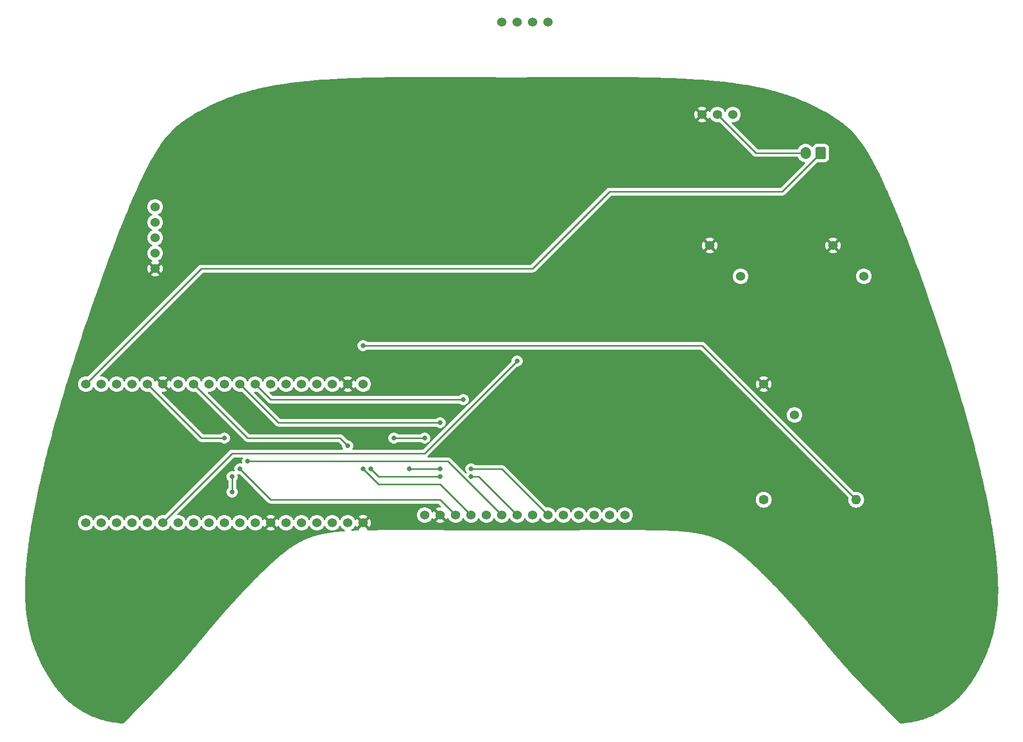
<source format=gbl>
G04 #@! TF.GenerationSoftware,KiCad,Pcbnew,(6.0.10)*
G04 #@! TF.CreationDate,2024-03-15T22:27:51-04:00*
G04 #@! TF.ProjectId,RL2D,524c3244-2e6b-4696-9361-645f70636258,v0.6*
G04 #@! TF.SameCoordinates,Original*
G04 #@! TF.FileFunction,Copper,L2,Bot*
G04 #@! TF.FilePolarity,Positive*
%FSLAX46Y46*%
G04 Gerber Fmt 4.6, Leading zero omitted, Abs format (unit mm)*
G04 Created by KiCad (PCBNEW (6.0.10)) date 2024-03-15 22:27:51*
%MOMM*%
%LPD*%
G01*
G04 APERTURE LIST*
G04 Aperture macros list*
%AMRoundRect*
0 Rectangle with rounded corners*
0 $1 Rounding radius*
0 $2 $3 $4 $5 $6 $7 $8 $9 X,Y pos of 4 corners*
0 Add a 4 corners polygon primitive as box body*
4,1,4,$2,$3,$4,$5,$6,$7,$8,$9,$2,$3,0*
0 Add four circle primitives for the rounded corners*
1,1,$1+$1,$2,$3*
1,1,$1+$1,$4,$5*
1,1,$1+$1,$6,$7*
1,1,$1+$1,$8,$9*
0 Add four rect primitives between the rounded corners*
20,1,$1+$1,$2,$3,$4,$5,0*
20,1,$1+$1,$4,$5,$6,$7,0*
20,1,$1+$1,$6,$7,$8,$9,0*
20,1,$1+$1,$8,$9,$2,$3,0*%
G04 Aperture macros list end*
G04 #@! TA.AperFunction,ComponentPad*
%ADD10C,1.600000*%
G04 #@! TD*
G04 #@! TA.AperFunction,ComponentPad*
%ADD11O,1.600000X1.600000*%
G04 #@! TD*
G04 #@! TA.AperFunction,ComponentPad*
%ADD12C,1.524000*%
G04 #@! TD*
G04 #@! TA.AperFunction,ComponentPad*
%ADD13RoundRect,0.250000X0.600000X0.750000X-0.600000X0.750000X-0.600000X-0.750000X0.600000X-0.750000X0*%
G04 #@! TD*
G04 #@! TA.AperFunction,ComponentPad*
%ADD14O,1.700000X2.000000*%
G04 #@! TD*
G04 #@! TA.AperFunction,ViaPad*
%ADD15C,0.800000*%
G04 #@! TD*
G04 #@! TA.AperFunction,Conductor*
%ADD16C,0.250000*%
G04 #@! TD*
G04 APERTURE END LIST*
D10*
X187960000Y-104140000D03*
D11*
X203200000Y-104140000D03*
D12*
X179070000Y-62230000D03*
X184150000Y-67310000D03*
X132080000Y-106680000D03*
X134620000Y-106680000D03*
X137160000Y-106680000D03*
X139700000Y-106680000D03*
X142240000Y-106680000D03*
X144780000Y-106680000D03*
X147320000Y-106680000D03*
X149860000Y-106680000D03*
X152400000Y-106680000D03*
X154940000Y-106680000D03*
X157480000Y-106680000D03*
X160020000Y-106680000D03*
X162560000Y-106680000D03*
X165100000Y-106680000D03*
X144780000Y-25400000D03*
X147320000Y-25400000D03*
X149860000Y-25400000D03*
X152400000Y-25400000D03*
X199390000Y-62230000D03*
X204470000Y-67310000D03*
X87630000Y-55880000D03*
X87630000Y-58420000D03*
X87630000Y-60960000D03*
X87630000Y-63500000D03*
X87630000Y-66040000D03*
X187960000Y-85090000D03*
X193040000Y-90170000D03*
X121920000Y-85090000D03*
X88900000Y-85090000D03*
X119380000Y-85090000D03*
X121920000Y-107950000D03*
X106680000Y-107950000D03*
X116840000Y-85090000D03*
X114300000Y-85090000D03*
X111760000Y-85090000D03*
X109220000Y-85090000D03*
X106680000Y-85090000D03*
X104140000Y-85090000D03*
X101600000Y-85090000D03*
X99060000Y-85090000D03*
X96520000Y-85090000D03*
X93980000Y-85090000D03*
X91440000Y-85090000D03*
X86360000Y-85090000D03*
X83820000Y-85090000D03*
X81280000Y-85090000D03*
X78740000Y-85090000D03*
X76200000Y-85090000D03*
X76200000Y-107950000D03*
X78740000Y-107950000D03*
X81280000Y-107950000D03*
X83820000Y-107950000D03*
X86360000Y-107950000D03*
X88900000Y-107950000D03*
X91440000Y-107950000D03*
X93980000Y-107950000D03*
X96520000Y-107950000D03*
X99060000Y-107950000D03*
X101600000Y-107950000D03*
X104140000Y-107950000D03*
X109220000Y-107950000D03*
X111760000Y-107950000D03*
X114300000Y-107950000D03*
X116840000Y-107950000D03*
X119380000Y-107950000D03*
D13*
X197380000Y-46985000D03*
D14*
X194880000Y-46985000D03*
D12*
X177800000Y-40640000D03*
X180340000Y-40640000D03*
X182880000Y-40640000D03*
D15*
X132080000Y-93980000D03*
X127000000Y-93980000D03*
X121920000Y-78740000D03*
X138430000Y-87630000D03*
X134620000Y-91440000D03*
X121920000Y-99060000D03*
X101600000Y-99060000D03*
X119380000Y-95250000D03*
X123190000Y-99060000D03*
X134620000Y-100330000D03*
X139700000Y-100330000D03*
X100330000Y-100330000D03*
X134620000Y-99060000D03*
X100330000Y-102870000D03*
X129540000Y-99060000D03*
X139700000Y-99060000D03*
X102870000Y-97790000D03*
X99060000Y-93980000D03*
X147320000Y-81280000D03*
D16*
X76200000Y-85090000D02*
X95250000Y-66040000D01*
X191025000Y-53340000D02*
X197380000Y-46985000D01*
X162560000Y-53340000D02*
X191025000Y-53340000D01*
X149860000Y-66040000D02*
X162560000Y-53340000D01*
X95250000Y-66040000D02*
X149860000Y-66040000D01*
X194880000Y-46985000D02*
X186685000Y-46985000D01*
X186685000Y-46985000D02*
X180340000Y-40640000D01*
X177800000Y-78740000D02*
X121920000Y-78740000D01*
X203200000Y-104140000D02*
X177800000Y-78740000D01*
X132080000Y-93980000D02*
X127000000Y-93980000D01*
X138430000Y-87630000D02*
X106680000Y-87630000D01*
X106680000Y-87630000D02*
X104140000Y-85090000D01*
X101600000Y-85090000D02*
X107950000Y-91440000D01*
X107950000Y-91440000D02*
X134620000Y-91440000D01*
X134620000Y-101600000D02*
X127000000Y-101600000D01*
X124460000Y-101600000D02*
X121920000Y-99060000D01*
X127000000Y-101600000D02*
X124460000Y-101600000D01*
X139700000Y-106680000D02*
X134620000Y-101600000D01*
X134620000Y-104140000D02*
X106680000Y-104140000D01*
X106680000Y-104140000D02*
X101600000Y-99060000D01*
X137160000Y-106680000D02*
X134620000Y-104140000D01*
X124460000Y-100330000D02*
X123190000Y-99060000D01*
X118110000Y-93980000D02*
X102870000Y-93980000D01*
X140970000Y-100330000D02*
X139700000Y-100330000D01*
X102870000Y-93980000D02*
X93980000Y-85090000D01*
X147320000Y-106680000D02*
X140970000Y-100330000D01*
X119380000Y-95250000D02*
X118110000Y-93980000D01*
X134620000Y-100330000D02*
X124460000Y-100330000D01*
X152400000Y-106680000D02*
X144780000Y-99060000D01*
X100330000Y-102870000D02*
X100330000Y-100330000D01*
X134620000Y-99060000D02*
X129540000Y-99060000D01*
X144780000Y-99060000D02*
X139700000Y-99060000D01*
X99060000Y-93980000D02*
X95250000Y-93980000D01*
X95250000Y-93980000D02*
X86360000Y-85090000D01*
X144780000Y-106680000D02*
X135890000Y-97790000D01*
X124460000Y-97790000D02*
X102870000Y-97790000D01*
X135890000Y-97790000D02*
X124460000Y-97790000D01*
X147320000Y-81280000D02*
X132080000Y-96520000D01*
X100330000Y-96520000D02*
X88900000Y-107950000D01*
X132080000Y-96520000D02*
X100330000Y-96520000D01*
G04 #@! TA.AperFunction,Conductor*
G36*
X161065585Y-34455291D02*
G01*
X161594698Y-34455384D01*
X161594860Y-34455384D01*
X162467176Y-34456655D01*
X162467373Y-34456656D01*
X162974982Y-34458190D01*
X163346101Y-34459311D01*
X163346333Y-34459380D01*
X163346333Y-34459312D01*
X164232750Y-34463630D01*
X164233018Y-34463632D01*
X165124505Y-34469871D01*
X165124809Y-34469874D01*
X166021475Y-34478312D01*
X166021815Y-34478315D01*
X166923199Y-34489230D01*
X167827478Y-34502878D01*
X167827636Y-34502881D01*
X168734059Y-34519536D01*
X168734091Y-34519536D01*
X169642116Y-34539474D01*
X169642328Y-34539480D01*
X170550419Y-34562957D01*
X170550900Y-34562970D01*
X170657232Y-34566168D01*
X171458063Y-34590251D01*
X171458636Y-34590269D01*
X171920764Y-34606272D01*
X172364626Y-34621642D01*
X172364878Y-34621651D01*
X173081567Y-34649985D01*
X173268285Y-34657367D01*
X173268947Y-34657395D01*
X174047689Y-34692291D01*
X174169212Y-34697737D01*
X174169883Y-34697769D01*
X175065563Y-34742980D01*
X175066240Y-34743017D01*
X175267309Y-34754388D01*
X175956753Y-34793380D01*
X175957569Y-34793429D01*
X176841984Y-34849211D01*
X176842858Y-34849269D01*
X177719979Y-34910715D01*
X177720915Y-34910784D01*
X178590261Y-34978191D01*
X178591261Y-34978273D01*
X179451455Y-35051870D01*
X179452526Y-35051966D01*
X179974026Y-35101069D01*
X180302863Y-35132032D01*
X180303963Y-35132141D01*
X181143441Y-35218930D01*
X181144570Y-35219053D01*
X181456893Y-35254437D01*
X181972177Y-35312816D01*
X181973491Y-35312972D01*
X182415496Y-35367756D01*
X182788349Y-35413969D01*
X182789634Y-35414135D01*
X183228447Y-35473554D01*
X183590915Y-35522635D01*
X183592427Y-35522850D01*
X184378694Y-35639035D01*
X184380317Y-35639285D01*
X184691369Y-35689399D01*
X185151175Y-35763480D01*
X185152824Y-35763758D01*
X185906926Y-35896139D01*
X185908803Y-35896483D01*
X186646070Y-36037451D01*
X186647756Y-36037785D01*
X187145931Y-36140100D01*
X187147227Y-36140374D01*
X187637575Y-36246889D01*
X187638837Y-36247171D01*
X188120841Y-36357622D01*
X188122236Y-36357950D01*
X188357087Y-36414583D01*
X188595944Y-36472182D01*
X188597201Y-36472493D01*
X188947189Y-36561120D01*
X189062784Y-36590392D01*
X189064172Y-36590752D01*
X189521565Y-36712133D01*
X189522949Y-36712509D01*
X189747666Y-36774891D01*
X189944497Y-36829531D01*
X189972382Y-36837272D01*
X189973761Y-36837663D01*
X190415359Y-36965678D01*
X190416731Y-36966085D01*
X190850328Y-37097137D01*
X190851674Y-37097552D01*
X191277761Y-37231623D01*
X191279053Y-37232038D01*
X191535264Y-37315852D01*
X191697377Y-37368884D01*
X191698724Y-37369333D01*
X192109508Y-37508855D01*
X192110787Y-37509297D01*
X192514251Y-37651403D01*
X192515441Y-37651830D01*
X192825164Y-37764826D01*
X192911574Y-37796351D01*
X192912886Y-37796839D01*
X193301578Y-37943559D01*
X193302771Y-37944016D01*
X193684528Y-38092958D01*
X193685674Y-38093413D01*
X193986020Y-38214405D01*
X194060017Y-38244214D01*
X194061286Y-38244733D01*
X194428841Y-38397472D01*
X194430094Y-38398001D01*
X194790576Y-38552385D01*
X194791740Y-38552891D01*
X195145584Y-38708931D01*
X195146711Y-38709435D01*
X195320458Y-38788263D01*
X195493643Y-38866836D01*
X195494842Y-38867387D01*
X195835330Y-39026184D01*
X195836508Y-39026741D01*
X196170251Y-39186616D01*
X196171407Y-39187178D01*
X196498647Y-39348062D01*
X196499760Y-39348615D01*
X196645255Y-39421972D01*
X196820809Y-39510485D01*
X196821921Y-39511053D01*
X197136526Y-39673603D01*
X197137612Y-39674171D01*
X197446095Y-39837381D01*
X197447083Y-39837910D01*
X197567382Y-39903037D01*
X197749571Y-40001670D01*
X197750607Y-40002237D01*
X198046981Y-40166298D01*
X198047960Y-40166846D01*
X198338413Y-40331129D01*
X198339229Y-40331595D01*
X198624039Y-40496076D01*
X198624918Y-40496589D01*
X198904042Y-40661059D01*
X198904796Y-40661507D01*
X199124361Y-40793226D01*
X199125199Y-40793733D01*
X199341019Y-40925498D01*
X199341955Y-40926075D01*
X199553767Y-41057944D01*
X199554710Y-41058536D01*
X199762820Y-41190907D01*
X199763941Y-41191629D01*
X199968398Y-41324738D01*
X199969607Y-41325535D01*
X200074831Y-41395774D01*
X200170720Y-41459781D01*
X200171953Y-41460615D01*
X200369822Y-41596267D01*
X200371189Y-41597218D01*
X200565942Y-41734553D01*
X200567378Y-41735580D01*
X200696385Y-41829286D01*
X200759369Y-41875035D01*
X200759381Y-41875044D01*
X200760867Y-41876140D01*
X200806291Y-41910171D01*
X200950244Y-42018017D01*
X200951793Y-42019197D01*
X201138557Y-42163676D01*
X201140148Y-42164927D01*
X201324776Y-42312555D01*
X201326400Y-42313876D01*
X201508953Y-42464884D01*
X201510599Y-42466269D01*
X201691345Y-42621055D01*
X201693003Y-42622500D01*
X201857367Y-42768305D01*
X201872062Y-42781341D01*
X201873700Y-42782821D01*
X201889280Y-42797144D01*
X202051383Y-42946170D01*
X202053035Y-42947716D01*
X202229453Y-43115846D01*
X202231087Y-43117431D01*
X202406523Y-43290781D01*
X202408131Y-43292400D01*
X202582710Y-43471266D01*
X202584266Y-43472888D01*
X202736918Y-43635049D01*
X202758240Y-43657699D01*
X202759701Y-43659279D01*
X202933219Y-43850357D01*
X202934694Y-43852011D01*
X203107882Y-44049659D01*
X203109318Y-44051327D01*
X203282477Y-44256050D01*
X203283838Y-44257687D01*
X203351252Y-44340218D01*
X203457052Y-44469744D01*
X203458375Y-44471392D01*
X203490698Y-44512346D01*
X203631767Y-44691086D01*
X203632962Y-44692626D01*
X203806905Y-44920583D01*
X203808040Y-44922096D01*
X203982452Y-45158357D01*
X203983558Y-45159879D01*
X204158719Y-45404961D01*
X204159797Y-45406493D01*
X204318513Y-45635695D01*
X204335697Y-45660511D01*
X204336702Y-45661985D01*
X204403656Y-45761697D01*
X204513744Y-45925648D01*
X204514702Y-45927097D01*
X204692796Y-46200395D01*
X204693697Y-46201798D01*
X204872266Y-46483914D01*
X204873447Y-46485816D01*
X205212047Y-47042410D01*
X205213380Y-47044654D01*
X205555803Y-47634726D01*
X205556943Y-47636733D01*
X205903681Y-48260277D01*
X205904663Y-48262077D01*
X206255188Y-48917341D01*
X206255995Y-48918876D01*
X206372484Y-49144489D01*
X206609923Y-49604354D01*
X206610671Y-49605826D01*
X206967583Y-50319893D01*
X206968243Y-50321233D01*
X207327596Y-51062007D01*
X207328181Y-51063229D01*
X207689753Y-51829449D01*
X207690261Y-51830539D01*
X207875905Y-52234146D01*
X208053677Y-52620636D01*
X208054144Y-52621664D01*
X208418910Y-53433782D01*
X208419329Y-53434722D01*
X208656049Y-53973562D01*
X208785193Y-54267530D01*
X208785551Y-54268353D01*
X209152274Y-55120557D01*
X209152500Y-55121088D01*
X209460341Y-55850432D01*
X209519465Y-55990511D01*
X209519779Y-55991261D01*
X209735911Y-56512689D01*
X209886809Y-56876739D01*
X209887017Y-56877243D01*
X209930720Y-56984488D01*
X210253913Y-57777592D01*
X210254175Y-57778241D01*
X210620279Y-58691122D01*
X210620520Y-58691727D01*
X210687462Y-58861178D01*
X210950421Y-59526814D01*
X210985689Y-59616090D01*
X210985880Y-59616577D01*
X211260761Y-60322324D01*
X211349778Y-60550873D01*
X211349840Y-60551032D01*
X211349859Y-60551082D01*
X211419859Y-60733224D01*
X211712285Y-61494124D01*
X211712474Y-61494619D01*
X212072736Y-62443939D01*
X212072820Y-62444161D01*
X212163034Y-62684730D01*
X212430947Y-63399161D01*
X212786711Y-64358604D01*
X213139373Y-65319859D01*
X213488710Y-66281668D01*
X213834651Y-67243220D01*
X214084053Y-67942689D01*
X214176397Y-68201675D01*
X214176510Y-68201992D01*
X214514087Y-69156802D01*
X214514192Y-69157099D01*
X214847421Y-70107163D01*
X214847389Y-70107174D01*
X214847501Y-70107543D01*
X214847548Y-70107527D01*
X215175838Y-71050572D01*
X215175928Y-71050832D01*
X215397340Y-71691366D01*
X215498848Y-71985026D01*
X215816539Y-72910190D01*
X216029320Y-73533682D01*
X216128281Y-73823660D01*
X216128349Y-73823860D01*
X216394969Y-74609413D01*
X216395033Y-74609601D01*
X216657076Y-75385688D01*
X216657141Y-75385882D01*
X216657255Y-75386220D01*
X216914556Y-76152362D01*
X217167626Y-76910113D01*
X217167695Y-76910319D01*
X217416341Y-77659116D01*
X217416411Y-77659329D01*
X217602611Y-78223414D01*
X217660624Y-78399163D01*
X217900547Y-79130477D01*
X218068973Y-79647128D01*
X218136223Y-79853421D01*
X218136298Y-79853652D01*
X218367770Y-80568362D01*
X218367847Y-80568599D01*
X218595529Y-81276372D01*
X218595516Y-81276376D01*
X218595600Y-81276594D01*
X218819051Y-81976073D01*
X219038859Y-82669103D01*
X219038939Y-82669358D01*
X219254444Y-83353866D01*
X219254526Y-83354128D01*
X219466620Y-84032951D01*
X219466704Y-84033218D01*
X219674952Y-84704970D01*
X219675036Y-84705243D01*
X219879499Y-85370114D01*
X219879585Y-85370393D01*
X220080644Y-86029636D01*
X220080730Y-86029921D01*
X220278315Y-86683289D01*
X220278402Y-86683580D01*
X220472239Y-87330177D01*
X220472328Y-87330472D01*
X220588737Y-87722268D01*
X220663093Y-87972529D01*
X220663182Y-87972830D01*
X220850590Y-88609396D01*
X220850679Y-88609703D01*
X221034803Y-89241015D01*
X221034894Y-89241326D01*
X221067653Y-89354730D01*
X221215900Y-89867936D01*
X221393860Y-90490081D01*
X221568897Y-91108179D01*
X221740909Y-91721857D01*
X221909921Y-92331170D01*
X222076282Y-92937351D01*
X222239928Y-93540153D01*
X222400839Y-94139474D01*
X222559154Y-94735786D01*
X222714873Y-95329058D01*
X222838357Y-95804475D01*
X222960128Y-96277791D01*
X223080407Y-96749924D01*
X223198879Y-97219675D01*
X223315751Y-97687892D01*
X223430943Y-98154315D01*
X223430959Y-98154379D01*
X223544451Y-98618958D01*
X223544527Y-98619274D01*
X223656055Y-99080978D01*
X223656133Y-99081299D01*
X223766217Y-99542317D01*
X223766294Y-99542645D01*
X223874349Y-100000585D01*
X223874428Y-100000918D01*
X223980774Y-100457161D01*
X223980852Y-100457502D01*
X224073777Y-100861226D01*
X224085393Y-100911695D01*
X224188220Y-101364289D01*
X224289169Y-101814617D01*
X224346987Y-102076134D01*
X224388180Y-102262455D01*
X224388261Y-102262823D01*
X224402500Y-102328153D01*
X224485411Y-102708570D01*
X224580744Y-103152491D01*
X224674144Y-103594106D01*
X224765477Y-104032814D01*
X224834144Y-104368087D01*
X224854876Y-104469316D01*
X224854959Y-104469724D01*
X224920811Y-104796749D01*
X224942440Y-104904158D01*
X225027950Y-105336341D01*
X225111414Y-105765951D01*
X225150184Y-105969327D01*
X225192758Y-106192654D01*
X225192842Y-106193098D01*
X225230886Y-106396633D01*
X225272205Y-106617687D01*
X225349468Y-107039615D01*
X225424669Y-107459136D01*
X225497719Y-107875839D01*
X225568668Y-108290082D01*
X225626312Y-108634926D01*
X225637377Y-108701119D01*
X225637461Y-108701627D01*
X225690459Y-109026846D01*
X225704041Y-109110192D01*
X225743064Y-109356124D01*
X225768414Y-109515889D01*
X225768490Y-109516376D01*
X225820033Y-109849633D01*
X225820103Y-109850085D01*
X225870237Y-110182206D01*
X225870306Y-110182670D01*
X225892196Y-110331427D01*
X225917919Y-110506234D01*
X225918810Y-110512292D01*
X225918844Y-110512522D01*
X225918854Y-110512593D01*
X225965929Y-110841195D01*
X225990261Y-111015895D01*
X226011364Y-111167411D01*
X226011433Y-111167909D01*
X226055299Y-111492340D01*
X226055367Y-111492850D01*
X226097638Y-111815388D01*
X226097705Y-111815910D01*
X226138389Y-112136739D01*
X226138456Y-112137273D01*
X226165023Y-112354193D01*
X226177539Y-112456386D01*
X226205544Y-112693619D01*
X226215022Y-112773909D01*
X226215063Y-112774253D01*
X226215068Y-112774299D01*
X226250956Y-113090400D01*
X226276535Y-113325230D01*
X226285185Y-113404640D01*
X226285231Y-113405070D01*
X226311202Y-113654236D01*
X226317784Y-113717390D01*
X226317845Y-113717985D01*
X226348752Y-114028818D01*
X226348810Y-114029424D01*
X226378058Y-114338746D01*
X226378087Y-114339053D01*
X226405642Y-114646662D01*
X226405684Y-114647153D01*
X226431555Y-114953257D01*
X226431603Y-114953843D01*
X226454426Y-115241442D01*
X226455769Y-115258372D01*
X226455819Y-115259027D01*
X226478260Y-115561849D01*
X226478308Y-115562517D01*
X226499049Y-115864129D01*
X226499094Y-115864810D01*
X226518096Y-116164864D01*
X226518138Y-116165555D01*
X226535395Y-116464061D01*
X226535434Y-116464766D01*
X226539580Y-116544205D01*
X226550958Y-116762201D01*
X226550961Y-116762265D01*
X226550990Y-116762857D01*
X226564332Y-117049911D01*
X226564741Y-117058708D01*
X226564772Y-117059404D01*
X226576766Y-117354236D01*
X226576779Y-117354582D01*
X226586990Y-117648051D01*
X226586992Y-117648114D01*
X226587012Y-117648728D01*
X226592106Y-117825557D01*
X226595433Y-117941061D01*
X226595452Y-117941825D01*
X226602056Y-118232282D01*
X226602072Y-118233057D01*
X226606876Y-118522770D01*
X226606886Y-118523558D01*
X226609862Y-118811736D01*
X226609868Y-118812534D01*
X226611014Y-119099534D01*
X226611015Y-119100343D01*
X226610624Y-119261293D01*
X226610402Y-119352971D01*
X226610320Y-119386597D01*
X226610316Y-119387288D01*
X226610269Y-119392662D01*
X226608013Y-119650692D01*
X226608004Y-119651486D01*
X226604291Y-119898201D01*
X226604053Y-119913991D01*
X226604046Y-119914380D01*
X226598562Y-120167471D01*
X226598374Y-120176167D01*
X226598354Y-120176995D01*
X226596503Y-120241820D01*
X226590908Y-120437698D01*
X226590879Y-120438602D01*
X226581587Y-120698526D01*
X226581556Y-120699300D01*
X226570357Y-120958443D01*
X226570324Y-120959140D01*
X226557154Y-121217528D01*
X226557098Y-121218534D01*
X226541900Y-121476173D01*
X226541838Y-121477159D01*
X226540010Y-121504334D01*
X226524531Y-121734380D01*
X226524454Y-121735451D01*
X226505000Y-121991919D01*
X226504912Y-121993019D01*
X226483219Y-122249235D01*
X226483209Y-122249349D01*
X226483108Y-122250481D01*
X226459129Y-122506238D01*
X226459015Y-122507396D01*
X226432664Y-122763027D01*
X226432536Y-122764212D01*
X226403772Y-123019540D01*
X226403630Y-123020751D01*
X226372356Y-123276125D01*
X226372198Y-123277358D01*
X226338409Y-123532387D01*
X226338236Y-123533645D01*
X226301816Y-123788767D01*
X226301793Y-123788925D01*
X226301610Y-123790160D01*
X226287715Y-123880848D01*
X226262506Y-124045370D01*
X226262304Y-124046645D01*
X226245040Y-124151985D01*
X226220442Y-124302072D01*
X226220220Y-124303385D01*
X226175508Y-124559225D01*
X226175268Y-124560553D01*
X226127718Y-124816438D01*
X226127492Y-124817623D01*
X226076890Y-125074401D01*
X226076686Y-125075404D01*
X226042779Y-125238060D01*
X226023125Y-125332339D01*
X226022833Y-125333702D01*
X225999878Y-125438026D01*
X225969242Y-125577260D01*
X225966214Y-125591020D01*
X225965914Y-125592350D01*
X225906114Y-125850388D01*
X225906111Y-125850399D01*
X225905804Y-125851688D01*
X225857335Y-126050656D01*
X225842783Y-126110390D01*
X225842450Y-126111727D01*
X225812465Y-126229041D01*
X225776121Y-126371238D01*
X225775759Y-126372619D01*
X225754519Y-126451959D01*
X225706121Y-126632752D01*
X225706116Y-126632769D01*
X225705753Y-126634095D01*
X225694772Y-126673324D01*
X225632649Y-126895257D01*
X225632254Y-126896638D01*
X225555628Y-127158834D01*
X225555217Y-127160210D01*
X225475041Y-127423372D01*
X225474615Y-127424742D01*
X225446615Y-127513030D01*
X225393571Y-127680283D01*
X225390882Y-127688761D01*
X225390434Y-127690146D01*
X225293613Y-127983237D01*
X225293170Y-127984551D01*
X225275919Y-128034676D01*
X225191947Y-128278670D01*
X225191435Y-128280128D01*
X225085822Y-128575193D01*
X225085295Y-128576636D01*
X225076145Y-128601251D01*
X224975857Y-128871029D01*
X224975314Y-128872489D01*
X224974789Y-128873876D01*
X224860526Y-129170210D01*
X224859986Y-129171587D01*
X224792387Y-129340790D01*
X224741435Y-129468324D01*
X224740876Y-129469700D01*
X224695510Y-129579396D01*
X224618121Y-129766526D01*
X224617551Y-129767880D01*
X224490764Y-130064294D01*
X224490732Y-130064368D01*
X224490158Y-130065689D01*
X224399287Y-130271235D01*
X224359226Y-130361850D01*
X224358623Y-130363191D01*
X224223735Y-130658566D01*
X224223166Y-130659795D01*
X224084286Y-130954355D01*
X224083684Y-130955613D01*
X223940981Y-131248895D01*
X223940972Y-131248913D01*
X223940306Y-131250261D01*
X223793843Y-131542021D01*
X223793825Y-131542057D01*
X223793115Y-131543449D01*
X223760299Y-131606827D01*
X223642887Y-131833588D01*
X223642143Y-131835002D01*
X223488307Y-132123099D01*
X223487534Y-132124524D01*
X223330094Y-132410458D01*
X223329291Y-132411894D01*
X223168274Y-132695494D01*
X223167471Y-132696887D01*
X223002922Y-132977942D01*
X223002132Y-132979269D01*
X222892080Y-133161537D01*
X222834271Y-133257279D01*
X222833361Y-133258763D01*
X222662165Y-133533641D01*
X222661215Y-133535143D01*
X222486784Y-133806606D01*
X222485789Y-133808129D01*
X222308186Y-134075946D01*
X222307145Y-134077492D01*
X222126408Y-134341474D01*
X222125317Y-134343042D01*
X221941604Y-134602832D01*
X221940458Y-134604426D01*
X221753725Y-134859946D01*
X221752536Y-134861546D01*
X221562892Y-135112512D01*
X221561691Y-135114074D01*
X221369342Y-135360078D01*
X221368009Y-135361754D01*
X221172879Y-135602758D01*
X221171474Y-135604462D01*
X221156315Y-135622528D01*
X220973759Y-135840092D01*
X220972311Y-135841786D01*
X220771992Y-136071925D01*
X220770453Y-136073659D01*
X220567712Y-136297959D01*
X220566059Y-136299753D01*
X220360596Y-136518399D01*
X220358999Y-136520068D01*
X220185066Y-136698492D01*
X220183583Y-136699987D01*
X220007611Y-136874568D01*
X220006116Y-136876028D01*
X219828370Y-137046614D01*
X219826863Y-137048036D01*
X219647602Y-137214500D01*
X219646106Y-137215866D01*
X219545395Y-137306374D01*
X219465382Y-137378280D01*
X219463858Y-137379628D01*
X219281678Y-137538098D01*
X219280233Y-137539334D01*
X219237482Y-137575332D01*
X219096874Y-137693728D01*
X219095330Y-137695007D01*
X218910768Y-137845461D01*
X218909310Y-137846631D01*
X218723614Y-137993186D01*
X218722132Y-137994337D01*
X218535603Y-138136862D01*
X218534036Y-138138040D01*
X218346753Y-138276580D01*
X218345180Y-138277725D01*
X218157178Y-138412356D01*
X218155598Y-138413469D01*
X218091407Y-138457964D01*
X217966919Y-138544253D01*
X217965399Y-138545290D01*
X217776192Y-138672220D01*
X217774671Y-138673224D01*
X217621783Y-138772466D01*
X217585121Y-138796264D01*
X217583524Y-138797283D01*
X217560941Y-138811464D01*
X217456554Y-138877014D01*
X217393711Y-138916476D01*
X217392134Y-138917450D01*
X217202100Y-139032854D01*
X217200617Y-139033740D01*
X217010445Y-139145386D01*
X217008915Y-139146269D01*
X216968994Y-139168918D01*
X216868820Y-139225752D01*
X216818944Y-139254049D01*
X216817350Y-139254938D01*
X216627472Y-139358992D01*
X216625905Y-139359836D01*
X216552394Y-139398727D01*
X216436349Y-139460120D01*
X216434715Y-139460970D01*
X216245471Y-139557566D01*
X216244041Y-139558282D01*
X216055337Y-139651150D01*
X216053717Y-139651932D01*
X216049360Y-139653998D01*
X215865559Y-139741145D01*
X215864127Y-139741811D01*
X215676758Y-139827324D01*
X215675163Y-139828038D01*
X215626785Y-139849270D01*
X215488784Y-139909835D01*
X215488720Y-139909863D01*
X215487030Y-139910589D01*
X215301622Y-139988752D01*
X215299960Y-139989439D01*
X215115477Y-140064052D01*
X215113865Y-140064690D01*
X214952977Y-140127032D01*
X214930788Y-140135630D01*
X214929073Y-140136280D01*
X214749387Y-140202878D01*
X214746819Y-140203797D01*
X214533521Y-140277509D01*
X214384350Y-140329060D01*
X214381186Y-140330107D01*
X214108941Y-140416199D01*
X214106216Y-140417027D01*
X213991354Y-140450514D01*
X213836240Y-140495736D01*
X213833610Y-140496472D01*
X213569201Y-140567318D01*
X213566398Y-140568069D01*
X213563840Y-140568725D01*
X213500462Y-140584287D01*
X213299231Y-140633697D01*
X213296776Y-140634274D01*
X213097601Y-140678971D01*
X213034377Y-140693159D01*
X213032053Y-140693658D01*
X212771431Y-140747001D01*
X212769397Y-140747399D01*
X212510158Y-140795721D01*
X212508208Y-140796068D01*
X212250362Y-140839824D01*
X212248535Y-140840120D01*
X211991639Y-140879843D01*
X211990010Y-140880084D01*
X211733599Y-140916307D01*
X211732182Y-140916499D01*
X211592957Y-140934558D01*
X211476138Y-140949710D01*
X211475005Y-140949852D01*
X211218805Y-140980591D01*
X211218078Y-140980675D01*
X210961406Y-141009461D01*
X210960895Y-141009517D01*
X210765119Y-141030318D01*
X210703906Y-141036822D01*
X210703418Y-141036873D01*
X210627881Y-141044602D01*
X210493576Y-141058344D01*
X210423774Y-141045379D01*
X210390018Y-141020425D01*
X210280706Y-140906978D01*
X210280561Y-140906816D01*
X210280404Y-140906592D01*
X210278632Y-140904757D01*
X210253122Y-140878350D01*
X210253011Y-140878235D01*
X210250396Y-140875521D01*
X210227997Y-140852275D01*
X210227780Y-140852106D01*
X210227616Y-140851948D01*
X209934630Y-140548656D01*
X209934500Y-140548510D01*
X209934352Y-140548301D01*
X209933837Y-140547769D01*
X209933819Y-140547749D01*
X209906968Y-140520019D01*
X209906865Y-140519914D01*
X209882348Y-140494534D01*
X209882338Y-140494524D01*
X209881843Y-140494012D01*
X209881649Y-140493861D01*
X209881492Y-140493710D01*
X209593365Y-140196150D01*
X209593240Y-140196010D01*
X209593108Y-140195825D01*
X209565768Y-140167651D01*
X209540500Y-140141555D01*
X209540319Y-140141415D01*
X209540183Y-140141284D01*
X209256822Y-139849270D01*
X209256709Y-139849145D01*
X209256592Y-139848980D01*
X209236281Y-139828089D01*
X209229014Y-139820614D01*
X209228929Y-139820527D01*
X209204303Y-139795148D01*
X209204294Y-139795139D01*
X209203889Y-139794722D01*
X209203732Y-139794600D01*
X209203604Y-139794478D01*
X208924925Y-139507839D01*
X208924826Y-139507729D01*
X208924724Y-139507586D01*
X208897241Y-139479365D01*
X208871930Y-139453331D01*
X208871783Y-139453217D01*
X208871696Y-139453134D01*
X208597581Y-139171659D01*
X208597516Y-139171587D01*
X208597425Y-139171460D01*
X208570158Y-139143501D01*
X208544544Y-139117199D01*
X208544424Y-139117106D01*
X208544334Y-139117020D01*
X208274763Y-138840605D01*
X208274685Y-138840519D01*
X208274616Y-138840422D01*
X208246777Y-138811909D01*
X208246788Y-138811898D01*
X208246729Y-138811859D01*
X208221653Y-138786147D01*
X208221554Y-138786071D01*
X208221490Y-138786010D01*
X208110884Y-138672726D01*
X207956309Y-138514408D01*
X207956272Y-138514367D01*
X207956216Y-138514288D01*
X207954183Y-138512207D01*
X207929105Y-138486544D01*
X207929070Y-138486508D01*
X207903374Y-138460191D01*
X207903177Y-138459989D01*
X207903102Y-138459931D01*
X207903043Y-138459875D01*
X207857731Y-138413506D01*
X207642209Y-138192959D01*
X207642187Y-138192934D01*
X207642148Y-138192880D01*
X207639851Y-138190531D01*
X207613828Y-138163916D01*
X207613802Y-138163890D01*
X207589168Y-138138681D01*
X207589167Y-138138680D01*
X207589036Y-138138546D01*
X207588988Y-138138509D01*
X207588954Y-138138477D01*
X207332361Y-137876052D01*
X207332346Y-137876035D01*
X207332330Y-137876014D01*
X207332280Y-137875963D01*
X207332271Y-137875953D01*
X207305852Y-137848941D01*
X207305842Y-137848931D01*
X207303669Y-137846708D01*
X207279154Y-137821637D01*
X207279134Y-137821622D01*
X207279109Y-137821598D01*
X206999234Y-137535442D01*
X206999232Y-137535440D01*
X206700078Y-137229557D01*
X206700062Y-137229540D01*
X206399115Y-136921710D01*
X206399083Y-136921678D01*
X206106116Y-136621794D01*
X206106069Y-136621745D01*
X205816763Y-136325288D01*
X205816699Y-136325223D01*
X205530038Y-136031053D01*
X205529958Y-136030971D01*
X205521219Y-136021986D01*
X205247567Y-135740652D01*
X204969563Y-135454210D01*
X204969272Y-135453909D01*
X204694642Y-135170202D01*
X204694509Y-135170065D01*
X204422920Y-134888647D01*
X204422770Y-134888491D01*
X204154415Y-134609465D01*
X204154245Y-134609288D01*
X204149588Y-134604426D01*
X203947771Y-134393765D01*
X203889697Y-134333146D01*
X203889509Y-134332950D01*
X203627694Y-134058480D01*
X203627488Y-134058263D01*
X203369000Y-133785988D01*
X203368774Y-133785749D01*
X203113463Y-133515413D01*
X203113219Y-133515154D01*
X202860813Y-133246374D01*
X202860550Y-133246093D01*
X202611047Y-132978774D01*
X202610765Y-132978471D01*
X202364147Y-132712498D01*
X202363847Y-132712173D01*
X202349827Y-132696945D01*
X202119925Y-132447247D01*
X201878162Y-132182688D01*
X201639309Y-131919226D01*
X201402903Y-131656260D01*
X201402561Y-131655878D01*
X201197339Y-131425722D01*
X201197030Y-131425374D01*
X200993128Y-131194992D01*
X200992836Y-131194661D01*
X200790336Y-130964241D01*
X200790061Y-130963926D01*
X200589061Y-130733676D01*
X200588803Y-130733380D01*
X200388584Y-130502576D01*
X200388343Y-130502298D01*
X200188980Y-130271123D01*
X200188758Y-130270865D01*
X200121462Y-130192402D01*
X199990264Y-130039435D01*
X199990299Y-130039405D01*
X199990063Y-130039200D01*
X199791994Y-129807099D01*
X199594041Y-129574065D01*
X199396851Y-129340965D01*
X199396380Y-129340405D01*
X199199022Y-129106245D01*
X199198893Y-129106092D01*
X199151412Y-129049574D01*
X199001424Y-128871042D01*
X198803747Y-128635092D01*
X198605376Y-128397772D01*
X198406845Y-128159822D01*
X198406861Y-128159808D01*
X198406794Y-128159761D01*
X198206630Y-127919530D01*
X198007483Y-127680303D01*
X198007472Y-127680278D01*
X198007466Y-127680283D01*
X197830284Y-127467349D01*
X197830282Y-127467345D01*
X197627500Y-127223648D01*
X197627481Y-127223623D01*
X197627455Y-127223580D01*
X197601416Y-127192301D01*
X197578826Y-127165153D01*
X197578793Y-127165123D01*
X197578772Y-127165100D01*
X197423333Y-126978381D01*
X197423285Y-126978319D01*
X197423236Y-126978237D01*
X197421251Y-126975854D01*
X197397808Y-126947719D01*
X197397774Y-126947678D01*
X197374838Y-126920127D01*
X197374660Y-126919913D01*
X197374592Y-126919851D01*
X197374538Y-126919791D01*
X197217604Y-126731446D01*
X197217536Y-126731357D01*
X197217464Y-126731237D01*
X197215478Y-126728856D01*
X197191969Y-126700679D01*
X197182374Y-126689163D01*
X197169177Y-126673324D01*
X197169167Y-126673313D01*
X197168923Y-126673020D01*
X197168823Y-126672930D01*
X197168745Y-126672843D01*
X197136463Y-126634150D01*
X197010162Y-126482767D01*
X197010072Y-126482650D01*
X197009978Y-126482494D01*
X196984528Y-126452043D01*
X196961459Y-126424392D01*
X196961322Y-126424269D01*
X196961229Y-126424165D01*
X196959772Y-126422421D01*
X196800847Y-126232262D01*
X196800727Y-126232107D01*
X196800614Y-126231919D01*
X196775305Y-126201700D01*
X196775223Y-126201601D01*
X196752526Y-126174445D01*
X196752106Y-126173942D01*
X196751941Y-126173793D01*
X196751813Y-126173651D01*
X196708322Y-126121723D01*
X196589470Y-125979815D01*
X196589348Y-125979659D01*
X196589209Y-125979428D01*
X196563954Y-125949350D01*
X196541187Y-125922165D01*
X196541175Y-125922151D01*
X196540697Y-125921581D01*
X196540501Y-125921405D01*
X196540355Y-125921244D01*
X196375918Y-125725400D01*
X196375757Y-125725193D01*
X196375603Y-125724939D01*
X196350261Y-125694844D01*
X196350282Y-125694826D01*
X196350145Y-125694706D01*
X196327639Y-125667901D01*
X196327636Y-125667897D01*
X196327072Y-125667226D01*
X196326847Y-125667025D01*
X196326678Y-125666838D01*
X196159993Y-125468888D01*
X196159808Y-125468650D01*
X196159631Y-125468361D01*
X196134135Y-125438181D01*
X196111071Y-125410791D01*
X196110822Y-125410568D01*
X196110629Y-125410355D01*
X195941519Y-125210177D01*
X195941326Y-125209930D01*
X195941132Y-125209613D01*
X195939611Y-125207818D01*
X195915911Y-125179866D01*
X195915765Y-125179693D01*
X195893239Y-125153028D01*
X195892532Y-125152191D01*
X195892249Y-125151939D01*
X195892032Y-125151700D01*
X195890037Y-125149346D01*
X195720375Y-124949232D01*
X195720157Y-124948955D01*
X195719945Y-124948610D01*
X195719196Y-124947730D01*
X195719185Y-124947716D01*
X195694765Y-124919026D01*
X195694609Y-124918842D01*
X195672060Y-124892246D01*
X195671291Y-124891339D01*
X195670986Y-124891068D01*
X195670745Y-124890804D01*
X195496368Y-124685931D01*
X195496136Y-124685636D01*
X195495906Y-124685264D01*
X195494281Y-124683362D01*
X195470685Y-124655757D01*
X195447190Y-124628153D01*
X195446857Y-124627859D01*
X195446599Y-124627578D01*
X195269357Y-124420216D01*
X195269104Y-124419897D01*
X195268855Y-124419495D01*
X195243429Y-124389882D01*
X195220062Y-124362544D01*
X195219705Y-124362230D01*
X195219428Y-124361929D01*
X195218817Y-124361217D01*
X195039152Y-124151966D01*
X195038899Y-124151647D01*
X195038629Y-124151214D01*
X195013139Y-124121668D01*
X195010633Y-124118750D01*
X194990699Y-124095532D01*
X194990688Y-124095520D01*
X194989752Y-124094430D01*
X194989372Y-124094097D01*
X194989084Y-124093786D01*
X194823816Y-123902222D01*
X194805612Y-123881121D01*
X194805312Y-123880746D01*
X194805012Y-123880268D01*
X194779607Y-123850980D01*
X194756093Y-123823724D01*
X194755663Y-123823349D01*
X194755330Y-123822991D01*
X194531114Y-123564498D01*
X194530779Y-123564081D01*
X194530456Y-123563570D01*
X194528957Y-123561851D01*
X194504958Y-123534344D01*
X194504721Y-123534071D01*
X194482584Y-123508549D01*
X194482574Y-123508539D01*
X194481447Y-123507239D01*
X194480983Y-123506837D01*
X194480623Y-123506452D01*
X194479267Y-123504897D01*
X194252197Y-123244629D01*
X194251871Y-123244226D01*
X194251543Y-123243710D01*
X194226114Y-123214732D01*
X194225892Y-123214478D01*
X194203527Y-123188843D01*
X194203518Y-123188833D01*
X194202373Y-123187521D01*
X194201908Y-123187120D01*
X194201542Y-123186731D01*
X194200185Y-123185184D01*
X193969214Y-122921978D01*
X193968882Y-122921570D01*
X193968550Y-122921050D01*
X193942635Y-122891689D01*
X193919219Y-122865005D01*
X193918762Y-122864613D01*
X193918393Y-122864223D01*
X193682422Y-122596875D01*
X193682080Y-122596457D01*
X193681752Y-122595947D01*
X193656152Y-122567111D01*
X193655912Y-122566840D01*
X193633420Y-122541357D01*
X193633413Y-122541350D01*
X193632265Y-122540049D01*
X193631796Y-122539649D01*
X193631423Y-122539257D01*
X193629641Y-122537249D01*
X193454688Y-122340184D01*
X193392109Y-122269696D01*
X193391765Y-122269278D01*
X193391429Y-122268759D01*
X193389364Y-122266446D01*
X193365571Y-122239803D01*
X193365328Y-122239530D01*
X193342959Y-122214334D01*
X193342958Y-122214333D01*
X193341787Y-122213014D01*
X193341313Y-122212613D01*
X193340944Y-122212227D01*
X193098535Y-121940778D01*
X193098200Y-121940373D01*
X193097855Y-121939844D01*
X193071813Y-121910854D01*
X193048060Y-121884256D01*
X193047580Y-121883851D01*
X193047221Y-121883479D01*
X192801996Y-121610500D01*
X192801657Y-121610092D01*
X192801307Y-121609558D01*
X192775213Y-121580684D01*
X192751362Y-121554134D01*
X192750876Y-121553728D01*
X192750488Y-121553326D01*
X192750346Y-121553168D01*
X192642705Y-121434061D01*
X192502778Y-121279230D01*
X192502415Y-121278797D01*
X192502063Y-121278264D01*
X192476014Y-121249615D01*
X192451967Y-121223007D01*
X192451472Y-121222596D01*
X192451073Y-121222186D01*
X192449004Y-121219910D01*
X192201124Y-120947293D01*
X192200761Y-120946862D01*
X192200397Y-120946315D01*
X192174370Y-120917867D01*
X192174110Y-120917582D01*
X192151400Y-120892606D01*
X192151393Y-120892599D01*
X192150152Y-120891234D01*
X192149646Y-120890815D01*
X192149242Y-120890403D01*
X192147156Y-120888122D01*
X191897334Y-120615071D01*
X191896960Y-120614631D01*
X191896588Y-120614074D01*
X191870294Y-120585516D01*
X191846192Y-120559173D01*
X191845677Y-120558750D01*
X191845265Y-120558332D01*
X191591675Y-120282908D01*
X191591291Y-120282458D01*
X191590910Y-120281894D01*
X191564627Y-120253532D01*
X191550991Y-120238722D01*
X191541674Y-120228603D01*
X191541668Y-120228597D01*
X191540367Y-120227184D01*
X191539837Y-120226752D01*
X191539403Y-120226314D01*
X191284425Y-119951173D01*
X191284032Y-119950717D01*
X191283640Y-119950139D01*
X191257357Y-119921966D01*
X191257353Y-119921961D01*
X191257297Y-119921901D01*
X191234303Y-119897088D01*
X191234299Y-119897084D01*
X191232946Y-119895624D01*
X191232397Y-119895179D01*
X191231953Y-119894734D01*
X191230662Y-119893350D01*
X190975855Y-119620213D01*
X190975468Y-119619766D01*
X190975055Y-119619162D01*
X190948517Y-119590909D01*
X190924210Y-119564853D01*
X190923652Y-119564403D01*
X190923198Y-119563952D01*
X190666270Y-119290416D01*
X190665849Y-119289934D01*
X190665429Y-119289324D01*
X190638966Y-119261348D01*
X190638915Y-119261293D01*
X190638749Y-119261117D01*
X190615870Y-119236758D01*
X190615858Y-119236746D01*
X190614433Y-119235229D01*
X190613851Y-119234763D01*
X190613388Y-119234306D01*
X190355919Y-118962114D01*
X190355472Y-118961605D01*
X190355037Y-118960979D01*
X190353551Y-118959420D01*
X190353541Y-118959408D01*
X190328381Y-118933002D01*
X190328065Y-118932670D01*
X190305368Y-118908675D01*
X190303888Y-118907110D01*
X190303282Y-118906629D01*
X190302827Y-118906183D01*
X190045070Y-118635656D01*
X190044611Y-118635138D01*
X190044156Y-118634488D01*
X190017481Y-118606701D01*
X189992854Y-118580854D01*
X189992230Y-118580363D01*
X189991720Y-118579866D01*
X189734020Y-118311423D01*
X189733536Y-118310880D01*
X189733060Y-118310206D01*
X189731449Y-118308541D01*
X189731442Y-118308533D01*
X189706334Y-118282581D01*
X189705993Y-118282228D01*
X189683197Y-118258482D01*
X189681602Y-118256820D01*
X189680949Y-118256310D01*
X189680438Y-118255815D01*
X189423018Y-117989745D01*
X189422518Y-117989188D01*
X189422022Y-117988491D01*
X189395147Y-117960936D01*
X189370406Y-117935364D01*
X189369732Y-117934841D01*
X189369171Y-117934303D01*
X189112373Y-117671013D01*
X189111839Y-117670424D01*
X189111317Y-117669697D01*
X189084216Y-117642144D01*
X189059542Y-117616846D01*
X189058837Y-117616304D01*
X189058264Y-117615759D01*
X188802322Y-117355546D01*
X188801764Y-117354936D01*
X188801218Y-117354183D01*
X188774062Y-117326815D01*
X188749281Y-117301621D01*
X188748548Y-117301062D01*
X188747932Y-117300481D01*
X188508430Y-117059114D01*
X188493155Y-117043720D01*
X188492569Y-117043085D01*
X188491997Y-117042303D01*
X188464885Y-117015229D01*
X188439897Y-116990047D01*
X188439121Y-116989461D01*
X188438478Y-116988860D01*
X188314191Y-116864751D01*
X188185145Y-116735888D01*
X188184536Y-116735234D01*
X188183927Y-116734411D01*
X188156782Y-116707565D01*
X188156443Y-116707227D01*
X188133651Y-116684467D01*
X188133634Y-116684452D01*
X188131661Y-116682481D01*
X188130849Y-116681873D01*
X188130169Y-116681244D01*
X187878582Y-116432425D01*
X187877916Y-116431717D01*
X187877276Y-116430861D01*
X187854610Y-116408670D01*
X187850154Y-116404307D01*
X187849702Y-116403862D01*
X187826920Y-116381331D01*
X187826904Y-116381316D01*
X187824843Y-116379278D01*
X187823989Y-116378645D01*
X187823264Y-116377981D01*
X187573696Y-116133644D01*
X187572989Y-116132901D01*
X187572316Y-116132009D01*
X187570119Y-116129881D01*
X187570104Y-116129865D01*
X187545113Y-116105657D01*
X187544634Y-116105191D01*
X187521899Y-116082933D01*
X187521897Y-116082931D01*
X187519713Y-116080793D01*
X187518805Y-116080128D01*
X187518030Y-116079425D01*
X187502310Y-116064198D01*
X187270778Y-115839922D01*
X187270038Y-115839151D01*
X187269316Y-115838207D01*
X187266987Y-115835976D01*
X187266980Y-115835969D01*
X187242089Y-115812128D01*
X187241580Y-115811638D01*
X187218854Y-115789625D01*
X187218847Y-115789619D01*
X187216540Y-115787384D01*
X187215578Y-115786686D01*
X187214779Y-115785970D01*
X187072700Y-115649884D01*
X186970109Y-115551619D01*
X186969309Y-115550796D01*
X186968543Y-115549805D01*
X186941189Y-115523915D01*
X186940687Y-115523436D01*
X186918037Y-115501742D01*
X186918024Y-115501730D01*
X186915594Y-115499403D01*
X186914578Y-115498676D01*
X186913694Y-115497892D01*
X186671946Y-115269081D01*
X186671078Y-115268199D01*
X186670260Y-115267155D01*
X186642748Y-115241442D01*
X186642256Y-115240980D01*
X186617136Y-115217204D01*
X186616052Y-115216438D01*
X186615118Y-115215620D01*
X186535656Y-115141355D01*
X186376526Y-114992632D01*
X186375615Y-114991718D01*
X186374733Y-114990608D01*
X186347099Y-114965127D01*
X186346643Y-114964703D01*
X186324161Y-114943690D01*
X186324138Y-114943670D01*
X186321432Y-114941141D01*
X186320286Y-114940341D01*
X186319270Y-114939463D01*
X186084174Y-114722676D01*
X186083161Y-114721674D01*
X186082222Y-114720510D01*
X186077010Y-114715772D01*
X186054576Y-114695379D01*
X186053915Y-114694774D01*
X186031635Y-114674230D01*
X186028745Y-114671565D01*
X186027509Y-114670714D01*
X186026421Y-114669787D01*
X186024138Y-114667711D01*
X185795086Y-114459505D01*
X185794001Y-114458448D01*
X185792986Y-114457208D01*
X185765290Y-114432416D01*
X185764585Y-114431780D01*
X185739334Y-114408827D01*
X185738014Y-114407932D01*
X185736824Y-114406933D01*
X185509575Y-114203512D01*
X185508374Y-114202360D01*
X185507280Y-114201046D01*
X185503926Y-114198093D01*
X185503918Y-114198085D01*
X185479476Y-114176563D01*
X185478710Y-114175882D01*
X185456766Y-114156240D01*
X185456755Y-114156231D01*
X185453455Y-114153277D01*
X185452025Y-114152324D01*
X185450751Y-114151272D01*
X185227914Y-113955060D01*
X185226836Y-113954042D01*
X185225814Y-113952834D01*
X185197605Y-113928370D01*
X185196950Y-113927797D01*
X185174453Y-113907987D01*
X185174443Y-113907979D01*
X185171361Y-113905265D01*
X185170043Y-113904402D01*
X185168866Y-113903445D01*
X185138687Y-113877273D01*
X185028433Y-113781654D01*
X185027473Y-113780760D01*
X185026548Y-113779681D01*
X184998030Y-113755284D01*
X184997434Y-113754770D01*
X184974307Y-113734713D01*
X184971464Y-113732247D01*
X184970268Y-113731476D01*
X184969218Y-113730635D01*
X184831203Y-113612564D01*
X184830151Y-113611598D01*
X184829156Y-113610454D01*
X184826086Y-113607865D01*
X184826071Y-113607852D01*
X184800630Y-113586404D01*
X184799936Y-113585815D01*
X184776948Y-113566148D01*
X184776937Y-113566140D01*
X184773922Y-113563560D01*
X184772644Y-113562749D01*
X184771494Y-113561841D01*
X184635700Y-113447358D01*
X184634551Y-113446319D01*
X184633481Y-113445107D01*
X184604772Y-113421278D01*
X184604177Y-113420781D01*
X184578084Y-113398783D01*
X184576718Y-113397930D01*
X184575490Y-113396975D01*
X184501304Y-113335402D01*
X184441739Y-113285964D01*
X184440521Y-113284879D01*
X184439369Y-113283597D01*
X184432999Y-113278397D01*
X184410687Y-113260185D01*
X184409892Y-113259530D01*
X184387214Y-113240708D01*
X184387202Y-113240699D01*
X184383801Y-113237876D01*
X184382339Y-113236978D01*
X184381005Y-113235958D01*
X184249228Y-113128397D01*
X184247897Y-113127233D01*
X184246672Y-113125892D01*
X184236947Y-113118094D01*
X184217892Y-113102814D01*
X184217041Y-113102125D01*
X184203132Y-113090772D01*
X184190913Y-113080798D01*
X184189353Y-113079858D01*
X184187926Y-113078785D01*
X184057974Y-112974580D01*
X184056546Y-112973353D01*
X184055235Y-112971944D01*
X184026329Y-112949198D01*
X184025589Y-112948610D01*
X183999277Y-112927512D01*
X183997626Y-112926537D01*
X183996081Y-112925397D01*
X183867839Y-112824484D01*
X183866299Y-112823186D01*
X183864906Y-112821718D01*
X183835923Y-112799363D01*
X183835017Y-112798657D01*
X183812254Y-112780745D01*
X183812253Y-112780745D01*
X183808735Y-112777976D01*
X183806984Y-112776963D01*
X183805323Y-112775762D01*
X183678666Y-112678072D01*
X183677022Y-112676713D01*
X183675538Y-112675182D01*
X183670431Y-112671325D01*
X183651773Y-112657236D01*
X183646469Y-112653231D01*
X183645490Y-112652483D01*
X183619137Y-112632157D01*
X183617285Y-112631110D01*
X183615513Y-112629855D01*
X183490306Y-112535304D01*
X183488548Y-112533882D01*
X183486978Y-112532296D01*
X183482090Y-112528686D01*
X183457880Y-112510808D01*
X183456800Y-112510001D01*
X183433929Y-112492730D01*
X183433920Y-112492724D01*
X183430339Y-112490020D01*
X183428389Y-112488943D01*
X183426496Y-112487632D01*
X183302608Y-112396145D01*
X183300737Y-112394666D01*
X183299076Y-112393025D01*
X183295124Y-112390175D01*
X183295121Y-112390172D01*
X183273231Y-112374384D01*
X183269840Y-112371938D01*
X183268728Y-112371127D01*
X183245797Y-112354193D01*
X183245794Y-112354191D01*
X183242185Y-112351526D01*
X183240125Y-112350417D01*
X183238129Y-112349067D01*
X183115433Y-112260571D01*
X183113436Y-112259029D01*
X183111684Y-112257338D01*
X183107713Y-112254544D01*
X183107707Y-112254539D01*
X183082285Y-112236652D01*
X183081087Y-112235798D01*
X183058167Y-112219267D01*
X183058161Y-112219264D01*
X183054528Y-112216643D01*
X183052371Y-112215513D01*
X183050220Y-112214093D01*
X182928634Y-112128548D01*
X182926505Y-112126944D01*
X182924659Y-112125205D01*
X182895140Y-112104971D01*
X182893929Y-112104129D01*
X182870897Y-112087924D01*
X182870888Y-112087918D01*
X182867223Y-112085340D01*
X182864970Y-112084193D01*
X182862690Y-112082727D01*
X182860180Y-112081006D01*
X182815632Y-112050470D01*
X182742027Y-112000015D01*
X182739785Y-111998369D01*
X182737848Y-111996591D01*
X182708226Y-111976834D01*
X182706984Y-111975995D01*
X182702474Y-111972903D01*
X182680126Y-111957584D01*
X182677770Y-111956421D01*
X182675348Y-111954905D01*
X182555521Y-111874985D01*
X182553145Y-111873287D01*
X182551112Y-111871470D01*
X182544761Y-111867354D01*
X182521293Y-111852143D01*
X182519911Y-111851234D01*
X182516033Y-111848648D01*
X182493086Y-111833343D01*
X182490630Y-111832169D01*
X182488100Y-111830632D01*
X182368924Y-111753393D01*
X182366437Y-111751666D01*
X182364307Y-111749813D01*
X182334418Y-111731015D01*
X182332986Y-111730100D01*
X182309739Y-111715033D01*
X182309728Y-111715027D01*
X182305968Y-111712590D01*
X182303417Y-111711411D01*
X182300749Y-111709839D01*
X182182131Y-111635235D01*
X182179509Y-111633468D01*
X182177289Y-111631591D01*
X182173135Y-111629059D01*
X182173125Y-111629052D01*
X182147231Y-111613270D01*
X182145726Y-111612338D01*
X182122424Y-111597682D01*
X182122418Y-111597679D01*
X182118628Y-111595295D01*
X182115986Y-111594117D01*
X182113174Y-111592511D01*
X181994973Y-111520466D01*
X181992224Y-111518670D01*
X181989923Y-111516781D01*
X181983390Y-111512927D01*
X181959737Y-111498975D01*
X181958177Y-111498039D01*
X181958111Y-111497999D01*
X181930924Y-111481428D01*
X181928184Y-111480253D01*
X181925251Y-111478633D01*
X181924845Y-111478393D01*
X181807310Y-111409062D01*
X181804457Y-111407257D01*
X181802065Y-111405352D01*
X181771764Y-111388079D01*
X181770160Y-111387149D01*
X181746595Y-111373248D01*
X181746590Y-111373246D01*
X181742724Y-111370965D01*
X181739894Y-111369800D01*
X181736854Y-111368178D01*
X181619029Y-111301011D01*
X181616068Y-111299199D01*
X181613588Y-111297285D01*
X181606943Y-111293629D01*
X181583099Y-111280512D01*
X181581432Y-111279579D01*
X181557780Y-111266096D01*
X181557778Y-111266095D01*
X181553887Y-111263877D01*
X181550992Y-111262735D01*
X181547798Y-111261092D01*
X181429994Y-111196285D01*
X181426902Y-111194458D01*
X181424348Y-111192548D01*
X181413110Y-111186591D01*
X181393717Y-111176309D01*
X181392005Y-111175385D01*
X181368219Y-111162300D01*
X181368212Y-111162297D01*
X181364286Y-111160137D01*
X181361308Y-111159014D01*
X181358012Y-111157382D01*
X181240032Y-111094837D01*
X181236848Y-111093022D01*
X181234221Y-111091123D01*
X181229889Y-111088913D01*
X181203434Y-111075418D01*
X181201676Y-111074504D01*
X181177735Y-111061813D01*
X181173783Y-111059718D01*
X181170735Y-111058622D01*
X181167350Y-111057012D01*
X181049055Y-110996670D01*
X181045772Y-110994867D01*
X181043075Y-110992981D01*
X181038715Y-110990844D01*
X181038708Y-110990840D01*
X181012039Y-110977770D01*
X181010237Y-110976869D01*
X180986241Y-110964629D01*
X180982252Y-110962594D01*
X180979156Y-110961535D01*
X180975656Y-110959938D01*
X180856895Y-110901733D01*
X180853533Y-110899956D01*
X180850777Y-110898095D01*
X180819601Y-110883437D01*
X180817761Y-110882553D01*
X180793607Y-110870715D01*
X180793601Y-110870712D01*
X180789568Y-110868736D01*
X180786406Y-110867711D01*
X180782818Y-110866143D01*
X180663449Y-110810019D01*
X180660023Y-110808279D01*
X180657209Y-110806445D01*
X180625828Y-110792312D01*
X180623959Y-110791452D01*
X180599658Y-110780027D01*
X180595596Y-110778117D01*
X180592391Y-110777135D01*
X180588750Y-110775614D01*
X180468590Y-110721499D01*
X180465105Y-110719800D01*
X180462239Y-110717999D01*
X180430566Y-110704357D01*
X180428745Y-110703555D01*
X180400221Y-110690709D01*
X180396988Y-110689776D01*
X180393283Y-110688299D01*
X180390523Y-110687110D01*
X180272173Y-110636136D01*
X180268645Y-110634488D01*
X180265743Y-110632730D01*
X180233963Y-110619661D01*
X180232071Y-110618864D01*
X180207432Y-110608251D01*
X180207421Y-110608247D01*
X180203316Y-110606479D01*
X180200054Y-110605596D01*
X180196293Y-110604168D01*
X180074098Y-110553914D01*
X180070534Y-110552320D01*
X180067602Y-110550610D01*
X180035641Y-110538079D01*
X180033740Y-110537316D01*
X180008910Y-110527105D01*
X180008906Y-110527104D01*
X180004756Y-110525397D01*
X180001471Y-110524566D01*
X179997685Y-110523199D01*
X179874216Y-110474793D01*
X179870644Y-110473266D01*
X179867687Y-110471606D01*
X179835531Y-110459608D01*
X179833591Y-110458866D01*
X179808592Y-110449065D01*
X179808587Y-110449063D01*
X179804423Y-110447431D01*
X179801133Y-110446656D01*
X179797322Y-110445351D01*
X179672449Y-110398759D01*
X179668855Y-110397292D01*
X179665883Y-110395688D01*
X179633428Y-110384183D01*
X179631507Y-110383484D01*
X179602195Y-110372547D01*
X179598907Y-110371830D01*
X179595122Y-110370604D01*
X179583574Y-110366510D01*
X179490273Y-110333435D01*
X179468603Y-110325753D01*
X179465041Y-110324367D01*
X179462063Y-110322821D01*
X179429382Y-110311833D01*
X179427519Y-110311189D01*
X179402183Y-110302207D01*
X179402172Y-110302204D01*
X179397949Y-110300707D01*
X179394666Y-110300047D01*
X179390872Y-110298886D01*
X179388050Y-110297937D01*
X179278313Y-110261042D01*
X179262639Y-110255772D01*
X179259081Y-110254454D01*
X179256104Y-110252969D01*
X179223315Y-110242532D01*
X179221381Y-110241899D01*
X179195828Y-110233308D01*
X179195816Y-110233305D01*
X179191566Y-110231876D01*
X179188298Y-110231275D01*
X179184577Y-110230202D01*
X179054345Y-110188749D01*
X179050523Y-110187404D01*
X179047352Y-110185890D01*
X179042687Y-110184492D01*
X179042683Y-110184491D01*
X179014592Y-110176076D01*
X179012531Y-110175439D01*
X178987198Y-110167375D01*
X178987185Y-110167372D01*
X178982922Y-110166015D01*
X178979473Y-110165438D01*
X178975421Y-110164343D01*
X178879207Y-110135521D01*
X178812393Y-110115506D01*
X178808318Y-110114152D01*
X178805018Y-110112647D01*
X178800342Y-110111336D01*
X178800339Y-110111335D01*
X178772258Y-110103463D01*
X178770113Y-110102841D01*
X178744847Y-110095272D01*
X178744843Y-110095271D01*
X178740553Y-110093986D01*
X178736978Y-110093450D01*
X178732698Y-110092372D01*
X178566762Y-110045853D01*
X178562893Y-110044642D01*
X178559686Y-110043245D01*
X178526523Y-110034554D01*
X178524583Y-110034028D01*
X178518470Y-110032315D01*
X178498904Y-110026829D01*
X178498897Y-110026828D01*
X178494575Y-110025616D01*
X178491114Y-110025160D01*
X178487054Y-110024213D01*
X178318126Y-109979946D01*
X178314440Y-109978859D01*
X178311332Y-109977566D01*
X178306610Y-109976411D01*
X178306607Y-109976410D01*
X178277869Y-109969381D01*
X178275920Y-109968887D01*
X178245605Y-109960943D01*
X178242272Y-109960561D01*
X178238408Y-109959728D01*
X178195972Y-109949348D01*
X178066431Y-109917661D01*
X178062948Y-109916694D01*
X178059942Y-109915498D01*
X178055188Y-109914414D01*
X178055185Y-109914413D01*
X178026242Y-109907813D01*
X178024318Y-109907359D01*
X177997969Y-109900914D01*
X177997968Y-109900914D01*
X177993619Y-109899850D01*
X177990417Y-109899537D01*
X177986725Y-109898802D01*
X177811726Y-109858895D01*
X177808383Y-109858023D01*
X177805483Y-109856919D01*
X177771321Y-109849667D01*
X177769588Y-109849285D01*
X177742967Y-109843214D01*
X177742953Y-109843212D01*
X177738599Y-109842219D01*
X177735527Y-109841967D01*
X177732043Y-109841329D01*
X177592235Y-109811652D01*
X177553887Y-109803512D01*
X177550725Y-109802735D01*
X177547936Y-109801720D01*
X177543174Y-109800780D01*
X177543169Y-109800779D01*
X177513458Y-109794917D01*
X177511753Y-109794568D01*
X177480510Y-109787936D01*
X177477562Y-109787738D01*
X177474294Y-109787190D01*
X177412744Y-109775045D01*
X177292926Y-109751404D01*
X177289945Y-109750717D01*
X177287276Y-109749786D01*
X177282502Y-109748912D01*
X177282491Y-109748909D01*
X177252585Y-109743433D01*
X177250916Y-109743116D01*
X177219332Y-109736884D01*
X177216497Y-109736735D01*
X177213415Y-109736261D01*
X177062027Y-109708540D01*
X177028871Y-109702469D01*
X177026039Y-109701856D01*
X177023472Y-109700998D01*
X176997980Y-109696673D01*
X176988409Y-109695049D01*
X176986822Y-109694769D01*
X176955037Y-109688949D01*
X176952340Y-109688844D01*
X176949440Y-109688438D01*
X176895386Y-109679268D01*
X176761607Y-109656572D01*
X176758948Y-109656032D01*
X176756495Y-109655246D01*
X176736287Y-109652075D01*
X176721239Y-109649714D01*
X176719698Y-109649462D01*
X176692017Y-109644766D01*
X176692007Y-109644765D01*
X176687592Y-109644016D01*
X176685020Y-109643949D01*
X176682280Y-109643601D01*
X176491156Y-109613614D01*
X176488651Y-109613136D01*
X176486315Y-109612418D01*
X176481508Y-109611722D01*
X176481505Y-109611721D01*
X176450803Y-109607274D01*
X176449336Y-109607052D01*
X176428257Y-109603745D01*
X176416964Y-109601973D01*
X176414514Y-109601940D01*
X176411957Y-109601647D01*
X176217466Y-109573475D01*
X176215138Y-109573059D01*
X176212904Y-109572399D01*
X176197432Y-109570334D01*
X176177079Y-109567618D01*
X176175683Y-109567423D01*
X176147574Y-109563351D01*
X176147571Y-109563351D01*
X176143127Y-109562707D01*
X176140800Y-109562703D01*
X176138421Y-109562458D01*
X176000003Y-109543984D01*
X175940538Y-109536048D01*
X175938343Y-109535680D01*
X175936224Y-109535078D01*
X175931397Y-109534486D01*
X175931394Y-109534485D01*
X175900149Y-109530651D01*
X175898827Y-109530481D01*
X175884942Y-109528628D01*
X175866041Y-109526105D01*
X175863838Y-109526126D01*
X175861608Y-109525921D01*
X175660293Y-109501214D01*
X175658257Y-109500894D01*
X175656246Y-109500345D01*
X175651408Y-109499800D01*
X175651402Y-109499799D01*
X175628677Y-109497240D01*
X175619999Y-109496263D01*
X175618914Y-109496136D01*
X175594813Y-109493178D01*
X175590129Y-109492603D01*
X175590127Y-109492603D01*
X175585679Y-109492057D01*
X175583597Y-109492099D01*
X175581493Y-109491927D01*
X175484057Y-109480955D01*
X175376751Y-109468871D01*
X175374835Y-109468589D01*
X175372935Y-109468089D01*
X175336512Y-109464334D01*
X175335366Y-109464210D01*
X175306460Y-109460954D01*
X175306442Y-109460953D01*
X175302000Y-109460453D01*
X175300040Y-109460512D01*
X175298067Y-109460370D01*
X175089836Y-109438902D01*
X175088051Y-109438656D01*
X175086257Y-109438201D01*
X175081502Y-109437753D01*
X175081500Y-109437753D01*
X175049653Y-109434754D01*
X175048546Y-109434645D01*
X175019429Y-109431643D01*
X175019421Y-109431643D01*
X175014972Y-109431184D01*
X175013128Y-109431257D01*
X175011296Y-109431142D01*
X174799541Y-109411201D01*
X174797868Y-109410985D01*
X174796181Y-109410572D01*
X174791667Y-109410185D01*
X174791639Y-109410181D01*
X174759291Y-109407405D01*
X174758255Y-109407312D01*
X174729022Y-109404560D01*
X174729021Y-109404560D01*
X174724561Y-109404140D01*
X174722821Y-109404224D01*
X174721138Y-109404133D01*
X174505802Y-109385657D01*
X174504257Y-109385470D01*
X174502669Y-109385094D01*
X174479349Y-109383275D01*
X174465601Y-109382203D01*
X174464627Y-109382123D01*
X174434956Y-109379577D01*
X174434943Y-109379576D01*
X174430731Y-109379215D01*
X174429109Y-109379307D01*
X174427534Y-109379234D01*
X174325045Y-109371242D01*
X174208575Y-109362159D01*
X174207172Y-109362000D01*
X174205683Y-109361659D01*
X174168522Y-109359032D01*
X174167786Y-109358978D01*
X174133446Y-109356300D01*
X174131929Y-109356398D01*
X174130450Y-109356341D01*
X173907917Y-109340610D01*
X173906580Y-109340468D01*
X173905195Y-109340161D01*
X173901405Y-109339919D01*
X173901397Y-109339918D01*
X173882632Y-109338719D01*
X173867582Y-109337758D01*
X173866982Y-109337717D01*
X173832666Y-109335291D01*
X173831251Y-109335393D01*
X173829921Y-109335351D01*
X173603677Y-109320893D01*
X173602456Y-109320772D01*
X173601166Y-109320494D01*
X173563339Y-109318315D01*
X173562758Y-109318279D01*
X173544619Y-109317120D01*
X173531886Y-109316306D01*
X173531880Y-109316306D01*
X173528362Y-109316081D01*
X173527048Y-109316184D01*
X173525818Y-109316153D01*
X173295880Y-109302907D01*
X173294758Y-109302802D01*
X173293564Y-109302552D01*
X173290245Y-109302380D01*
X173290244Y-109302380D01*
X173255823Y-109300597D01*
X173255095Y-109300557D01*
X173223792Y-109298754D01*
X173220494Y-109298564D01*
X173219279Y-109298667D01*
X173218144Y-109298645D01*
X172984474Y-109286542D01*
X172983451Y-109286452D01*
X172982348Y-109286228D01*
X172979267Y-109286085D01*
X172979256Y-109286084D01*
X172960614Y-109285219D01*
X172944372Y-109284465D01*
X172944047Y-109284449D01*
X172909028Y-109282635D01*
X172907905Y-109282737D01*
X172906862Y-109282723D01*
X172697697Y-109273010D01*
X172669435Y-109271698D01*
X172668504Y-109271621D01*
X172667485Y-109271419D01*
X172664379Y-109271290D01*
X172629418Y-109269838D01*
X172628805Y-109269811D01*
X172617549Y-109269289D01*
X172593925Y-109268192D01*
X172592890Y-109268292D01*
X172591971Y-109268284D01*
X172350706Y-109258267D01*
X172349880Y-109258203D01*
X172348944Y-109258021D01*
X172327292Y-109257219D01*
X172310764Y-109256607D01*
X172310201Y-109256585D01*
X172289132Y-109255711D01*
X172275151Y-109255130D01*
X172274211Y-109255225D01*
X172273360Y-109255222D01*
X172028292Y-109246146D01*
X172027527Y-109246090D01*
X172026685Y-109245930D01*
X171988301Y-109244665D01*
X171988006Y-109244654D01*
X171952672Y-109243346D01*
X171951813Y-109243437D01*
X171951052Y-109243437D01*
X171702106Y-109235232D01*
X171701443Y-109235185D01*
X171700677Y-109235043D01*
X171698494Y-109234979D01*
X171698493Y-109234979D01*
X171694597Y-109234865D01*
X171662218Y-109233916D01*
X171662011Y-109233910D01*
X171650555Y-109233533D01*
X171628614Y-109232809D01*
X171628604Y-109232809D01*
X171626449Y-109232738D01*
X171625675Y-109232823D01*
X171624995Y-109232826D01*
X171484864Y-109228721D01*
X171372166Y-109225420D01*
X171371564Y-109225380D01*
X171370880Y-109225255D01*
X171332168Y-109224248D01*
X171296452Y-109223202D01*
X171295758Y-109223280D01*
X171295146Y-109223285D01*
X171038395Y-109216608D01*
X171037873Y-109216575D01*
X171037266Y-109216466D01*
X171035523Y-109216426D01*
X171035512Y-109216425D01*
X170998561Y-109215571D01*
X170998201Y-109215562D01*
X170964388Y-109214683D01*
X170964375Y-109214683D01*
X170962638Y-109214638D01*
X170962024Y-109214710D01*
X170961499Y-109214716D01*
X170754201Y-109209926D01*
X170700793Y-109208692D01*
X170700328Y-109208664D01*
X170699795Y-109208570D01*
X170698241Y-109208538D01*
X170698240Y-109208538D01*
X170692203Y-109208414D01*
X170660810Y-109207769D01*
X170624980Y-109206941D01*
X170624440Y-109207006D01*
X170623982Y-109207012D01*
X170480296Y-109204059D01*
X170359292Y-109201572D01*
X170358887Y-109201548D01*
X170358434Y-109201469D01*
X170357110Y-109201445D01*
X170357098Y-109201444D01*
X170319627Y-109200757D01*
X170319349Y-109200751D01*
X170286552Y-109200077D01*
X170283439Y-109200013D01*
X170282966Y-109200071D01*
X170282589Y-109200077D01*
X170013859Y-109195144D01*
X170013542Y-109195127D01*
X170013149Y-109195059D01*
X170012008Y-109195040D01*
X170012005Y-109195040D01*
X169986371Y-109194617D01*
X169974068Y-109194415D01*
X169974019Y-109194414D01*
X169937979Y-109193752D01*
X169937585Y-109193801D01*
X169937255Y-109193807D01*
X169664474Y-109189307D01*
X169664163Y-109189290D01*
X169663787Y-109189226D01*
X169644289Y-109188939D01*
X169624672Y-109188650D01*
X169624448Y-109188647D01*
X169588570Y-109188055D01*
X169588202Y-109188102D01*
X169587873Y-109188108D01*
X169337397Y-109184421D01*
X169213542Y-109182598D01*
X169213206Y-109182580D01*
X169212827Y-109182516D01*
X169173687Y-109182011D01*
X169173688Y-109181959D01*
X169173458Y-109182008D01*
X169137631Y-109181480D01*
X169137243Y-109181529D01*
X169136932Y-109181536D01*
X168756326Y-109176624D01*
X168756033Y-109176609D01*
X168755674Y-109176549D01*
X168754624Y-109176537D01*
X168754620Y-109176537D01*
X168716574Y-109176110D01*
X168716363Y-109176108D01*
X168681441Y-109175657D01*
X168681433Y-109175657D01*
X168680411Y-109175644D01*
X168680061Y-109175690D01*
X168679745Y-109175697D01*
X168293411Y-109171363D01*
X168293135Y-109171350D01*
X168292809Y-109171296D01*
X168253902Y-109170921D01*
X168217483Y-109170512D01*
X168217150Y-109170556D01*
X168216867Y-109170563D01*
X167825280Y-109166784D01*
X167825014Y-109166771D01*
X167824707Y-109166721D01*
X167785483Y-109166400D01*
X167785299Y-109166398D01*
X167766202Y-109166214D01*
X167749327Y-109166051D01*
X167749019Y-109166092D01*
X167748760Y-109166099D01*
X167352378Y-109162854D01*
X167352137Y-109162843D01*
X167351853Y-109162797D01*
X167351008Y-109162791D01*
X167351003Y-109162791D01*
X167312711Y-109162530D01*
X167312537Y-109162529D01*
X167312293Y-109162527D01*
X167276420Y-109162233D01*
X167276132Y-109162272D01*
X167275894Y-109162279D01*
X167037299Y-109160650D01*
X166875228Y-109159543D01*
X166874997Y-109159533D01*
X166874729Y-109159490D01*
X166853636Y-109159373D01*
X166835049Y-109159269D01*
X166834892Y-109159268D01*
X166800026Y-109159030D01*
X166800017Y-109159030D01*
X166799246Y-109159025D01*
X166798983Y-109159061D01*
X166798762Y-109159067D01*
X166637341Y-109158169D01*
X166394267Y-109156818D01*
X166394060Y-109156809D01*
X166393813Y-109156769D01*
X166354699Y-109156598D01*
X166354548Y-109156597D01*
X166319027Y-109156399D01*
X166319023Y-109156399D01*
X166318286Y-109156395D01*
X166318037Y-109156430D01*
X166317829Y-109156436D01*
X166129383Y-109155610D01*
X165910002Y-109154649D01*
X165909825Y-109154641D01*
X165909589Y-109154603D01*
X165893878Y-109154551D01*
X165870228Y-109154473D01*
X165870092Y-109154473D01*
X165834019Y-109154315D01*
X165833795Y-109154346D01*
X165833587Y-109154353D01*
X165422950Y-109153002D01*
X165422751Y-109152994D01*
X165422540Y-109152961D01*
X165382559Y-109152870D01*
X165382559Y-109152842D01*
X165382433Y-109152870D01*
X165353631Y-109152775D01*
X165347566Y-109152755D01*
X165347564Y-109152755D01*
X165346930Y-109152753D01*
X165346714Y-109152784D01*
X165346559Y-109152789D01*
X165136643Y-109152311D01*
X164933507Y-109151849D01*
X164933345Y-109151843D01*
X164933149Y-109151812D01*
X164932565Y-109151811D01*
X164932559Y-109151811D01*
X164894113Y-109151760D01*
X164893994Y-109151760D01*
X164858093Y-109151678D01*
X164858084Y-109151678D01*
X164857502Y-109151677D01*
X164857302Y-109151705D01*
X164857134Y-109151711D01*
X164637973Y-109151419D01*
X164442239Y-109151159D01*
X164442083Y-109151153D01*
X164441898Y-109151124D01*
X164408799Y-109151109D01*
X164402290Y-109151106D01*
X164402179Y-109151106D01*
X164366216Y-109151058D01*
X164366033Y-109151084D01*
X164365883Y-109151089D01*
X164148270Y-109150990D01*
X163949582Y-109150899D01*
X163949442Y-109150894D01*
X163949273Y-109150867D01*
X163948766Y-109150867D01*
X163914079Y-109150880D01*
X163909984Y-109150881D01*
X163907025Y-109150880D01*
X163874063Y-109150864D01*
X163873554Y-109150864D01*
X163873384Y-109150888D01*
X163873241Y-109150893D01*
X163659652Y-109150968D01*
X163456043Y-109151039D01*
X163455910Y-109151034D01*
X163455751Y-109151009D01*
X163415704Y-109151053D01*
X163415608Y-109151053D01*
X163409573Y-109151055D01*
X163380002Y-109151065D01*
X163379847Y-109151087D01*
X163379723Y-109151092D01*
X163168634Y-109151321D01*
X162962082Y-109151546D01*
X162961965Y-109151542D01*
X162961823Y-109151520D01*
X162922677Y-109151589D01*
X162922593Y-109151589D01*
X162916701Y-109151596D01*
X162886041Y-109151629D01*
X162885897Y-109151650D01*
X162885777Y-109151654D01*
X162668545Y-109152038D01*
X162468204Y-109152392D01*
X162468099Y-109152388D01*
X162467969Y-109152368D01*
X162429073Y-109152461D01*
X162428994Y-109152461D01*
X162392555Y-109152525D01*
X162392547Y-109152525D01*
X162392157Y-109152526D01*
X162392026Y-109152545D01*
X162391916Y-109152549D01*
X162158951Y-109153105D01*
X161974875Y-109153545D01*
X161974795Y-109153542D01*
X161974673Y-109153523D01*
X161974312Y-109153524D01*
X161974310Y-109153524D01*
X161964666Y-109153552D01*
X161935301Y-109153639D01*
X161935232Y-109153619D01*
X161935232Y-109153639D01*
X161899175Y-109153725D01*
X161899170Y-109153725D01*
X161898831Y-109153726D01*
X161898719Y-109153742D01*
X161898601Y-109153747D01*
X161663595Y-109154439D01*
X161482609Y-109154972D01*
X161482526Y-109154969D01*
X161482421Y-109154953D01*
X161482110Y-109154954D01*
X161482108Y-109154954D01*
X161443288Y-109155088D01*
X161443224Y-109155088D01*
X161406873Y-109155195D01*
X161406872Y-109155195D01*
X161406549Y-109155196D01*
X161406443Y-109155212D01*
X161406356Y-109155215D01*
X161194138Y-109155946D01*
X160991863Y-109156643D01*
X160991788Y-109156640D01*
X160991694Y-109156626D01*
X160991416Y-109156627D01*
X160991414Y-109156627D01*
X160952688Y-109156778D01*
X160952631Y-109156778D01*
X160916412Y-109156903D01*
X160915796Y-109156905D01*
X160915701Y-109156919D01*
X160915622Y-109156922D01*
X160705760Y-109157740D01*
X160503129Y-109158529D01*
X160503062Y-109158526D01*
X160502980Y-109158514D01*
X160502738Y-109158515D01*
X160502737Y-109158515D01*
X160463650Y-109158682D01*
X160463605Y-109158682D01*
X160427302Y-109158824D01*
X160427301Y-109158824D01*
X160427051Y-109158825D01*
X160426969Y-109158837D01*
X160426900Y-109158840D01*
X160219870Y-109159727D01*
X160016893Y-109160596D01*
X160016834Y-109160594D01*
X160016761Y-109160583D01*
X160011131Y-109160609D01*
X159976482Y-109160769D01*
X159976441Y-109160769D01*
X159941022Y-109160921D01*
X159941020Y-109160921D01*
X159940807Y-109160922D01*
X159940737Y-109160932D01*
X159940682Y-109160934D01*
X159693979Y-109162075D01*
X159533619Y-109162816D01*
X159533589Y-109162815D01*
X159533527Y-109162806D01*
X159494705Y-109162996D01*
X159494673Y-109162986D01*
X159494673Y-109162996D01*
X159457709Y-109163167D01*
X159457703Y-109163167D01*
X159457542Y-109163168D01*
X159457489Y-109163176D01*
X159457418Y-109163179D01*
X159201490Y-109164433D01*
X159053836Y-109165156D01*
X159053802Y-109165155D01*
X159053755Y-109165148D01*
X159015871Y-109165342D01*
X159015844Y-109165342D01*
X158977896Y-109165528D01*
X158977889Y-109165528D01*
X158977745Y-109165529D01*
X158977697Y-109165536D01*
X158977654Y-109165538D01*
X158768373Y-109166611D01*
X158578007Y-109167587D01*
X158577975Y-109167586D01*
X158577937Y-109167580D01*
X158535396Y-109167805D01*
X158535377Y-109167805D01*
X158501999Y-109167976D01*
X158501987Y-109167977D01*
X158501897Y-109167977D01*
X158501865Y-109167982D01*
X158501838Y-109167983D01*
X158280968Y-109169153D01*
X158106595Y-109170076D01*
X158106577Y-109170075D01*
X158106555Y-109170072D01*
X158106489Y-109170072D01*
X158068739Y-109170276D01*
X158068728Y-109170276D01*
X158063607Y-109170303D01*
X158030485Y-109170479D01*
X158030461Y-109170482D01*
X158030440Y-109170483D01*
X157807402Y-109171689D01*
X157640123Y-109172594D01*
X157640108Y-109172593D01*
X157640095Y-109172591D01*
X157640055Y-109172591D01*
X157591700Y-109172855D01*
X157591695Y-109172855D01*
X157587371Y-109172878D01*
X157563996Y-109173005D01*
X157563987Y-109173007D01*
X157563982Y-109173007D01*
X157107979Y-109175496D01*
X156693286Y-109177757D01*
X156693276Y-109177757D01*
X156239038Y-109180201D01*
X156239020Y-109180201D01*
X155791668Y-109182546D01*
X155791643Y-109182546D01*
X155614563Y-109183438D01*
X155359568Y-109184722D01*
X155359533Y-109184712D01*
X155359533Y-109184722D01*
X154930963Y-109186759D01*
X154930918Y-109186759D01*
X154512284Y-109188599D01*
X154512237Y-109188599D01*
X154213022Y-109189802D01*
X154212981Y-109189802D01*
X153915592Y-109190902D01*
X153915551Y-109190902D01*
X153622557Y-109191890D01*
X153622516Y-109191890D01*
X153479775Y-109192325D01*
X153337034Y-109192761D01*
X153336993Y-109192749D01*
X153336993Y-109192761D01*
X153051518Y-109193538D01*
X153051478Y-109193538D01*
X152772428Y-109194210D01*
X152772388Y-109194210D01*
X152495939Y-109194788D01*
X152495900Y-109194788D01*
X152225725Y-109195269D01*
X152225686Y-109195269D01*
X151955379Y-109195666D01*
X151955341Y-109195666D01*
X151689640Y-109195976D01*
X151689602Y-109195976D01*
X151429073Y-109196202D01*
X151429036Y-109196202D01*
X151169578Y-109196351D01*
X151169543Y-109196351D01*
X150913907Y-109196427D01*
X150913872Y-109196427D01*
X150779164Y-109196430D01*
X150659820Y-109196432D01*
X150645956Y-109196429D01*
X150410295Y-109196370D01*
X150410261Y-109196370D01*
X150408311Y-109196369D01*
X150158754Y-109196241D01*
X150158724Y-109196241D01*
X149914951Y-109196057D01*
X149914920Y-109196057D01*
X149912913Y-109196055D01*
X149670108Y-109195813D01*
X149670080Y-109195813D01*
X149430757Y-109195521D01*
X149430731Y-109195521D01*
X149427934Y-109195517D01*
X149189518Y-109195176D01*
X149189492Y-109195176D01*
X148950528Y-109194786D01*
X148950505Y-109194786D01*
X148939673Y-109194766D01*
X148712230Y-109194352D01*
X148712209Y-109194352D01*
X148479460Y-109193888D01*
X148479440Y-109193888D01*
X148247108Y-109193389D01*
X148247091Y-109193389D01*
X148244905Y-109193384D01*
X148016300Y-109192861D01*
X148016284Y-109192861D01*
X148013382Y-109192854D01*
X147776698Y-109192283D01*
X147776683Y-109192283D01*
X147550445Y-109191711D01*
X147550435Y-109191711D01*
X147321724Y-109191113D01*
X147321715Y-109191113D01*
X147320598Y-109191110D01*
X147092751Y-109190498D01*
X147092743Y-109190498D01*
X147091651Y-109190495D01*
X146881603Y-109189918D01*
X146881598Y-109189918D01*
X146852858Y-109189838D01*
X146622222Y-109189196D01*
X146622219Y-109189196D01*
X146445302Y-109188699D01*
X146444218Y-109188657D01*
X146443050Y-109188479D01*
X146429557Y-109188517D01*
X146405158Y-109188585D01*
X146404454Y-109188585D01*
X146400908Y-109188575D01*
X146369775Y-109188488D01*
X146368609Y-109188651D01*
X146367520Y-109188690D01*
X146140387Y-109189327D01*
X146138393Y-109189333D01*
X146138391Y-109189333D01*
X145957184Y-109189838D01*
X145957179Y-109189838D01*
X145717933Y-109190495D01*
X145717926Y-109190495D01*
X145489423Y-109191110D01*
X145489413Y-109191110D01*
X145252657Y-109191729D01*
X145252646Y-109191729D01*
X145028218Y-109192295D01*
X145028204Y-109192295D01*
X144796540Y-109192854D01*
X144796524Y-109192854D01*
X144564868Y-109193384D01*
X144564851Y-109193384D01*
X144332572Y-109193884D01*
X144332552Y-109193884D01*
X144095541Y-109194356D01*
X144095519Y-109194356D01*
X143857595Y-109194788D01*
X143857572Y-109194788D01*
X143618377Y-109195179D01*
X143618351Y-109195179D01*
X143382099Y-109195517D01*
X143382072Y-109195517D01*
X143138269Y-109195814D01*
X143138242Y-109195814D01*
X142897424Y-109196055D01*
X142897393Y-109196055D01*
X142649514Y-109196242D01*
X142649484Y-109196242D01*
X142402564Y-109196369D01*
X142402530Y-109196369D01*
X142163397Y-109196428D01*
X142149328Y-109196432D01*
X142029993Y-109196430D01*
X141895296Y-109196427D01*
X141895261Y-109196427D01*
X141639719Y-109196351D01*
X141639683Y-109196351D01*
X141380789Y-109196202D01*
X141380752Y-109196202D01*
X141119813Y-109195975D01*
X141119777Y-109195975D01*
X140853853Y-109195666D01*
X140853814Y-109195666D01*
X140586784Y-109195273D01*
X140586745Y-109195273D01*
X140313346Y-109194787D01*
X140313307Y-109194787D01*
X140312829Y-109194786D01*
X140037279Y-109194210D01*
X140037239Y-109194210D01*
X139758539Y-109193540D01*
X139758498Y-109193540D01*
X139473039Y-109192761D01*
X139473039Y-109192752D01*
X139473000Y-109192761D01*
X139330366Y-109192326D01*
X139184168Y-109191880D01*
X139184127Y-109191880D01*
X138894482Y-109190903D01*
X138894441Y-109190903D01*
X138894171Y-109190902D01*
X138597081Y-109189803D01*
X138597040Y-109189803D01*
X138596791Y-109189802D01*
X138295435Y-109188590D01*
X138295388Y-109188590D01*
X138294250Y-109188585D01*
X137876558Y-109186749D01*
X137876513Y-109186749D01*
X137449757Y-109184720D01*
X137449757Y-109184712D01*
X137449723Y-109184720D01*
X137205074Y-109183488D01*
X137016345Y-109182538D01*
X137016318Y-109182538D01*
X137004493Y-109182476D01*
X136580516Y-109180253D01*
X136580499Y-109180253D01*
X136570833Y-109180201D01*
X136131961Y-109177840D01*
X136131952Y-109177840D01*
X136091023Y-109177617D01*
X135693484Y-109175451D01*
X135693483Y-109175451D01*
X135248840Y-109173024D01*
X135248837Y-109173024D01*
X135248828Y-109173022D01*
X135227763Y-109172908D01*
X135221234Y-109172873D01*
X135221225Y-109172873D01*
X135172774Y-109172608D01*
X135172730Y-109172608D01*
X135172716Y-109172610D01*
X135172702Y-109172611D01*
X134993804Y-109171643D01*
X134782380Y-109170500D01*
X134782363Y-109170499D01*
X134782340Y-109170496D01*
X134749786Y-109170323D01*
X134744053Y-109170293D01*
X134744041Y-109170293D01*
X134706339Y-109170089D01*
X134706269Y-109170089D01*
X134706246Y-109170092D01*
X134706225Y-109170093D01*
X134524629Y-109169131D01*
X134310990Y-109168000D01*
X134310962Y-109167999D01*
X134310927Y-109167993D01*
X134310828Y-109167992D01*
X134310817Y-109167992D01*
X134271115Y-109167789D01*
X134271093Y-109167789D01*
X134234887Y-109167597D01*
X134234851Y-109167602D01*
X134234826Y-109167603D01*
X134051645Y-109166663D01*
X133835162Y-109165553D01*
X133835126Y-109165551D01*
X133835079Y-109165544D01*
X133834939Y-109165543D01*
X133834932Y-109165543D01*
X133796662Y-109165356D01*
X133796632Y-109165356D01*
X133759068Y-109165163D01*
X133759017Y-109165170D01*
X133758980Y-109165171D01*
X133588229Y-109164335D01*
X133355393Y-109163194D01*
X133355331Y-109163191D01*
X133355282Y-109163183D01*
X133355133Y-109163182D01*
X133355126Y-109163182D01*
X133318151Y-109163011D01*
X133318151Y-109163004D01*
X133318119Y-109163011D01*
X133279297Y-109162821D01*
X133279231Y-109162830D01*
X133279196Y-109162831D01*
X133122639Y-109162108D01*
X132872155Y-109160950D01*
X132872090Y-109160947D01*
X132872016Y-109160935D01*
X132871790Y-109160934D01*
X132871789Y-109160934D01*
X132830499Y-109160757D01*
X132830457Y-109160757D01*
X132796063Y-109160598D01*
X132795994Y-109160607D01*
X132795942Y-109160609D01*
X132601950Y-109159778D01*
X132385920Y-109158853D01*
X132385853Y-109158850D01*
X132385773Y-109158837D01*
X132385528Y-109158836D01*
X132385527Y-109158836D01*
X132346637Y-109158684D01*
X132346592Y-109158684D01*
X132346124Y-109158682D01*
X132310087Y-109158528D01*
X132310086Y-109158528D01*
X132309843Y-109158527D01*
X132309760Y-109158539D01*
X132309692Y-109158541D01*
X132097866Y-109157716D01*
X131897195Y-109156934D01*
X131897122Y-109156931D01*
X131897028Y-109156916D01*
X131896741Y-109156915D01*
X131857815Y-109156781D01*
X131857757Y-109156781D01*
X131856989Y-109156778D01*
X131821415Y-109156639D01*
X131821412Y-109156639D01*
X131821130Y-109156638D01*
X131821034Y-109156651D01*
X131820959Y-109156654D01*
X131613708Y-109155940D01*
X131406463Y-109155225D01*
X131406379Y-109155222D01*
X131406275Y-109155205D01*
X131405958Y-109155204D01*
X131405956Y-109155204D01*
X131367472Y-109155091D01*
X131367406Y-109155091D01*
X131366539Y-109155088D01*
X131330724Y-109154964D01*
X131330721Y-109154964D01*
X131330403Y-109154963D01*
X131330295Y-109154978D01*
X131330209Y-109154981D01*
X131142341Y-109154428D01*
X130914222Y-109153756D01*
X130914107Y-109153751D01*
X130913993Y-109153733D01*
X130913649Y-109153732D01*
X130913645Y-109153732D01*
X130874017Y-109153638D01*
X130874017Y-109153622D01*
X130873944Y-109153638D01*
X130846816Y-109153558D01*
X130838513Y-109153533D01*
X130838511Y-109153533D01*
X130838152Y-109153532D01*
X130838030Y-109153549D01*
X130837954Y-109153552D01*
X130652255Y-109153109D01*
X130420898Y-109152556D01*
X130420795Y-109152552D01*
X130420668Y-109152532D01*
X130420289Y-109152531D01*
X130420281Y-109152531D01*
X130382106Y-109152464D01*
X130382026Y-109152464D01*
X130344855Y-109152375D01*
X130344721Y-109152394D01*
X130344611Y-109152398D01*
X130139366Y-109152035D01*
X129927047Y-109151659D01*
X129926927Y-109151654D01*
X129926783Y-109151632D01*
X129893763Y-109151596D01*
X129887291Y-109151589D01*
X129887205Y-109151589D01*
X129851001Y-109151525D01*
X129850857Y-109151545D01*
X129850739Y-109151549D01*
X129649576Y-109151331D01*
X129433110Y-109151096D01*
X129432978Y-109151091D01*
X129432822Y-109151066D01*
X129399611Y-109151054D01*
X129393244Y-109151052D01*
X129393153Y-109151052D01*
X129357533Y-109151013D01*
X129357072Y-109151013D01*
X129356918Y-109151035D01*
X129356787Y-109151040D01*
X129153319Y-109150969D01*
X128939576Y-109150894D01*
X128939437Y-109150889D01*
X128939270Y-109150863D01*
X128938768Y-109150863D01*
X128903558Y-109150880D01*
X128900357Y-109150881D01*
X128896625Y-109150880D01*
X128864065Y-109150868D01*
X128863551Y-109150868D01*
X128863379Y-109150893D01*
X128863234Y-109150898D01*
X128665090Y-109150988D01*
X128446949Y-109151088D01*
X128446792Y-109151082D01*
X128446608Y-109151054D01*
X128407206Y-109151106D01*
X128407099Y-109151106D01*
X128401261Y-109151109D01*
X128370926Y-109151123D01*
X128370743Y-109151149D01*
X128370588Y-109151155D01*
X128176526Y-109151413D01*
X127955691Y-109151707D01*
X127955521Y-109151700D01*
X127955322Y-109151670D01*
X127954739Y-109151671D01*
X127954730Y-109151671D01*
X127915648Y-109151760D01*
X127915531Y-109151760D01*
X127880262Y-109151807D01*
X127880256Y-109151807D01*
X127879674Y-109151808D01*
X127879478Y-109151836D01*
X127879315Y-109151842D01*
X127680204Y-109152295D01*
X127466276Y-109152782D01*
X127466113Y-109152776D01*
X127465894Y-109152742D01*
X127465250Y-109152744D01*
X127465247Y-109152744D01*
X127456254Y-109152774D01*
X127426524Y-109152872D01*
X127426395Y-109152834D01*
X127426395Y-109152872D01*
X127390284Y-109152954D01*
X127390076Y-109152985D01*
X127389882Y-109152992D01*
X126979241Y-109154342D01*
X126979032Y-109154335D01*
X126978805Y-109154301D01*
X126978121Y-109154304D01*
X126939140Y-109154475D01*
X126939003Y-109154475D01*
X126916695Y-109154549D01*
X126903235Y-109154593D01*
X126903000Y-109154627D01*
X126902834Y-109154634D01*
X126683217Y-109155597D01*
X126494984Y-109156422D01*
X126494782Y-109156415D01*
X126494537Y-109156378D01*
X126493806Y-109156382D01*
X126493804Y-109156382D01*
X126455721Y-109156594D01*
X126455571Y-109156595D01*
X126419012Y-109156755D01*
X126418761Y-109156792D01*
X126418548Y-109156801D01*
X126136018Y-109158372D01*
X126014075Y-109159050D01*
X126013845Y-109159043D01*
X126013577Y-109159003D01*
X126012793Y-109159008D01*
X126012782Y-109159008D01*
X125974018Y-109159273D01*
X125973859Y-109159274D01*
X125954005Y-109159385D01*
X125938095Y-109159473D01*
X125937831Y-109159513D01*
X125937610Y-109159522D01*
X125802826Y-109160442D01*
X125536927Y-109162258D01*
X125536691Y-109162250D01*
X125536405Y-109162208D01*
X125497404Y-109162527D01*
X125497235Y-109162528D01*
X125461822Y-109162770D01*
X125461817Y-109162770D01*
X125460970Y-109162776D01*
X125460685Y-109162819D01*
X125460440Y-109162829D01*
X125064070Y-109166074D01*
X125063806Y-109166066D01*
X125063497Y-109166021D01*
X125048185Y-109166169D01*
X125024113Y-109166401D01*
X125023928Y-109166403D01*
X124988117Y-109166696D01*
X124987811Y-109166742D01*
X124987549Y-109166754D01*
X124595948Y-109170533D01*
X124595670Y-109170525D01*
X124595341Y-109170478D01*
X124582105Y-109170626D01*
X124556431Y-109170914D01*
X124556237Y-109170916D01*
X124541772Y-109171056D01*
X124520015Y-109171266D01*
X124519686Y-109171316D01*
X124519399Y-109171329D01*
X124133086Y-109175663D01*
X124132767Y-109175655D01*
X124132412Y-109175604D01*
X124093368Y-109176108D01*
X124092903Y-109176114D01*
X124092691Y-109176116D01*
X124058191Y-109176503D01*
X124058182Y-109176503D01*
X124057150Y-109176515D01*
X124056794Y-109176570D01*
X124056513Y-109176584D01*
X123675894Y-109181496D01*
X123675581Y-109181488D01*
X123675193Y-109181434D01*
X123636102Y-109182010D01*
X123635872Y-109181946D01*
X123635873Y-109182013D01*
X123599997Y-109182476D01*
X123599618Y-109182535D01*
X123599286Y-109182552D01*
X123456066Y-109184660D01*
X123224956Y-109188063D01*
X123224625Y-109188055D01*
X123224255Y-109188004D01*
X123223162Y-109188022D01*
X123223161Y-109188022D01*
X123184981Y-109188652D01*
X123184757Y-109188655D01*
X123162267Y-109188986D01*
X123149038Y-109189181D01*
X123148663Y-109189240D01*
X123148361Y-109189256D01*
X122875561Y-109193755D01*
X122875235Y-109193748D01*
X122874845Y-109193695D01*
X122836074Y-109194407D01*
X122836025Y-109194408D01*
X122799674Y-109195007D01*
X122799278Y-109195070D01*
X122798946Y-109195088D01*
X122774489Y-109195536D01*
X122729270Y-109196366D01*
X122660794Y-109177617D01*
X122613325Y-109124823D01*
X122601934Y-109054746D01*
X122613710Y-109026846D01*
X122615261Y-109011863D01*
X122607071Y-108996281D01*
X121932812Y-108322022D01*
X121918868Y-108314408D01*
X121917035Y-108314539D01*
X121910420Y-108318790D01*
X121232207Y-108997003D01*
X121225777Y-109008777D01*
X121242883Y-109030888D01*
X121268746Y-109097007D01*
X121254757Y-109166611D01*
X121205357Y-109217604D01*
X121146914Y-109233934D01*
X121128669Y-109234468D01*
X121114321Y-109234888D01*
X121114314Y-109234888D01*
X121112145Y-109234952D01*
X121111378Y-109235085D01*
X121110700Y-109235130D01*
X120861770Y-109243335D01*
X120861008Y-109243332D01*
X120860150Y-109243231D01*
X120857747Y-109243320D01*
X120857742Y-109243320D01*
X120821749Y-109244653D01*
X120821237Y-109244671D01*
X120788523Y-109245749D01*
X120788512Y-109245750D01*
X120786138Y-109245828D01*
X120785296Y-109245977D01*
X120784530Y-109246031D01*
X120539468Y-109255107D01*
X120538613Y-109255108D01*
X120537670Y-109255001D01*
X120535045Y-109255110D01*
X120535024Y-109255110D01*
X120499314Y-109256593D01*
X120498811Y-109256613D01*
X120475932Y-109257461D01*
X120466467Y-109257811D01*
X120466465Y-109257811D01*
X120463877Y-109257907D01*
X120462953Y-109258075D01*
X120462110Y-109258138D01*
X120220844Y-109268155D01*
X120219926Y-109268160D01*
X120218896Y-109268048D01*
X120216054Y-109268180D01*
X120216044Y-109268180D01*
X120181150Y-109269800D01*
X120180537Y-109269827D01*
X120148190Y-109271171D01*
X120148177Y-109271172D01*
X120145336Y-109271290D01*
X120144317Y-109271480D01*
X120143366Y-109271556D01*
X120110782Y-109273069D01*
X120041808Y-109256249D01*
X119992876Y-109204808D01*
X119979523Y-109135079D01*
X120005988Y-109069199D01*
X120032667Y-109043992D01*
X120195270Y-108930136D01*
X120195273Y-108930134D01*
X120199781Y-108926977D01*
X120356977Y-108769781D01*
X120404518Y-108701886D01*
X120481331Y-108592185D01*
X120481332Y-108592183D01*
X120484488Y-108587676D01*
X120486811Y-108582694D01*
X120486814Y-108582689D01*
X120536081Y-108477035D01*
X120582999Y-108423750D01*
X120651276Y-108404289D01*
X120719236Y-108424831D01*
X120764471Y-108477035D01*
X120813623Y-108582441D01*
X120819103Y-108591932D01*
X120849794Y-108635765D01*
X120860271Y-108644140D01*
X120873718Y-108637072D01*
X121547978Y-107962812D01*
X121554356Y-107951132D01*
X122284408Y-107951132D01*
X122284539Y-107952965D01*
X122288790Y-107959580D01*
X122967003Y-108637793D01*
X122978777Y-108644223D01*
X122990793Y-108634926D01*
X123020897Y-108591932D01*
X123026377Y-108582441D01*
X123115645Y-108391007D01*
X123119391Y-108380715D01*
X123174059Y-108176691D01*
X123175962Y-108165896D01*
X123194372Y-107955475D01*
X123194372Y-107944525D01*
X123175962Y-107734104D01*
X123174059Y-107723309D01*
X123119391Y-107519285D01*
X123115645Y-107508993D01*
X123026377Y-107317559D01*
X123020897Y-107308068D01*
X122990206Y-107264235D01*
X122979729Y-107255860D01*
X122966282Y-107262928D01*
X122292022Y-107937188D01*
X122284408Y-107951132D01*
X121554356Y-107951132D01*
X121555592Y-107948868D01*
X121555461Y-107947035D01*
X121551210Y-107940420D01*
X120872997Y-107262207D01*
X120861223Y-107255777D01*
X120849207Y-107265074D01*
X120819103Y-107308068D01*
X120813623Y-107317559D01*
X120764471Y-107422965D01*
X120717553Y-107476250D01*
X120649276Y-107495711D01*
X120581316Y-107475169D01*
X120536081Y-107422965D01*
X120486814Y-107317311D01*
X120486811Y-107317306D01*
X120484488Y-107312324D01*
X120462808Y-107281361D01*
X120360136Y-107134730D01*
X120360134Y-107134727D01*
X120356977Y-107130219D01*
X120199781Y-106973023D01*
X120195273Y-106969866D01*
X120195270Y-106969864D01*
X120105171Y-106906776D01*
X120081599Y-106890271D01*
X121225860Y-106890271D01*
X121232928Y-106903718D01*
X121907188Y-107577978D01*
X121921132Y-107585592D01*
X121922965Y-107585461D01*
X121929580Y-107581210D01*
X122607793Y-106902997D01*
X122614223Y-106891223D01*
X122604926Y-106879207D01*
X122561931Y-106849102D01*
X122552445Y-106843624D01*
X122361007Y-106754355D01*
X122350715Y-106750609D01*
X122146691Y-106695941D01*
X122135896Y-106694038D01*
X121975446Y-106680000D01*
X130804647Y-106680000D01*
X130824022Y-106901463D01*
X130881560Y-107116196D01*
X130883882Y-107121177D01*
X130883883Y-107121178D01*
X130973186Y-107312689D01*
X130973189Y-107312694D01*
X130975512Y-107317676D01*
X130978668Y-107322183D01*
X130978669Y-107322185D01*
X131099759Y-107495119D01*
X131103023Y-107499781D01*
X131260219Y-107656977D01*
X131264727Y-107660134D01*
X131264730Y-107660136D01*
X131324651Y-107702093D01*
X131442323Y-107784488D01*
X131447305Y-107786811D01*
X131447310Y-107786814D01*
X131638822Y-107876117D01*
X131643804Y-107878440D01*
X131649112Y-107879862D01*
X131649114Y-107879863D01*
X131682516Y-107888813D01*
X131858537Y-107935978D01*
X132080000Y-107955353D01*
X132301463Y-107935978D01*
X132477484Y-107888813D01*
X132510886Y-107879863D01*
X132510888Y-107879862D01*
X132516196Y-107878440D01*
X132521178Y-107876117D01*
X132712690Y-107786814D01*
X132712695Y-107786811D01*
X132717677Y-107784488D01*
X132782959Y-107738777D01*
X133925777Y-107738777D01*
X133935074Y-107750793D01*
X133978069Y-107780898D01*
X133987555Y-107786376D01*
X134178993Y-107875645D01*
X134189285Y-107879391D01*
X134393309Y-107934059D01*
X134404104Y-107935962D01*
X134614525Y-107954372D01*
X134625475Y-107954372D01*
X134835896Y-107935962D01*
X134846691Y-107934059D01*
X135050715Y-107879391D01*
X135061007Y-107875645D01*
X135252445Y-107786376D01*
X135261931Y-107780898D01*
X135305764Y-107750207D01*
X135314139Y-107739729D01*
X135307071Y-107726281D01*
X134632812Y-107052022D01*
X134618868Y-107044408D01*
X134617035Y-107044539D01*
X134610420Y-107048790D01*
X133932207Y-107727003D01*
X133925777Y-107738777D01*
X132782959Y-107738777D01*
X132835349Y-107702093D01*
X132895270Y-107660136D01*
X132895273Y-107660134D01*
X132899781Y-107656977D01*
X133056977Y-107499781D01*
X133060242Y-107495119D01*
X133181331Y-107322185D01*
X133181332Y-107322183D01*
X133184488Y-107317676D01*
X133186811Y-107312694D01*
X133186814Y-107312689D01*
X133236081Y-107207035D01*
X133282999Y-107153750D01*
X133351276Y-107134289D01*
X133419236Y-107154831D01*
X133464471Y-107207035D01*
X133513623Y-107312441D01*
X133519103Y-107321932D01*
X133549794Y-107365765D01*
X133560271Y-107374140D01*
X133573718Y-107367072D01*
X134247978Y-106692812D01*
X134255592Y-106678868D01*
X134255461Y-106677035D01*
X134251210Y-106670420D01*
X133572997Y-105992207D01*
X133561223Y-105985777D01*
X133549207Y-105995074D01*
X133519103Y-106038068D01*
X133513623Y-106047559D01*
X133464471Y-106152965D01*
X133417553Y-106206250D01*
X133349276Y-106225711D01*
X133281316Y-106205169D01*
X133236081Y-106152965D01*
X133186814Y-106047311D01*
X133186811Y-106047306D01*
X133184488Y-106042324D01*
X133181331Y-106037815D01*
X133060136Y-105864730D01*
X133060134Y-105864727D01*
X133056977Y-105860219D01*
X132899781Y-105703023D01*
X132895273Y-105699866D01*
X132895270Y-105699864D01*
X132819505Y-105646813D01*
X132717677Y-105575512D01*
X132712695Y-105573189D01*
X132712690Y-105573186D01*
X132521178Y-105483883D01*
X132521177Y-105483882D01*
X132516196Y-105481560D01*
X132510888Y-105480138D01*
X132510886Y-105480137D01*
X132409680Y-105453019D01*
X132301463Y-105424022D01*
X132080000Y-105404647D01*
X131858537Y-105424022D01*
X131750320Y-105453019D01*
X131649114Y-105480137D01*
X131649112Y-105480138D01*
X131643804Y-105481560D01*
X131638823Y-105483882D01*
X131638822Y-105483883D01*
X131447311Y-105573186D01*
X131447306Y-105573189D01*
X131442324Y-105575512D01*
X131437817Y-105578668D01*
X131437815Y-105578669D01*
X131264730Y-105699864D01*
X131264727Y-105699866D01*
X131260219Y-105703023D01*
X131103023Y-105860219D01*
X131099866Y-105864727D01*
X131099864Y-105864730D01*
X130978669Y-106037815D01*
X130975512Y-106042324D01*
X130973189Y-106047306D01*
X130973186Y-106047311D01*
X130899852Y-106204577D01*
X130881560Y-106243804D01*
X130824022Y-106458537D01*
X130804647Y-106680000D01*
X121975446Y-106680000D01*
X121925475Y-106675628D01*
X121914525Y-106675628D01*
X121704104Y-106694038D01*
X121693309Y-106695941D01*
X121489285Y-106750609D01*
X121478993Y-106754355D01*
X121287559Y-106843623D01*
X121278068Y-106849103D01*
X121234235Y-106879794D01*
X121225860Y-106890271D01*
X120081599Y-106890271D01*
X120017677Y-106845512D01*
X120012695Y-106843189D01*
X120012690Y-106843186D01*
X119821178Y-106753883D01*
X119821177Y-106753882D01*
X119816196Y-106751560D01*
X119810888Y-106750138D01*
X119810886Y-106750137D01*
X119710781Y-106723314D01*
X119601463Y-106694022D01*
X119380000Y-106674647D01*
X119158537Y-106694022D01*
X119049219Y-106723314D01*
X118949114Y-106750137D01*
X118949112Y-106750138D01*
X118943804Y-106751560D01*
X118938823Y-106753882D01*
X118938822Y-106753883D01*
X118747311Y-106843186D01*
X118747306Y-106843189D01*
X118742324Y-106845512D01*
X118737817Y-106848668D01*
X118737815Y-106848669D01*
X118564730Y-106969864D01*
X118564727Y-106969866D01*
X118560219Y-106973023D01*
X118403023Y-107130219D01*
X118399866Y-107134727D01*
X118399864Y-107134730D01*
X118297192Y-107281361D01*
X118275512Y-107312324D01*
X118273189Y-107317306D01*
X118273186Y-107317311D01*
X118224195Y-107422373D01*
X118177277Y-107475658D01*
X118109000Y-107495119D01*
X118041040Y-107474577D01*
X117995805Y-107422373D01*
X117946814Y-107317311D01*
X117946811Y-107317306D01*
X117944488Y-107312324D01*
X117922808Y-107281361D01*
X117820136Y-107134730D01*
X117820134Y-107134727D01*
X117816977Y-107130219D01*
X117659781Y-106973023D01*
X117655273Y-106969866D01*
X117655270Y-106969864D01*
X117565171Y-106906776D01*
X117477677Y-106845512D01*
X117472695Y-106843189D01*
X117472690Y-106843186D01*
X117281178Y-106753883D01*
X117281177Y-106753882D01*
X117276196Y-106751560D01*
X117270888Y-106750138D01*
X117270886Y-106750137D01*
X117170781Y-106723314D01*
X117061463Y-106694022D01*
X116840000Y-106674647D01*
X116618537Y-106694022D01*
X116509219Y-106723314D01*
X116409114Y-106750137D01*
X116409112Y-106750138D01*
X116403804Y-106751560D01*
X116398823Y-106753882D01*
X116398822Y-106753883D01*
X116207311Y-106843186D01*
X116207306Y-106843189D01*
X116202324Y-106845512D01*
X116197817Y-106848668D01*
X116197815Y-106848669D01*
X116024730Y-106969864D01*
X116024727Y-106969866D01*
X116020219Y-106973023D01*
X115863023Y-107130219D01*
X115859866Y-107134727D01*
X115859864Y-107134730D01*
X115757192Y-107281361D01*
X115735512Y-107312324D01*
X115733189Y-107317306D01*
X115733186Y-107317311D01*
X115684195Y-107422373D01*
X115637277Y-107475658D01*
X115569000Y-107495119D01*
X115501040Y-107474577D01*
X115455805Y-107422373D01*
X115406814Y-107317311D01*
X115406811Y-107317306D01*
X115404488Y-107312324D01*
X115382808Y-107281361D01*
X115280136Y-107134730D01*
X115280134Y-107134727D01*
X115276977Y-107130219D01*
X115119781Y-106973023D01*
X115115273Y-106969866D01*
X115115270Y-106969864D01*
X115025171Y-106906776D01*
X114937677Y-106845512D01*
X114932695Y-106843189D01*
X114932690Y-106843186D01*
X114741178Y-106753883D01*
X114741177Y-106753882D01*
X114736196Y-106751560D01*
X114730888Y-106750138D01*
X114730886Y-106750137D01*
X114630781Y-106723314D01*
X114521463Y-106694022D01*
X114300000Y-106674647D01*
X114078537Y-106694022D01*
X113969219Y-106723314D01*
X113869114Y-106750137D01*
X113869112Y-106750138D01*
X113863804Y-106751560D01*
X113858823Y-106753882D01*
X113858822Y-106753883D01*
X113667311Y-106843186D01*
X113667306Y-106843189D01*
X113662324Y-106845512D01*
X113657817Y-106848668D01*
X113657815Y-106848669D01*
X113484730Y-106969864D01*
X113484727Y-106969866D01*
X113480219Y-106973023D01*
X113323023Y-107130219D01*
X113319866Y-107134727D01*
X113319864Y-107134730D01*
X113217192Y-107281361D01*
X113195512Y-107312324D01*
X113193189Y-107317306D01*
X113193186Y-107317311D01*
X113144195Y-107422373D01*
X113097277Y-107475658D01*
X113029000Y-107495119D01*
X112961040Y-107474577D01*
X112915805Y-107422373D01*
X112866814Y-107317311D01*
X112866811Y-107317306D01*
X112864488Y-107312324D01*
X112842808Y-107281361D01*
X112740136Y-107134730D01*
X112740134Y-107134727D01*
X112736977Y-107130219D01*
X112579781Y-106973023D01*
X112575273Y-106969866D01*
X112575270Y-106969864D01*
X112485171Y-106906776D01*
X112397677Y-106845512D01*
X112392695Y-106843189D01*
X112392690Y-106843186D01*
X112201178Y-106753883D01*
X112201177Y-106753882D01*
X112196196Y-106751560D01*
X112190888Y-106750138D01*
X112190886Y-106750137D01*
X112090781Y-106723314D01*
X111981463Y-106694022D01*
X111760000Y-106674647D01*
X111538537Y-106694022D01*
X111429219Y-106723314D01*
X111329114Y-106750137D01*
X111329112Y-106750138D01*
X111323804Y-106751560D01*
X111318823Y-106753882D01*
X111318822Y-106753883D01*
X111127311Y-106843186D01*
X111127306Y-106843189D01*
X111122324Y-106845512D01*
X111117817Y-106848668D01*
X111117815Y-106848669D01*
X110944730Y-106969864D01*
X110944727Y-106969866D01*
X110940219Y-106973023D01*
X110783023Y-107130219D01*
X110779866Y-107134727D01*
X110779864Y-107134730D01*
X110677192Y-107281361D01*
X110655512Y-107312324D01*
X110653189Y-107317306D01*
X110653186Y-107317311D01*
X110604195Y-107422373D01*
X110557277Y-107475658D01*
X110489000Y-107495119D01*
X110421040Y-107474577D01*
X110375805Y-107422373D01*
X110326814Y-107317311D01*
X110326811Y-107317306D01*
X110324488Y-107312324D01*
X110302808Y-107281361D01*
X110200136Y-107134730D01*
X110200134Y-107134727D01*
X110196977Y-107130219D01*
X110039781Y-106973023D01*
X110035273Y-106969866D01*
X110035270Y-106969864D01*
X109945171Y-106906776D01*
X109857677Y-106845512D01*
X109852695Y-106843189D01*
X109852690Y-106843186D01*
X109661178Y-106753883D01*
X109661177Y-106753882D01*
X109656196Y-106751560D01*
X109650888Y-106750138D01*
X109650886Y-106750137D01*
X109550781Y-106723314D01*
X109441463Y-106694022D01*
X109220000Y-106674647D01*
X108998537Y-106694022D01*
X108889219Y-106723314D01*
X108789114Y-106750137D01*
X108789112Y-106750138D01*
X108783804Y-106751560D01*
X108778823Y-106753882D01*
X108778822Y-106753883D01*
X108587311Y-106843186D01*
X108587306Y-106843189D01*
X108582324Y-106845512D01*
X108577817Y-106848668D01*
X108577815Y-106848669D01*
X108404730Y-106969864D01*
X108404727Y-106969866D01*
X108400219Y-106973023D01*
X108243023Y-107130219D01*
X108239866Y-107134727D01*
X108239864Y-107134730D01*
X108137192Y-107281361D01*
X108115512Y-107312324D01*
X108113189Y-107317306D01*
X108113186Y-107317311D01*
X108063919Y-107422965D01*
X108017001Y-107476250D01*
X107948724Y-107495711D01*
X107880764Y-107475169D01*
X107835529Y-107422965D01*
X107786377Y-107317559D01*
X107780897Y-107308068D01*
X107750206Y-107264235D01*
X107739729Y-107255860D01*
X107726282Y-107262928D01*
X107052022Y-107937188D01*
X107044408Y-107951132D01*
X107044539Y-107952965D01*
X107048790Y-107959580D01*
X107727003Y-108637793D01*
X107738777Y-108644223D01*
X107750793Y-108634926D01*
X107780897Y-108591932D01*
X107786377Y-108582441D01*
X107835529Y-108477035D01*
X107882447Y-108423750D01*
X107950724Y-108404289D01*
X108018684Y-108424831D01*
X108063919Y-108477035D01*
X108113186Y-108582689D01*
X108113189Y-108582694D01*
X108115512Y-108587676D01*
X108118668Y-108592183D01*
X108118669Y-108592185D01*
X108195483Y-108701886D01*
X108243023Y-108769781D01*
X108400219Y-108926977D01*
X108404727Y-108930134D01*
X108404730Y-108930136D01*
X108431261Y-108948713D01*
X108582323Y-109054488D01*
X108587305Y-109056811D01*
X108587310Y-109056814D01*
X108733157Y-109124823D01*
X108783804Y-109148440D01*
X108789112Y-109149862D01*
X108789114Y-109149863D01*
X108846218Y-109165164D01*
X108998537Y-109205978D01*
X109220000Y-109225353D01*
X109441463Y-109205978D01*
X109593782Y-109165164D01*
X109650886Y-109149863D01*
X109650888Y-109149862D01*
X109656196Y-109148440D01*
X109706843Y-109124823D01*
X109852690Y-109056814D01*
X109852695Y-109056811D01*
X109857677Y-109054488D01*
X110008739Y-108948713D01*
X110035270Y-108930136D01*
X110035273Y-108930134D01*
X110039781Y-108926977D01*
X110196977Y-108769781D01*
X110244518Y-108701886D01*
X110321331Y-108592185D01*
X110321332Y-108592183D01*
X110324488Y-108587676D01*
X110326811Y-108582694D01*
X110326814Y-108582689D01*
X110375805Y-108477627D01*
X110422723Y-108424342D01*
X110491000Y-108404881D01*
X110558960Y-108425423D01*
X110604195Y-108477627D01*
X110653186Y-108582689D01*
X110653189Y-108582694D01*
X110655512Y-108587676D01*
X110658668Y-108592183D01*
X110658669Y-108592185D01*
X110735483Y-108701886D01*
X110783023Y-108769781D01*
X110940219Y-108926977D01*
X110944727Y-108930134D01*
X110944730Y-108930136D01*
X110971261Y-108948713D01*
X111122323Y-109054488D01*
X111127305Y-109056811D01*
X111127310Y-109056814D01*
X111273157Y-109124823D01*
X111323804Y-109148440D01*
X111329112Y-109149862D01*
X111329114Y-109149863D01*
X111386218Y-109165164D01*
X111538537Y-109205978D01*
X111760000Y-109225353D01*
X111981463Y-109205978D01*
X112133782Y-109165164D01*
X112190886Y-109149863D01*
X112190888Y-109149862D01*
X112196196Y-109148440D01*
X112246843Y-109124823D01*
X112392690Y-109056814D01*
X112392695Y-109056811D01*
X112397677Y-109054488D01*
X112548739Y-108948713D01*
X112575270Y-108930136D01*
X112575273Y-108930134D01*
X112579781Y-108926977D01*
X112736977Y-108769781D01*
X112784518Y-108701886D01*
X112861331Y-108592185D01*
X112861332Y-108592183D01*
X112864488Y-108587676D01*
X112866811Y-108582694D01*
X112866814Y-108582689D01*
X112915805Y-108477627D01*
X112962723Y-108424342D01*
X113031000Y-108404881D01*
X113098960Y-108425423D01*
X113144195Y-108477627D01*
X113193186Y-108582689D01*
X113193189Y-108582694D01*
X113195512Y-108587676D01*
X113198668Y-108592183D01*
X113198669Y-108592185D01*
X113275483Y-108701886D01*
X113323023Y-108769781D01*
X113480219Y-108926977D01*
X113484727Y-108930134D01*
X113484730Y-108930136D01*
X113511261Y-108948713D01*
X113662323Y-109054488D01*
X113667305Y-109056811D01*
X113667310Y-109056814D01*
X113813157Y-109124823D01*
X113863804Y-109148440D01*
X113869112Y-109149862D01*
X113869114Y-109149863D01*
X113926218Y-109165164D01*
X114078537Y-109205978D01*
X114300000Y-109225353D01*
X114521463Y-109205978D01*
X114673782Y-109165164D01*
X114730886Y-109149863D01*
X114730888Y-109149862D01*
X114736196Y-109148440D01*
X114786843Y-109124823D01*
X114932690Y-109056814D01*
X114932695Y-109056811D01*
X114937677Y-109054488D01*
X115088739Y-108948713D01*
X115115270Y-108930136D01*
X115115273Y-108930134D01*
X115119781Y-108926977D01*
X115276977Y-108769781D01*
X115324518Y-108701886D01*
X115401331Y-108592185D01*
X115401332Y-108592183D01*
X115404488Y-108587676D01*
X115406811Y-108582694D01*
X115406814Y-108582689D01*
X115455805Y-108477627D01*
X115502723Y-108424342D01*
X115571000Y-108404881D01*
X115638960Y-108425423D01*
X115684195Y-108477627D01*
X115733186Y-108582689D01*
X115733189Y-108582694D01*
X115735512Y-108587676D01*
X115738668Y-108592183D01*
X115738669Y-108592185D01*
X115815483Y-108701886D01*
X115863023Y-108769781D01*
X116020219Y-108926977D01*
X116024727Y-108930134D01*
X116024730Y-108930136D01*
X116051261Y-108948713D01*
X116202323Y-109054488D01*
X116207305Y-109056811D01*
X116207310Y-109056814D01*
X116353157Y-109124823D01*
X116403804Y-109148440D01*
X116409112Y-109149862D01*
X116409114Y-109149863D01*
X116466218Y-109165164D01*
X116618537Y-109205978D01*
X116840000Y-109225353D01*
X117061463Y-109205978D01*
X117213782Y-109165164D01*
X117270886Y-109149863D01*
X117270888Y-109149862D01*
X117276196Y-109148440D01*
X117326843Y-109124823D01*
X117472690Y-109056814D01*
X117472695Y-109056811D01*
X117477677Y-109054488D01*
X117628739Y-108948713D01*
X117655270Y-108930136D01*
X117655273Y-108930134D01*
X117659781Y-108926977D01*
X117816977Y-108769781D01*
X117864518Y-108701886D01*
X117941331Y-108592185D01*
X117941332Y-108592183D01*
X117944488Y-108587676D01*
X117946811Y-108582694D01*
X117946814Y-108582689D01*
X117995805Y-108477627D01*
X118042723Y-108424342D01*
X118111000Y-108404881D01*
X118178960Y-108425423D01*
X118224195Y-108477627D01*
X118273186Y-108582689D01*
X118273189Y-108582694D01*
X118275512Y-108587676D01*
X118278668Y-108592183D01*
X118278669Y-108592185D01*
X118355483Y-108701886D01*
X118403023Y-108769781D01*
X118560219Y-108926977D01*
X118564727Y-108930134D01*
X118564730Y-108930136D01*
X118591261Y-108948713D01*
X118742323Y-109054488D01*
X118747305Y-109056811D01*
X118747310Y-109056814D01*
X118855268Y-109107155D01*
X118908553Y-109154072D01*
X118928014Y-109222349D01*
X118907472Y-109290309D01*
X118853449Y-109336375D01*
X118810903Y-109347036D01*
X118682332Y-109356124D01*
X118680888Y-109356176D01*
X118679369Y-109356059D01*
X118675346Y-109356373D01*
X118675339Y-109356373D01*
X118642052Y-109358969D01*
X118641141Y-109359036D01*
X118629450Y-109359863D01*
X118607132Y-109361440D01*
X118605636Y-109361763D01*
X118604214Y-109361920D01*
X118385253Y-109378996D01*
X118383708Y-109379063D01*
X118382081Y-109378950D01*
X118377819Y-109379316D01*
X118377812Y-109379316D01*
X118345087Y-109382124D01*
X118344113Y-109382204D01*
X118324932Y-109383700D01*
X118310146Y-109384853D01*
X118308557Y-109385209D01*
X118306992Y-109385393D01*
X118283452Y-109387413D01*
X118091642Y-109403871D01*
X118089988Y-109403955D01*
X118088249Y-109403850D01*
X118066395Y-109405908D01*
X118051475Y-109407313D01*
X118050433Y-109407407D01*
X118041094Y-109408208D01*
X118016632Y-109410307D01*
X118014942Y-109410699D01*
X118013248Y-109410912D01*
X117801486Y-109430854D01*
X117799679Y-109430962D01*
X117797835Y-109430866D01*
X117793098Y-109431354D01*
X117793088Y-109431355D01*
X117761207Y-109434642D01*
X117760099Y-109434751D01*
X117731021Y-109437489D01*
X117731017Y-109437490D01*
X117726553Y-109437910D01*
X117724752Y-109438344D01*
X117722938Y-109438588D01*
X117514707Y-109460056D01*
X117512768Y-109460190D01*
X117510804Y-109460106D01*
X117505957Y-109460652D01*
X117505952Y-109460652D01*
X117474359Y-109464210D01*
X117473239Y-109464331D01*
X117462108Y-109465479D01*
X117444330Y-109467311D01*
X117444323Y-109467312D01*
X117439873Y-109467771D01*
X117437969Y-109468247D01*
X117436032Y-109468526D01*
X117280481Y-109486043D01*
X117231282Y-109491583D01*
X117229206Y-109491746D01*
X117227122Y-109491679D01*
X117205994Y-109494272D01*
X117190923Y-109496121D01*
X117189677Y-109496267D01*
X117161017Y-109499495D01*
X117161005Y-109499497D01*
X117156558Y-109499998D01*
X117154553Y-109500519D01*
X117152457Y-109500842D01*
X116951155Y-109525547D01*
X116948956Y-109525743D01*
X116946756Y-109525695D01*
X116916595Y-109529721D01*
X116910944Y-109530475D01*
X116909621Y-109530645D01*
X116881026Y-109534154D01*
X116876577Y-109534700D01*
X116874447Y-109535277D01*
X116872222Y-109535643D01*
X116674366Y-109562050D01*
X116671992Y-109562287D01*
X116669665Y-109562262D01*
X116633833Y-109567452D01*
X116632490Y-109567638D01*
X116604334Y-109571396D01*
X116604331Y-109571397D01*
X116599893Y-109571989D01*
X116597661Y-109572618D01*
X116595285Y-109573036D01*
X116400768Y-109601211D01*
X116398271Y-109601490D01*
X116395823Y-109601493D01*
X116391019Y-109602247D01*
X116391015Y-109602247D01*
X116360438Y-109607044D01*
X116358975Y-109607265D01*
X116350258Y-109608528D01*
X116326476Y-109611973D01*
X116324124Y-109612665D01*
X116321580Y-109613142D01*
X116130464Y-109643128D01*
X116127769Y-109643462D01*
X116125188Y-109643497D01*
X116120400Y-109644309D01*
X116120392Y-109644310D01*
X116089948Y-109649475D01*
X116088406Y-109649727D01*
X116079134Y-109651182D01*
X116056292Y-109654766D01*
X116053837Y-109655520D01*
X116051128Y-109656062D01*
X115863302Y-109687926D01*
X115860439Y-109688318D01*
X115857736Y-109688390D01*
X115852962Y-109689264D01*
X115852954Y-109689265D01*
X115822816Y-109694784D01*
X115821198Y-109695070D01*
X115789309Y-109700480D01*
X115786741Y-109701303D01*
X115783866Y-109701916D01*
X115599300Y-109735713D01*
X115596264Y-109736170D01*
X115593433Y-109736284D01*
X115588661Y-109737226D01*
X115588649Y-109737227D01*
X115558783Y-109743120D01*
X115557090Y-109743442D01*
X115551959Y-109744382D01*
X115525497Y-109749227D01*
X115522809Y-109750128D01*
X115519779Y-109750817D01*
X115409284Y-109772618D01*
X115338414Y-109786601D01*
X115335205Y-109787130D01*
X115332247Y-109787292D01*
X115327492Y-109788301D01*
X115327487Y-109788302D01*
X115297971Y-109794568D01*
X115296197Y-109794931D01*
X115269226Y-109800252D01*
X115269220Y-109800254D01*
X115264829Y-109801120D01*
X115262032Y-109802100D01*
X115258805Y-109802882D01*
X115141864Y-109827705D01*
X115080629Y-109840703D01*
X115077235Y-109841314D01*
X115074148Y-109841530D01*
X115069415Y-109842609D01*
X115069403Y-109842611D01*
X115040178Y-109849276D01*
X115038468Y-109849653D01*
X115007274Y-109856275D01*
X115004369Y-109857340D01*
X115000925Y-109858227D01*
X114825928Y-109898133D01*
X114822334Y-109898837D01*
X114819116Y-109899113D01*
X114814389Y-109900269D01*
X114814384Y-109900270D01*
X114785451Y-109907347D01*
X114783544Y-109907798D01*
X114752805Y-109914808D01*
X114749795Y-109915963D01*
X114746200Y-109916949D01*
X114642825Y-109942236D01*
X114574226Y-109959016D01*
X114570463Y-109959816D01*
X114567118Y-109960157D01*
X114533782Y-109968892D01*
X114531860Y-109969378D01*
X114501403Y-109976829D01*
X114498290Y-109978080D01*
X114494478Y-109979192D01*
X114325548Y-110023458D01*
X114321614Y-110024363D01*
X114318134Y-110024779D01*
X114313436Y-110026096D01*
X114285211Y-110034008D01*
X114283142Y-110034569D01*
X114257386Y-110041318D01*
X114257369Y-110041324D01*
X114253037Y-110042459D01*
X114249827Y-110043811D01*
X114245827Y-110045050D01*
X114171427Y-110065908D01*
X114079869Y-110091575D01*
X114075744Y-110092600D01*
X114072140Y-110093096D01*
X114067468Y-110094495D01*
X114067466Y-110094496D01*
X114039600Y-110102844D01*
X114037453Y-110103467D01*
X114012003Y-110110601D01*
X114011997Y-110110603D01*
X114007692Y-110111810D01*
X114004386Y-110113269D01*
X114000187Y-110114650D01*
X113837162Y-110163486D01*
X113833228Y-110164537D01*
X113829758Y-110165074D01*
X113802429Y-110173773D01*
X113797223Y-110175430D01*
X113795162Y-110176067D01*
X113782053Y-110179994D01*
X113765342Y-110185000D01*
X113762161Y-110186471D01*
X113758219Y-110187845D01*
X113628009Y-110229291D01*
X113624377Y-110230326D01*
X113621097Y-110230888D01*
X113588328Y-110241906D01*
X113586522Y-110242496D01*
X113560848Y-110250667D01*
X113560836Y-110250672D01*
X113556575Y-110252028D01*
X113553594Y-110253470D01*
X113549921Y-110254818D01*
X113421669Y-110297937D01*
X113417993Y-110299050D01*
X113414697Y-110299671D01*
X113410117Y-110301295D01*
X113410112Y-110301296D01*
X113382252Y-110311173D01*
X113380303Y-110311846D01*
X113354853Y-110320402D01*
X113354851Y-110320403D01*
X113350600Y-110321832D01*
X113347608Y-110323339D01*
X113343929Y-110324758D01*
X113217422Y-110369603D01*
X113213741Y-110370783D01*
X113210434Y-110371463D01*
X113205887Y-110373160D01*
X113205875Y-110373163D01*
X113178214Y-110383484D01*
X113176269Y-110384191D01*
X113150994Y-110393151D01*
X113150985Y-110393155D01*
X113146762Y-110394652D01*
X113143779Y-110396216D01*
X113140080Y-110397713D01*
X113015203Y-110444306D01*
X113011497Y-110445562D01*
X113008187Y-110446299D01*
X113003666Y-110448071D01*
X113003661Y-110448073D01*
X112976144Y-110458861D01*
X112974201Y-110459604D01*
X112949150Y-110468951D01*
X112949143Y-110468954D01*
X112944941Y-110470522D01*
X112941974Y-110472141D01*
X112938286Y-110473704D01*
X112814821Y-110522108D01*
X112811138Y-110523425D01*
X112807835Y-110524218D01*
X112803343Y-110526066D01*
X112803329Y-110526070D01*
X112776052Y-110537289D01*
X112774126Y-110538063D01*
X112745009Y-110549478D01*
X112742060Y-110551151D01*
X112738388Y-110552779D01*
X112616208Y-110603026D01*
X112612546Y-110604404D01*
X112609255Y-110605252D01*
X112604782Y-110607179D01*
X112604781Y-110607179D01*
X112577680Y-110618852D01*
X112575759Y-110619661D01*
X112550992Y-110629846D01*
X112550988Y-110629848D01*
X112546847Y-110631551D01*
X112543935Y-110633267D01*
X112540292Y-110634955D01*
X112419203Y-110687110D01*
X112415587Y-110688539D01*
X112412330Y-110689435D01*
X112407892Y-110691434D01*
X112407891Y-110691434D01*
X112380961Y-110703562D01*
X112379080Y-110704391D01*
X112350333Y-110716773D01*
X112347466Y-110718527D01*
X112343874Y-110720264D01*
X112223712Y-110774381D01*
X112220156Y-110775854D01*
X112216933Y-110776798D01*
X112212531Y-110778868D01*
X112212530Y-110778868D01*
X112185754Y-110791457D01*
X112183926Y-110792299D01*
X112155342Y-110805172D01*
X112152513Y-110806966D01*
X112148987Y-110808743D01*
X112076698Y-110842732D01*
X112029617Y-110864868D01*
X112026121Y-110866383D01*
X112022940Y-110867372D01*
X111991899Y-110882585D01*
X111990187Y-110883407D01*
X111961752Y-110896776D01*
X111958976Y-110898602D01*
X111955544Y-110900403D01*
X111836727Y-110958634D01*
X111833361Y-110960158D01*
X111830233Y-110961185D01*
X111825906Y-110963392D01*
X111825904Y-110963393D01*
X111799517Y-110976853D01*
X111797718Y-110977752D01*
X111773469Y-110989637D01*
X111773464Y-110989640D01*
X111769432Y-110991616D01*
X111766716Y-110993466D01*
X111763343Y-110995305D01*
X111645022Y-111055660D01*
X111641748Y-111057205D01*
X111638680Y-111058266D01*
X111620762Y-111067765D01*
X111608150Y-111074451D01*
X111606403Y-111075360D01*
X111578264Y-111089713D01*
X111575624Y-111091574D01*
X111572335Y-111093436D01*
X111454369Y-111155973D01*
X111451152Y-111157553D01*
X111448154Y-111158642D01*
X111431309Y-111167909D01*
X111417708Y-111175391D01*
X111415992Y-111176317D01*
X111392079Y-111188994D01*
X111392073Y-111188998D01*
X111388115Y-111191096D01*
X111385547Y-111192967D01*
X111382374Y-111194830D01*
X111264554Y-111259646D01*
X111261454Y-111261228D01*
X111258530Y-111262341D01*
X111228209Y-111279625D01*
X111226694Y-111280474D01*
X111226625Y-111280512D01*
X111202780Y-111293629D01*
X111202773Y-111293633D01*
X111198853Y-111295790D01*
X111196360Y-111297666D01*
X111193303Y-111299523D01*
X111075497Y-111366680D01*
X111072522Y-111368255D01*
X111069670Y-111369389D01*
X111065475Y-111371863D01*
X111065470Y-111371866D01*
X111039573Y-111387142D01*
X111037958Y-111388079D01*
X111021085Y-111397698D01*
X111010352Y-111403816D01*
X111007943Y-111405687D01*
X111005005Y-111407533D01*
X110887064Y-111477103D01*
X110884198Y-111478674D01*
X110881447Y-111479815D01*
X110860438Y-111492620D01*
X110851613Y-111497999D01*
X110850053Y-111498935D01*
X110826332Y-111512927D01*
X110826327Y-111512930D01*
X110822471Y-111515205D01*
X110820143Y-111517069D01*
X110817332Y-111518893D01*
X110755449Y-111556612D01*
X110699130Y-111590939D01*
X110696386Y-111592495D01*
X110693720Y-111593644D01*
X110689599Y-111596236D01*
X110689593Y-111596239D01*
X110663991Y-111612342D01*
X110662568Y-111613224D01*
X110635082Y-111629977D01*
X110632847Y-111631820D01*
X110630147Y-111633628D01*
X110511558Y-111708214D01*
X110508929Y-111709753D01*
X110506358Y-111710903D01*
X110502274Y-111713550D01*
X110476716Y-111730115D01*
X110475266Y-111731040D01*
X110451837Y-111745775D01*
X110451831Y-111745779D01*
X110448041Y-111748163D01*
X110445899Y-111749981D01*
X110443348Y-111751740D01*
X110440789Y-111753399D01*
X110324190Y-111828968D01*
X110321692Y-111830476D01*
X110319217Y-111831622D01*
X110312908Y-111835830D01*
X110289715Y-111851299D01*
X110288350Y-111852196D01*
X110261213Y-111869784D01*
X110259168Y-111871567D01*
X110256732Y-111873296D01*
X110136895Y-111953225D01*
X110134531Y-111954694D01*
X110132155Y-111955831D01*
X110128136Y-111958586D01*
X110128134Y-111958587D01*
X110102817Y-111975941D01*
X110101493Y-111976836D01*
X110100865Y-111977255D01*
X110074455Y-111994870D01*
X110072494Y-111996627D01*
X110070202Y-111998298D01*
X109949521Y-112081021D01*
X109947313Y-112082431D01*
X109945036Y-112083556D01*
X109941057Y-112086356D01*
X109941053Y-112086358D01*
X109915819Y-112104112D01*
X109914554Y-112104991D01*
X109887622Y-112123452D01*
X109885762Y-112125161D01*
X109883589Y-112126788D01*
X109761989Y-112212343D01*
X109759880Y-112213726D01*
X109757711Y-112214829D01*
X109753765Y-112217675D01*
X109728577Y-112235842D01*
X109727459Y-112236639D01*
X109700575Y-112255554D01*
X109698804Y-112257222D01*
X109696757Y-112258792D01*
X109574095Y-112347263D01*
X109572101Y-112348604D01*
X109570033Y-112349684D01*
X109541509Y-112370748D01*
X109541070Y-112371072D01*
X109539937Y-112371900D01*
X109513162Y-112391211D01*
X109511486Y-112392826D01*
X109509559Y-112394341D01*
X109425425Y-112456471D01*
X109385688Y-112485815D01*
X109383829Y-112487094D01*
X109381859Y-112488151D01*
X109352924Y-112510001D01*
X109351963Y-112510719D01*
X109325240Y-112530453D01*
X109323653Y-112532018D01*
X109321857Y-112533462D01*
X109196652Y-112628010D01*
X109194906Y-112629239D01*
X109193042Y-112630263D01*
X109189194Y-112633231D01*
X109189191Y-112633233D01*
X109164205Y-112652505D01*
X109163312Y-112653187D01*
X109136660Y-112673313D01*
X109135156Y-112674827D01*
X109133501Y-112676186D01*
X109019368Y-112764217D01*
X109006836Y-112773883D01*
X109005194Y-112775064D01*
X109003425Y-112776058D01*
X108998037Y-112780298D01*
X108974679Y-112798678D01*
X108973714Y-112799430D01*
X108950825Y-112817084D01*
X108950822Y-112817087D01*
X108947273Y-112819824D01*
X108945865Y-112821272D01*
X108944300Y-112822583D01*
X108816049Y-112923502D01*
X108814532Y-112924614D01*
X108812865Y-112925572D01*
X108784137Y-112948608D01*
X108783429Y-112949170D01*
X108756925Y-112970026D01*
X108755600Y-112971414D01*
X108754134Y-112972666D01*
X108624196Y-113076861D01*
X108622782Y-113077917D01*
X108621213Y-113078837D01*
X108592636Y-113102163D01*
X108591916Y-113102745D01*
X108568979Y-113121138D01*
X108565470Y-113123952D01*
X108564226Y-113125280D01*
X108562882Y-113126450D01*
X108486476Y-113188815D01*
X108431104Y-113234012D01*
X108429783Y-113235017D01*
X108428309Y-113235896D01*
X108424858Y-113238761D01*
X108424840Y-113238774D01*
X108399813Y-113259546D01*
X108399019Y-113260200D01*
X108376195Y-113278830D01*
X108376183Y-113278840D01*
X108372757Y-113281637D01*
X108371593Y-113282901D01*
X108370355Y-113283996D01*
X108236601Y-113395009D01*
X108235391Y-113395945D01*
X108234009Y-113396785D01*
X108224354Y-113404925D01*
X108205547Y-113420781D01*
X108204800Y-113421405D01*
X108181878Y-113440429D01*
X108181872Y-113440435D01*
X108178629Y-113443126D01*
X108177541Y-113444328D01*
X108176395Y-113445358D01*
X108157470Y-113461313D01*
X108040572Y-113559867D01*
X108039451Y-113560747D01*
X108038158Y-113561545D01*
X108009762Y-113585838D01*
X108009171Y-113586340D01*
X107982938Y-113608456D01*
X107981929Y-113609588D01*
X107980864Y-113610559D01*
X107842841Y-113728637D01*
X107841806Y-113729461D01*
X107840600Y-113730217D01*
X107837731Y-113732705D01*
X107837730Y-113732706D01*
X107812339Y-113754727D01*
X107811693Y-113755284D01*
X107788386Y-113775222D01*
X107788377Y-113775230D01*
X107785531Y-113777665D01*
X107784592Y-113778734D01*
X107783618Y-113779635D01*
X107654624Y-113891507D01*
X107643182Y-113901430D01*
X107642024Y-113902366D01*
X107640691Y-113903215D01*
X107612656Y-113927900D01*
X107612002Y-113928470D01*
X107589359Y-113948108D01*
X107586252Y-113950803D01*
X107585217Y-113951996D01*
X107584130Y-113953017D01*
X107361261Y-114149256D01*
X107360022Y-114150273D01*
X107358578Y-114151210D01*
X107355249Y-114154190D01*
X107331050Y-114175852D01*
X107330348Y-114176476D01*
X107304771Y-114198996D01*
X107303653Y-114200306D01*
X107302455Y-114201449D01*
X107075185Y-114404888D01*
X107074025Y-114405856D01*
X107072684Y-114406741D01*
X107069556Y-114409584D01*
X107069554Y-114409586D01*
X107045093Y-114431821D01*
X107044492Y-114432363D01*
X107019047Y-114455140D01*
X107018016Y-114456368D01*
X107016914Y-114457435D01*
X106944086Y-114523636D01*
X106785587Y-114667711D01*
X106784506Y-114668626D01*
X106783257Y-114669463D01*
X106780329Y-114672163D01*
X106755767Y-114694812D01*
X106755104Y-114695419D01*
X106732713Y-114715772D01*
X106732707Y-114715778D01*
X106729796Y-114718424D01*
X106728844Y-114719576D01*
X106727817Y-114720586D01*
X106523846Y-114908672D01*
X106492727Y-114937367D01*
X106491722Y-114938230D01*
X106490556Y-114939023D01*
X106487805Y-114941594D01*
X106487797Y-114941601D01*
X106463186Y-114964603D01*
X106462568Y-114965177D01*
X106451341Y-114975530D01*
X106437269Y-114988506D01*
X106436381Y-114989596D01*
X106435441Y-114990533D01*
X106196860Y-115213512D01*
X106195932Y-115214320D01*
X106194840Y-115215072D01*
X106192249Y-115217524D01*
X106192239Y-115217533D01*
X106167444Y-115241001D01*
X106166929Y-115241486D01*
X106141729Y-115265038D01*
X106140900Y-115266070D01*
X106140022Y-115266956D01*
X106137777Y-115269081D01*
X105904621Y-115489760D01*
X105898270Y-115495771D01*
X105897395Y-115496542D01*
X105896369Y-115497258D01*
X105868859Y-115523607D01*
X105843433Y-115547673D01*
X105842654Y-115548655D01*
X105841846Y-115549482D01*
X105597185Y-115783823D01*
X105596381Y-115784540D01*
X105595410Y-115785226D01*
X105593086Y-115787477D01*
X105593085Y-115787478D01*
X105568273Y-115811512D01*
X105567779Y-115811989D01*
X105542646Y-115836062D01*
X105541917Y-115836992D01*
X105541151Y-115837784D01*
X105302789Y-116068677D01*
X105293901Y-116077286D01*
X105293142Y-116077970D01*
X105292226Y-116078624D01*
X105290026Y-116080778D01*
X105265225Y-116105059D01*
X105264744Y-116105527D01*
X105241839Y-116127714D01*
X105241824Y-116127729D01*
X105239634Y-116129851D01*
X105238943Y-116130743D01*
X105238239Y-116131479D01*
X105106835Y-116260129D01*
X104988661Y-116375826D01*
X104987952Y-116376472D01*
X104987086Y-116377097D01*
X104984999Y-116379161D01*
X104984998Y-116379162D01*
X104960137Y-116403750D01*
X104959712Y-116404168D01*
X104934663Y-116428692D01*
X104934013Y-116429540D01*
X104933339Y-116430252D01*
X104681739Y-116679084D01*
X104681078Y-116679691D01*
X104680257Y-116680290D01*
X104653192Y-116707317D01*
X104628001Y-116732230D01*
X104627381Y-116733048D01*
X104626761Y-116733709D01*
X104373430Y-116986678D01*
X104372793Y-116987269D01*
X104372010Y-116987846D01*
X104370113Y-116989758D01*
X104370102Y-116989768D01*
X104345128Y-117014937D01*
X104344772Y-117015295D01*
X104319920Y-117040111D01*
X104319337Y-117040887D01*
X104318740Y-117041530D01*
X104063973Y-117298283D01*
X104063362Y-117298855D01*
X104062616Y-117299410D01*
X104060807Y-117301249D01*
X104060804Y-117301252D01*
X104035597Y-117326880D01*
X104035207Y-117327274D01*
X104010690Y-117351982D01*
X104010137Y-117352725D01*
X104009584Y-117353326D01*
X103753638Y-117613545D01*
X103753061Y-117614090D01*
X103752346Y-117614626D01*
X103750605Y-117616411D01*
X103725550Y-117642099D01*
X103725181Y-117642476D01*
X103716638Y-117651162D01*
X103700581Y-117667487D01*
X103700054Y-117668202D01*
X103699524Y-117668784D01*
X103636833Y-117733060D01*
X103442706Y-117932094D01*
X103442151Y-117932623D01*
X103441474Y-117933135D01*
X103439817Y-117934847D01*
X103439803Y-117934861D01*
X103414783Y-117960722D01*
X103414469Y-117961045D01*
X103389866Y-117986271D01*
X103389362Y-117986961D01*
X103388848Y-117987530D01*
X103386698Y-117989752D01*
X103131447Y-118253581D01*
X103130920Y-118254087D01*
X103130269Y-118254583D01*
X103128676Y-118256242D01*
X103128667Y-118256251D01*
X103103879Y-118282072D01*
X103103553Y-118282411D01*
X103078819Y-118307977D01*
X103078336Y-118308644D01*
X103077837Y-118309200D01*
X102928001Y-118465283D01*
X102872058Y-118523558D01*
X102820138Y-118577642D01*
X102819639Y-118578125D01*
X102819009Y-118578609D01*
X102817474Y-118580220D01*
X102792595Y-118606331D01*
X102792269Y-118606671D01*
X102769265Y-118630635D01*
X102767714Y-118632251D01*
X102767248Y-118632900D01*
X102766786Y-118633418D01*
X102568647Y-118841373D01*
X102509052Y-118903920D01*
X102508573Y-118904387D01*
X102507966Y-118904857D01*
X102506493Y-118906414D01*
X102506484Y-118906423D01*
X102504354Y-118908675D01*
X102481451Y-118932888D01*
X102456825Y-118958734D01*
X102456375Y-118959366D01*
X102455942Y-118959857D01*
X102291073Y-119134152D01*
X102198473Y-119232046D01*
X102197999Y-119232512D01*
X102197413Y-119232969D01*
X102195972Y-119234503D01*
X102195965Y-119234510D01*
X102170912Y-119261181D01*
X102170612Y-119261500D01*
X102146425Y-119287071D01*
X102145996Y-119287678D01*
X102145573Y-119288160D01*
X102080274Y-119357680D01*
X101888639Y-119561702D01*
X101888194Y-119562142D01*
X101887629Y-119562586D01*
X101863732Y-119588202D01*
X101861500Y-119590595D01*
X101861206Y-119590909D01*
X101836791Y-119616902D01*
X101836374Y-119617496D01*
X101835958Y-119617973D01*
X101756823Y-119702801D01*
X101579872Y-119892480D01*
X101579433Y-119892917D01*
X101578885Y-119893350D01*
X101577544Y-119894797D01*
X101577539Y-119894802D01*
X101575960Y-119896506D01*
X101552562Y-119921754D01*
X101528198Y-119947871D01*
X101527796Y-119948448D01*
X101527393Y-119948914D01*
X101509843Y-119967852D01*
X101272418Y-120224051D01*
X101271993Y-120224477D01*
X101271457Y-120224903D01*
X101245113Y-120253515D01*
X101220921Y-120279620D01*
X101220530Y-120280184D01*
X101220151Y-120280625D01*
X101010241Y-120508608D01*
X100966551Y-120556059D01*
X100966149Y-120556465D01*
X100965624Y-120556885D01*
X100939393Y-120585555D01*
X100915235Y-120611793D01*
X100914860Y-120612340D01*
X100914471Y-120612795D01*
X100662568Y-120888122D01*
X100662168Y-120888528D01*
X100661658Y-120888939D01*
X100635590Y-120917608D01*
X100611419Y-120944027D01*
X100611050Y-120944567D01*
X100610670Y-120945015D01*
X100597832Y-120959134D01*
X100360718Y-121219910D01*
X100360333Y-121220303D01*
X100359835Y-121220707D01*
X100358616Y-121222056D01*
X100358610Y-121222062D01*
X100346259Y-121235729D01*
X100333888Y-121249418D01*
X100309746Y-121275969D01*
X100309384Y-121276503D01*
X100309017Y-121276937D01*
X100070603Y-121540748D01*
X100061316Y-121551024D01*
X100060925Y-121551426D01*
X100060433Y-121551827D01*
X100059233Y-121553163D01*
X100059228Y-121553168D01*
X100057166Y-121555464D01*
X100034566Y-121580622D01*
X100034370Y-121580840D01*
X100011691Y-121605934D01*
X100011684Y-121605942D01*
X100010495Y-121607258D01*
X100010142Y-121607782D01*
X100009793Y-121608198D01*
X99895478Y-121735451D01*
X99764584Y-121881160D01*
X99764210Y-121881547D01*
X99763729Y-121881942D01*
X99737919Y-121910844D01*
X99713940Y-121937537D01*
X99713590Y-121938061D01*
X99713248Y-121938472D01*
X99470839Y-122209919D01*
X99470475Y-122210298D01*
X99469994Y-122210695D01*
X99468824Y-122212012D01*
X99468819Y-122212018D01*
X99444259Y-122239682D01*
X99444017Y-122239954D01*
X99435123Y-122249914D01*
X99420360Y-122266446D01*
X99420020Y-122266958D01*
X99419678Y-122267371D01*
X99387298Y-122303844D01*
X99180344Y-122536954D01*
X99179983Y-122537331D01*
X99179510Y-122537724D01*
X99153812Y-122566839D01*
X99130029Y-122593628D01*
X99129693Y-122594137D01*
X99129345Y-122594559D01*
X98915944Y-122836337D01*
X98893388Y-122861892D01*
X98893013Y-122862286D01*
X98892549Y-122862674D01*
X98891415Y-122863967D01*
X98891401Y-122863981D01*
X98867064Y-122891714D01*
X98866827Y-122891984D01*
X98843225Y-122918725D01*
X98842889Y-122919237D01*
X98842547Y-122919654D01*
X98615650Y-123178220D01*
X98610224Y-123184403D01*
X98609857Y-123184791D01*
X98609389Y-123185184D01*
X98608250Y-123186490D01*
X98608242Y-123186498D01*
X98588885Y-123208686D01*
X98583719Y-123214607D01*
X98560225Y-123241380D01*
X98559893Y-123241889D01*
X98559561Y-123242297D01*
X98529581Y-123276660D01*
X98387973Y-123438972D01*
X98331145Y-123504108D01*
X98330775Y-123504501D01*
X98330307Y-123504897D01*
X98329168Y-123506210D01*
X98329154Y-123506225D01*
X98304765Y-123534343D01*
X98304527Y-123534617D01*
X98281306Y-123561233D01*
X98280977Y-123561741D01*
X98280643Y-123562154D01*
X98156430Y-123705356D01*
X98083403Y-123789547D01*
X98056423Y-123820651D01*
X98056089Y-123821009D01*
X98055658Y-123821375D01*
X98030279Y-123850792D01*
X98006743Y-123877926D01*
X98006437Y-123878402D01*
X98006128Y-123878785D01*
X97822671Y-124091431D01*
X97822377Y-124091747D01*
X97821991Y-124092077D01*
X97796412Y-124121869D01*
X97773121Y-124148865D01*
X97772850Y-124149288D01*
X97772586Y-124149618D01*
X97696012Y-124238802D01*
X97592309Y-124359583D01*
X97592032Y-124359882D01*
X97591676Y-124360187D01*
X97590803Y-124361208D01*
X97590795Y-124361217D01*
X97589985Y-124362165D01*
X97566421Y-124389734D01*
X97542888Y-124417142D01*
X97542633Y-124417543D01*
X97542379Y-124417862D01*
X97495601Y-124472589D01*
X97365136Y-124625223D01*
X97364876Y-124625505D01*
X97364543Y-124625792D01*
X97363723Y-124626755D01*
X97363716Y-124626763D01*
X97339279Y-124655474D01*
X97339109Y-124655673D01*
X97316662Y-124681934D01*
X97316653Y-124681945D01*
X97315831Y-124682907D01*
X97315595Y-124683280D01*
X97315357Y-124683580D01*
X97140974Y-124888460D01*
X97140748Y-124888707D01*
X97140438Y-124888974D01*
X97115227Y-124918710D01*
X97091788Y-124946248D01*
X97091569Y-124946595D01*
X97091349Y-124946873D01*
X96919685Y-125149346D01*
X96919471Y-125149580D01*
X96919192Y-125149823D01*
X96918498Y-125150645D01*
X96918493Y-125150650D01*
X96916484Y-125153028D01*
X96894180Y-125179430D01*
X96870596Y-125207247D01*
X96870392Y-125207571D01*
X96870198Y-125207818D01*
X96701095Y-125407988D01*
X96700908Y-125408194D01*
X96700649Y-125408419D01*
X96675588Y-125438181D01*
X96675472Y-125438319D01*
X96675342Y-125438473D01*
X96652726Y-125465243D01*
X96652718Y-125465253D01*
X96652093Y-125465993D01*
X96651914Y-125466278D01*
X96651731Y-125466512D01*
X96546296Y-125591724D01*
X96485052Y-125664455D01*
X96484873Y-125664652D01*
X96484645Y-125664851D01*
X96484081Y-125665522D01*
X96484078Y-125665526D01*
X96482855Y-125666983D01*
X96459253Y-125695093D01*
X96436118Y-125722567D01*
X96435958Y-125722824D01*
X96435809Y-125723015D01*
X96433806Y-125725400D01*
X96271368Y-125918862D01*
X96271216Y-125919030D01*
X96271017Y-125919204D01*
X96270513Y-125919806D01*
X96270511Y-125919808D01*
X96245700Y-125949432D01*
X96245599Y-125949553D01*
X96223007Y-125976459D01*
X96223000Y-125976469D01*
X96222508Y-125977054D01*
X96222367Y-125977282D01*
X96222249Y-125977432D01*
X96059889Y-126171287D01*
X96059774Y-126171415D01*
X96059606Y-126171563D01*
X96059179Y-126172074D01*
X96034718Y-126201341D01*
X96034636Y-126201440D01*
X96011100Y-126229542D01*
X96010982Y-126229733D01*
X96010866Y-126229882D01*
X95850475Y-126421792D01*
X95850390Y-126421888D01*
X95850251Y-126422010D01*
X95849909Y-126422419D01*
X95849908Y-126422421D01*
X95825208Y-126452027D01*
X95825138Y-126452111D01*
X95802076Y-126479704D01*
X95802069Y-126479712D01*
X95801733Y-126480115D01*
X95801637Y-126480269D01*
X95801543Y-126480390D01*
X95799788Y-126482494D01*
X95642971Y-126670454D01*
X95642888Y-126670546D01*
X95642785Y-126670637D01*
X95642520Y-126670954D01*
X95642520Y-126670955D01*
X95617050Y-126701522D01*
X95617000Y-126701583D01*
X95594246Y-126728856D01*
X95594178Y-126728966D01*
X95594103Y-126729063D01*
X95437170Y-126917408D01*
X95437115Y-126917469D01*
X95437047Y-126917529D01*
X95436877Y-126917733D01*
X95436870Y-126917741D01*
X95420645Y-126937232D01*
X95411946Y-126947682D01*
X95388472Y-126975854D01*
X95388422Y-126975936D01*
X95388377Y-126975994D01*
X95232941Y-127162709D01*
X95232915Y-127162738D01*
X95232880Y-127162769D01*
X95206741Y-127194182D01*
X95184252Y-127221197D01*
X95184225Y-127221239D01*
X95184214Y-127221253D01*
X95030117Y-127406445D01*
X95030116Y-127406446D01*
X94802335Y-127680189D01*
X94802332Y-127680187D01*
X94802321Y-127680206D01*
X94666207Y-127843714D01*
X94603090Y-127919534D01*
X94603055Y-127919576D01*
X94550119Y-127983109D01*
X94403434Y-128159156D01*
X94278456Y-128308949D01*
X94204845Y-128397175D01*
X94204772Y-128397262D01*
X94005923Y-128635156D01*
X94005831Y-128635265D01*
X93808418Y-128870898D01*
X93808333Y-128871001D01*
X93808308Y-128871030D01*
X93610416Y-129106584D01*
X93413491Y-129340230D01*
X93413344Y-129340405D01*
X93215433Y-129574358D01*
X93215266Y-129574554D01*
X93213596Y-129576520D01*
X93017915Y-129806881D01*
X92819660Y-130039199D01*
X92819389Y-130039377D01*
X92819458Y-130039436D01*
X92620869Y-130270977D01*
X92620646Y-130271235D01*
X92541979Y-130362455D01*
X92475041Y-130440074D01*
X92421379Y-130502298D01*
X92421139Y-130502576D01*
X92220871Y-130733437D01*
X92220613Y-130733733D01*
X92019757Y-130963817D01*
X92019482Y-130964131D01*
X91816731Y-131194838D01*
X91816438Y-131195170D01*
X91612588Y-131425492D01*
X91612384Y-131425722D01*
X91406938Y-131656130D01*
X91170458Y-131919177D01*
X90931485Y-132182772D01*
X90722725Y-132411217D01*
X90689918Y-132447117D01*
X90689599Y-132447464D01*
X90445685Y-132712380D01*
X90445385Y-132712705D01*
X90198755Y-132978690D01*
X90198554Y-132978906D01*
X90080462Y-133105430D01*
X89948911Y-133246374D01*
X89696500Y-133515160D01*
X89440722Y-133785988D01*
X89189669Y-134050434D01*
X89182236Y-134058263D01*
X89182029Y-134058480D01*
X89035003Y-134212612D01*
X88920128Y-134333039D01*
X88655477Y-134609288D01*
X88655361Y-134609409D01*
X88655191Y-134609586D01*
X88387372Y-134888056D01*
X88387222Y-134888212D01*
X88115069Y-135170214D01*
X88114936Y-135170351D01*
X87852470Y-135441494D01*
X87840452Y-135453909D01*
X87561278Y-135741555D01*
X87288505Y-136021986D01*
X87279765Y-136030971D01*
X87279685Y-136031053D01*
X86993025Y-136325223D01*
X86992740Y-136325515D01*
X86703606Y-136621794D01*
X86703143Y-136622268D01*
X86703096Y-136622316D01*
X86410608Y-136921711D01*
X86410576Y-136921743D01*
X86111641Y-137227515D01*
X86111625Y-137227532D01*
X85810488Y-137535442D01*
X85538237Y-137813805D01*
X85532785Y-137819379D01*
X85532763Y-137819400D01*
X85532737Y-137819419D01*
X85532678Y-137819479D01*
X85532673Y-137819484D01*
X85513992Y-137838590D01*
X85502765Y-137850072D01*
X85479561Y-137873797D01*
X85479545Y-137873819D01*
X85479533Y-137873832D01*
X85222941Y-138136256D01*
X85222905Y-138136290D01*
X85222854Y-138136328D01*
X85197220Y-138162560D01*
X85194220Y-138165630D01*
X85194194Y-138165656D01*
X85192972Y-138166906D01*
X85169743Y-138190663D01*
X85169708Y-138190711D01*
X85169680Y-138190742D01*
X84908840Y-138457664D01*
X84908786Y-138457715D01*
X84908713Y-138457770D01*
X84881585Y-138485554D01*
X84855674Y-138512070D01*
X84855619Y-138512144D01*
X84855562Y-138512207D01*
X84590404Y-138783785D01*
X84590328Y-138783857D01*
X84590235Y-138783927D01*
X84589983Y-138784185D01*
X84589975Y-138784193D01*
X84563379Y-138811464D01*
X84563329Y-138811516D01*
X84537273Y-138838203D01*
X84537200Y-138838303D01*
X84537127Y-138838383D01*
X84267554Y-139114801D01*
X84267464Y-139114886D01*
X84267343Y-139114977D01*
X84239653Y-139143410D01*
X84214463Y-139169240D01*
X84214372Y-139169365D01*
X84214298Y-139169446D01*
X83940189Y-139450914D01*
X83940104Y-139450995D01*
X83939954Y-139451108D01*
X83912482Y-139479365D01*
X83887163Y-139505364D01*
X83887056Y-139505511D01*
X83886973Y-139505603D01*
X83608279Y-139792258D01*
X83608160Y-139792371D01*
X83607994Y-139792496D01*
X83580255Y-139821082D01*
X83555293Y-139846757D01*
X83555175Y-139846919D01*
X83555066Y-139847039D01*
X83271689Y-140139069D01*
X83271563Y-140139190D01*
X83271381Y-140139327D01*
X83244252Y-140167344D01*
X83218774Y-140193600D01*
X83218640Y-140193784D01*
X83218510Y-140193928D01*
X82930386Y-140491484D01*
X82930235Y-140491628D01*
X82930034Y-140491781D01*
X82902511Y-140520273D01*
X82877528Y-140546073D01*
X82877382Y-140546275D01*
X82877243Y-140546429D01*
X82589328Y-140844473D01*
X82584255Y-140849724D01*
X82584092Y-140849880D01*
X82583877Y-140850043D01*
X82583337Y-140850604D01*
X82583326Y-140850614D01*
X82556977Y-140877960D01*
X82556866Y-140878076D01*
X82531474Y-140904361D01*
X82531314Y-140904582D01*
X82531157Y-140904757D01*
X82419705Y-141020425D01*
X82358035Y-141055600D01*
X82316146Y-141058344D01*
X82106090Y-141036851D01*
X82105602Y-141036800D01*
X81968686Y-141022252D01*
X81848671Y-141009500D01*
X81848160Y-141009444D01*
X81591788Y-140980692D01*
X81591003Y-140980601D01*
X81334657Y-140949844D01*
X81333497Y-140949698D01*
X81280527Y-140942828D01*
X81077541Y-140916499D01*
X81076123Y-140916307D01*
X80819721Y-140880085D01*
X80818092Y-140879844D01*
X80561186Y-140840119D01*
X80559360Y-140839823D01*
X80301488Y-140796063D01*
X80299537Y-140795716D01*
X80040353Y-140747404D01*
X80038319Y-140747005D01*
X79777684Y-140693661D01*
X79775360Y-140693162D01*
X79706202Y-140677642D01*
X79512924Y-140634268D01*
X79510468Y-140633691D01*
X79504488Y-140632223D01*
X79245906Y-140568731D01*
X79243400Y-140568089D01*
X78976125Y-140496475D01*
X78973498Y-140495740D01*
X78875241Y-140467094D01*
X78703502Y-140417025D01*
X78700778Y-140416197D01*
X78525348Y-140360722D01*
X78428515Y-140330100D01*
X78425384Y-140329065D01*
X78062911Y-140203800D01*
X78060371Y-140202891D01*
X77880700Y-140136299D01*
X77879056Y-140135676D01*
X77695732Y-140064641D01*
X77694208Y-140064037D01*
X77509847Y-139989474D01*
X77508168Y-139988780D01*
X77322629Y-139910562D01*
X77320999Y-139909861D01*
X77134661Y-139828082D01*
X77133000Y-139827339D01*
X76997114Y-139765323D01*
X76945575Y-139741801D01*
X76943983Y-139741060D01*
X76755992Y-139651927D01*
X76754452Y-139651183D01*
X76565759Y-139558320D01*
X76564139Y-139557508D01*
X76374916Y-139460922D01*
X76373350Y-139460108D01*
X76183775Y-139359814D01*
X76182338Y-139359040D01*
X75992338Y-139254919D01*
X75990852Y-139254091D01*
X75858803Y-139179173D01*
X75800824Y-139146279D01*
X75799208Y-139145346D01*
X75609222Y-139033808D01*
X75607612Y-139032847D01*
X75507399Y-138971990D01*
X75417591Y-138917451D01*
X75416014Y-138916477D01*
X75416013Y-138916476D01*
X75248864Y-138811516D01*
X75226243Y-138797311D01*
X75224646Y-138796292D01*
X75035067Y-138673233D01*
X75033476Y-138672182D01*
X74844345Y-138545305D01*
X74842791Y-138544246D01*
X74654115Y-138413463D01*
X74652632Y-138412418D01*
X74544127Y-138334716D01*
X74464532Y-138277716D01*
X74462960Y-138276572D01*
X74275705Y-138138053D01*
X74274138Y-138136875D01*
X74087597Y-137994341D01*
X74086038Y-137993130D01*
X74049060Y-137963946D01*
X73900483Y-137846687D01*
X73898937Y-137845447D01*
X73714468Y-137695071D01*
X73712923Y-137693791D01*
X73640840Y-137633094D01*
X73574828Y-137577510D01*
X73529538Y-137539374D01*
X73528001Y-137538059D01*
X73345923Y-137379678D01*
X73344396Y-137378328D01*
X73163616Y-137215866D01*
X73162098Y-137214479D01*
X72982830Y-137048009D01*
X72981323Y-137046587D01*
X72969179Y-137034932D01*
X72803564Y-136875988D01*
X72802134Y-136874591D01*
X72626124Y-136699972D01*
X72624641Y-136698476D01*
X72450730Y-136520073D01*
X72449134Y-136518406D01*
X72243654Y-136299742D01*
X72242035Y-136297985D01*
X72039246Y-136073632D01*
X72037704Y-136071894D01*
X71837416Y-135841791D01*
X71835951Y-135840077D01*
X71772357Y-135764288D01*
X71638231Y-135604441D01*
X71636852Y-135602769D01*
X71636844Y-135602758D01*
X71516571Y-135454210D01*
X71441717Y-135361758D01*
X71440384Y-135360082D01*
X71248025Y-135114065D01*
X71246824Y-135112503D01*
X71057178Y-134861534D01*
X71055989Y-134859934D01*
X70869293Y-134604464D01*
X70868147Y-134602870D01*
X70684387Y-134343017D01*
X70683296Y-134341448D01*
X70575285Y-134183688D01*
X70502577Y-134077490D01*
X70501554Y-134075972D01*
X70323936Y-133808132D01*
X70322941Y-133806609D01*
X70148512Y-133535149D01*
X70147562Y-133533647D01*
X69976366Y-133258768D01*
X69975456Y-133257285D01*
X69807604Y-132979292D01*
X69806773Y-132977893D01*
X69642269Y-132696916D01*
X69641433Y-132695465D01*
X69480456Y-132411935D01*
X69479653Y-132410499D01*
X69322192Y-132124529D01*
X69321419Y-132123105D01*
X69309579Y-132100931D01*
X69167504Y-131834859D01*
X69166820Y-131833558D01*
X69116123Y-131735644D01*
X69016590Y-131543414D01*
X69015880Y-131542021D01*
X68959637Y-131429983D01*
X68869407Y-131250243D01*
X68868741Y-131248895D01*
X68842514Y-131194992D01*
X68726043Y-130955623D01*
X68725391Y-130954261D01*
X68715988Y-130934316D01*
X68642938Y-130779378D01*
X68586635Y-130659958D01*
X68585989Y-130658566D01*
X68451100Y-130363191D01*
X68450473Y-130361797D01*
X68319566Y-130065689D01*
X68318960Y-130064294D01*
X68192173Y-129767880D01*
X68191584Y-129766481D01*
X68112009Y-129574065D01*
X68068828Y-129469652D01*
X68068277Y-129468294D01*
X67989174Y-129270297D01*
X67949803Y-129171754D01*
X67949250Y-129170345D01*
X67834942Y-128873898D01*
X67834402Y-128872470D01*
X67746158Y-128635092D01*
X67724453Y-128576705D01*
X67723937Y-128575293D01*
X67711474Y-128540472D01*
X67646080Y-128357776D01*
X67618273Y-128280087D01*
X67617761Y-128278627D01*
X67516568Y-127984588D01*
X67516069Y-127983109D01*
X67442616Y-127760757D01*
X67419305Y-127690193D01*
X67418858Y-127688809D01*
X67335074Y-127424634D01*
X67334675Y-127423352D01*
X67254484Y-127160137D01*
X67254084Y-127158795D01*
X67201345Y-126978335D01*
X67177461Y-126896608D01*
X67177082Y-126895284D01*
X67103980Y-126634134D01*
X67103602Y-126632752D01*
X67033972Y-126372648D01*
X67033610Y-126371267D01*
X66967279Y-126111752D01*
X66966935Y-126110372D01*
X66934556Y-125977456D01*
X66903916Y-125851677D01*
X66903609Y-125850388D01*
X66900482Y-125836892D01*
X66843796Y-125592294D01*
X66843504Y-125590998D01*
X66840878Y-125579061D01*
X66816520Y-125468361D01*
X66786889Y-125333693D01*
X66786597Y-125332331D01*
X66752713Y-125169790D01*
X66733059Y-125075513D01*
X66732793Y-125074202D01*
X66727475Y-125047212D01*
X66696937Y-124892246D01*
X66682238Y-124817652D01*
X66681982Y-124816311D01*
X66634448Y-124560509D01*
X66634208Y-124559181D01*
X66619087Y-124472660D01*
X66589498Y-124303354D01*
X66589288Y-124302112D01*
X66589282Y-124302072D01*
X66547446Y-124046817D01*
X66547241Y-124045521D01*
X66508096Y-123790044D01*
X66507930Y-123788925D01*
X66471477Y-123533567D01*
X66471320Y-123532422D01*
X66449255Y-123365895D01*
X66437503Y-123277192D01*
X66437353Y-123276023D01*
X66433473Y-123244334D01*
X66406090Y-123020731D01*
X66405949Y-123019526D01*
X66377190Y-122764244D01*
X66377062Y-122763059D01*
X66350713Y-122507448D01*
X66350599Y-122506290D01*
X66331619Y-122303844D01*
X66326601Y-122250325D01*
X66326504Y-122249235D01*
X66304821Y-121993143D01*
X66304733Y-121992043D01*
X66285265Y-121735383D01*
X66285188Y-121734312D01*
X66267884Y-121477159D01*
X66267819Y-121476120D01*
X66252630Y-121218632D01*
X66252574Y-121217626D01*
X66239399Y-120959134D01*
X66239366Y-120958437D01*
X66228165Y-120699260D01*
X66228137Y-120698546D01*
X66218845Y-120438623D01*
X66218816Y-120437719D01*
X66211370Y-120177062D01*
X66211349Y-120176193D01*
X66206939Y-119972626D01*
X66205685Y-119914745D01*
X66205672Y-119914073D01*
X66205417Y-119897088D01*
X66202421Y-119698097D01*
X66201719Y-119651449D01*
X66201710Y-119650654D01*
X66199761Y-119427498D01*
X66199409Y-119387249D01*
X66199405Y-119386561D01*
X66199324Y-119352971D01*
X66199035Y-119234306D01*
X66198709Y-119100343D01*
X66198710Y-119099534D01*
X66199856Y-118812479D01*
X66199862Y-118811681D01*
X66202838Y-118523461D01*
X66202848Y-118522673D01*
X66207650Y-118233088D01*
X66207666Y-118232313D01*
X66214275Y-117941667D01*
X66214294Y-117940902D01*
X66222710Y-117648802D01*
X66222734Y-117648051D01*
X66230363Y-117428741D01*
X66232934Y-117354845D01*
X66232958Y-117354205D01*
X66233022Y-117352646D01*
X66244951Y-117059399D01*
X66244982Y-117058703D01*
X66245802Y-117041059D01*
X66258736Y-116762793D01*
X66258765Y-116762201D01*
X66259535Y-116747458D01*
X66274289Y-116464766D01*
X66274325Y-116464123D01*
X66291586Y-116165539D01*
X66291628Y-116164848D01*
X66310631Y-115864768D01*
X66310676Y-115864086D01*
X66331410Y-115562585D01*
X66331458Y-115561918D01*
X66353899Y-115259086D01*
X66353949Y-115258430D01*
X66359596Y-115187276D01*
X66378141Y-114953583D01*
X66397896Y-114719840D01*
X66404046Y-114647073D01*
X66404093Y-114646522D01*
X66431664Y-114338746D01*
X66460913Y-114029412D01*
X66460953Y-114028997D01*
X66468798Y-113950106D01*
X66491857Y-113718197D01*
X66491918Y-113717602D01*
X66518630Y-113461313D01*
X66524507Y-113404925D01*
X66524554Y-113404488D01*
X66538032Y-113280755D01*
X66558767Y-113090398D01*
X66589486Y-112819824D01*
X66594655Y-112774299D01*
X66594687Y-112774024D01*
X66632174Y-112456471D01*
X66661768Y-112214829D01*
X66671264Y-112137297D01*
X66671331Y-112136763D01*
X66712020Y-111815893D01*
X66712087Y-111815371D01*
X66754343Y-111492950D01*
X66754411Y-111492440D01*
X66798298Y-111167854D01*
X66798303Y-111167820D01*
X66843796Y-110841184D01*
X66890844Y-110512767D01*
X66907935Y-110396621D01*
X66939401Y-110182779D01*
X66939470Y-110182315D01*
X66989607Y-109850170D01*
X66989677Y-109849718D01*
X67041248Y-109516286D01*
X67041324Y-109515799D01*
X67105629Y-109110532D01*
X67105712Y-109110013D01*
X67172219Y-108701886D01*
X67172303Y-108701377D01*
X67241056Y-108290082D01*
X67241140Y-108289585D01*
X67299302Y-107950000D01*
X74924647Y-107950000D01*
X74944022Y-108171463D01*
X75001560Y-108386196D01*
X75003882Y-108391177D01*
X75003883Y-108391178D01*
X75093186Y-108582689D01*
X75093189Y-108582694D01*
X75095512Y-108587676D01*
X75098668Y-108592183D01*
X75098669Y-108592185D01*
X75175483Y-108701886D01*
X75223023Y-108769781D01*
X75380219Y-108926977D01*
X75384727Y-108930134D01*
X75384730Y-108930136D01*
X75411261Y-108948713D01*
X75562323Y-109054488D01*
X75567305Y-109056811D01*
X75567310Y-109056814D01*
X75713157Y-109124823D01*
X75763804Y-109148440D01*
X75769112Y-109149862D01*
X75769114Y-109149863D01*
X75826218Y-109165164D01*
X75978537Y-109205978D01*
X76200000Y-109225353D01*
X76421463Y-109205978D01*
X76573782Y-109165164D01*
X76630886Y-109149863D01*
X76630888Y-109149862D01*
X76636196Y-109148440D01*
X76686843Y-109124823D01*
X76832690Y-109056814D01*
X76832695Y-109056811D01*
X76837677Y-109054488D01*
X76988739Y-108948713D01*
X77015270Y-108930136D01*
X77015273Y-108930134D01*
X77019781Y-108926977D01*
X77176977Y-108769781D01*
X77224518Y-108701886D01*
X77301331Y-108592185D01*
X77301332Y-108592183D01*
X77304488Y-108587676D01*
X77306811Y-108582694D01*
X77306814Y-108582689D01*
X77355805Y-108477627D01*
X77402723Y-108424342D01*
X77471000Y-108404881D01*
X77538960Y-108425423D01*
X77584195Y-108477627D01*
X77633186Y-108582689D01*
X77633189Y-108582694D01*
X77635512Y-108587676D01*
X77638668Y-108592183D01*
X77638669Y-108592185D01*
X77715483Y-108701886D01*
X77763023Y-108769781D01*
X77920219Y-108926977D01*
X77924727Y-108930134D01*
X77924730Y-108930136D01*
X77951261Y-108948713D01*
X78102323Y-109054488D01*
X78107305Y-109056811D01*
X78107310Y-109056814D01*
X78253157Y-109124823D01*
X78303804Y-109148440D01*
X78309112Y-109149862D01*
X78309114Y-109149863D01*
X78366218Y-109165164D01*
X78518537Y-109205978D01*
X78740000Y-109225353D01*
X78961463Y-109205978D01*
X79113782Y-109165164D01*
X79170886Y-109149863D01*
X79170888Y-109149862D01*
X79176196Y-109148440D01*
X79226843Y-109124823D01*
X79372690Y-109056814D01*
X79372695Y-109056811D01*
X79377677Y-109054488D01*
X79528739Y-108948713D01*
X79555270Y-108930136D01*
X79555273Y-108930134D01*
X79559781Y-108926977D01*
X79716977Y-108769781D01*
X79764518Y-108701886D01*
X79841331Y-108592185D01*
X79841332Y-108592183D01*
X79844488Y-108587676D01*
X79846811Y-108582694D01*
X79846814Y-108582689D01*
X79895805Y-108477627D01*
X79942723Y-108424342D01*
X80011000Y-108404881D01*
X80078960Y-108425423D01*
X80124195Y-108477627D01*
X80173186Y-108582689D01*
X80173189Y-108582694D01*
X80175512Y-108587676D01*
X80178668Y-108592183D01*
X80178669Y-108592185D01*
X80255483Y-108701886D01*
X80303023Y-108769781D01*
X80460219Y-108926977D01*
X80464727Y-108930134D01*
X80464730Y-108930136D01*
X80491261Y-108948713D01*
X80642323Y-109054488D01*
X80647305Y-109056811D01*
X80647310Y-109056814D01*
X80793157Y-109124823D01*
X80843804Y-109148440D01*
X80849112Y-109149862D01*
X80849114Y-109149863D01*
X80906218Y-109165164D01*
X81058537Y-109205978D01*
X81280000Y-109225353D01*
X81501463Y-109205978D01*
X81653782Y-109165164D01*
X81710886Y-109149863D01*
X81710888Y-109149862D01*
X81716196Y-109148440D01*
X81766843Y-109124823D01*
X81912690Y-109056814D01*
X81912695Y-109056811D01*
X81917677Y-109054488D01*
X82068739Y-108948713D01*
X82095270Y-108930136D01*
X82095273Y-108930134D01*
X82099781Y-108926977D01*
X82256977Y-108769781D01*
X82304518Y-108701886D01*
X82381331Y-108592185D01*
X82381332Y-108592183D01*
X82384488Y-108587676D01*
X82386811Y-108582694D01*
X82386814Y-108582689D01*
X82435805Y-108477627D01*
X82482723Y-108424342D01*
X82551000Y-108404881D01*
X82618960Y-108425423D01*
X82664195Y-108477627D01*
X82713186Y-108582689D01*
X82713189Y-108582694D01*
X82715512Y-108587676D01*
X82718668Y-108592183D01*
X82718669Y-108592185D01*
X82795483Y-108701886D01*
X82843023Y-108769781D01*
X83000219Y-108926977D01*
X83004727Y-108930134D01*
X83004730Y-108930136D01*
X83031261Y-108948713D01*
X83182323Y-109054488D01*
X83187305Y-109056811D01*
X83187310Y-109056814D01*
X83333157Y-109124823D01*
X83383804Y-109148440D01*
X83389112Y-109149862D01*
X83389114Y-109149863D01*
X83446218Y-109165164D01*
X83598537Y-109205978D01*
X83820000Y-109225353D01*
X84041463Y-109205978D01*
X84193782Y-109165164D01*
X84250886Y-109149863D01*
X84250888Y-109149862D01*
X84256196Y-109148440D01*
X84306843Y-109124823D01*
X84452690Y-109056814D01*
X84452695Y-109056811D01*
X84457677Y-109054488D01*
X84608739Y-108948713D01*
X84635270Y-108930136D01*
X84635273Y-108930134D01*
X84639781Y-108926977D01*
X84796977Y-108769781D01*
X84844518Y-108701886D01*
X84921331Y-108592185D01*
X84921332Y-108592183D01*
X84924488Y-108587676D01*
X84926811Y-108582694D01*
X84926814Y-108582689D01*
X84975805Y-108477627D01*
X85022723Y-108424342D01*
X85091000Y-108404881D01*
X85158960Y-108425423D01*
X85204195Y-108477627D01*
X85253186Y-108582689D01*
X85253189Y-108582694D01*
X85255512Y-108587676D01*
X85258668Y-108592183D01*
X85258669Y-108592185D01*
X85335483Y-108701886D01*
X85383023Y-108769781D01*
X85540219Y-108926977D01*
X85544727Y-108930134D01*
X85544730Y-108930136D01*
X85571261Y-108948713D01*
X85722323Y-109054488D01*
X85727305Y-109056811D01*
X85727310Y-109056814D01*
X85873157Y-109124823D01*
X85923804Y-109148440D01*
X85929112Y-109149862D01*
X85929114Y-109149863D01*
X85986218Y-109165164D01*
X86138537Y-109205978D01*
X86360000Y-109225353D01*
X86581463Y-109205978D01*
X86733782Y-109165164D01*
X86790886Y-109149863D01*
X86790888Y-109149862D01*
X86796196Y-109148440D01*
X86846843Y-109124823D01*
X86992690Y-109056814D01*
X86992695Y-109056811D01*
X86997677Y-109054488D01*
X87148739Y-108948713D01*
X87175270Y-108930136D01*
X87175273Y-108930134D01*
X87179781Y-108926977D01*
X87336977Y-108769781D01*
X87384518Y-108701886D01*
X87461331Y-108592185D01*
X87461332Y-108592183D01*
X87464488Y-108587676D01*
X87466811Y-108582694D01*
X87466814Y-108582689D01*
X87515805Y-108477627D01*
X87562723Y-108424342D01*
X87631000Y-108404881D01*
X87698960Y-108425423D01*
X87744195Y-108477627D01*
X87793186Y-108582689D01*
X87793189Y-108582694D01*
X87795512Y-108587676D01*
X87798668Y-108592183D01*
X87798669Y-108592185D01*
X87875483Y-108701886D01*
X87923023Y-108769781D01*
X88080219Y-108926977D01*
X88084727Y-108930134D01*
X88084730Y-108930136D01*
X88111261Y-108948713D01*
X88262323Y-109054488D01*
X88267305Y-109056811D01*
X88267310Y-109056814D01*
X88413157Y-109124823D01*
X88463804Y-109148440D01*
X88469112Y-109149862D01*
X88469114Y-109149863D01*
X88526218Y-109165164D01*
X88678537Y-109205978D01*
X88900000Y-109225353D01*
X89121463Y-109205978D01*
X89273782Y-109165164D01*
X89330886Y-109149863D01*
X89330888Y-109149862D01*
X89336196Y-109148440D01*
X89386843Y-109124823D01*
X89532690Y-109056814D01*
X89532695Y-109056811D01*
X89537677Y-109054488D01*
X89688739Y-108948713D01*
X89715270Y-108930136D01*
X89715273Y-108930134D01*
X89719781Y-108926977D01*
X89876977Y-108769781D01*
X89924518Y-108701886D01*
X90001331Y-108592185D01*
X90001332Y-108592183D01*
X90004488Y-108587676D01*
X90006811Y-108582694D01*
X90006814Y-108582689D01*
X90055805Y-108477627D01*
X90102723Y-108424342D01*
X90171000Y-108404881D01*
X90238960Y-108425423D01*
X90284195Y-108477627D01*
X90333186Y-108582689D01*
X90333189Y-108582694D01*
X90335512Y-108587676D01*
X90338668Y-108592183D01*
X90338669Y-108592185D01*
X90415483Y-108701886D01*
X90463023Y-108769781D01*
X90620219Y-108926977D01*
X90624727Y-108930134D01*
X90624730Y-108930136D01*
X90651261Y-108948713D01*
X90802323Y-109054488D01*
X90807305Y-109056811D01*
X90807310Y-109056814D01*
X90953157Y-109124823D01*
X91003804Y-109148440D01*
X91009112Y-109149862D01*
X91009114Y-109149863D01*
X91066218Y-109165164D01*
X91218537Y-109205978D01*
X91440000Y-109225353D01*
X91661463Y-109205978D01*
X91813782Y-109165164D01*
X91870886Y-109149863D01*
X91870888Y-109149862D01*
X91876196Y-109148440D01*
X91926843Y-109124823D01*
X92072690Y-109056814D01*
X92072695Y-109056811D01*
X92077677Y-109054488D01*
X92228739Y-108948713D01*
X92255270Y-108930136D01*
X92255273Y-108930134D01*
X92259781Y-108926977D01*
X92416977Y-108769781D01*
X92464518Y-108701886D01*
X92541331Y-108592185D01*
X92541332Y-108592183D01*
X92544488Y-108587676D01*
X92546811Y-108582694D01*
X92546814Y-108582689D01*
X92595805Y-108477627D01*
X92642723Y-108424342D01*
X92711000Y-108404881D01*
X92778960Y-108425423D01*
X92824195Y-108477627D01*
X92873186Y-108582689D01*
X92873189Y-108582694D01*
X92875512Y-108587676D01*
X92878668Y-108592183D01*
X92878669Y-108592185D01*
X92955483Y-108701886D01*
X93003023Y-108769781D01*
X93160219Y-108926977D01*
X93164727Y-108930134D01*
X93164730Y-108930136D01*
X93191261Y-108948713D01*
X93342323Y-109054488D01*
X93347305Y-109056811D01*
X93347310Y-109056814D01*
X93493157Y-109124823D01*
X93543804Y-109148440D01*
X93549112Y-109149862D01*
X93549114Y-109149863D01*
X93606218Y-109165164D01*
X93758537Y-109205978D01*
X93980000Y-109225353D01*
X94201463Y-109205978D01*
X94353782Y-109165164D01*
X94410886Y-109149863D01*
X94410888Y-109149862D01*
X94416196Y-109148440D01*
X94466843Y-109124823D01*
X94612690Y-109056814D01*
X94612695Y-109056811D01*
X94617677Y-109054488D01*
X94768739Y-108948713D01*
X94795270Y-108930136D01*
X94795273Y-108930134D01*
X94799781Y-108926977D01*
X94956977Y-108769781D01*
X95004518Y-108701886D01*
X95081331Y-108592185D01*
X95081332Y-108592183D01*
X95084488Y-108587676D01*
X95086811Y-108582694D01*
X95086814Y-108582689D01*
X95135805Y-108477627D01*
X95182723Y-108424342D01*
X95251000Y-108404881D01*
X95318960Y-108425423D01*
X95364195Y-108477627D01*
X95413186Y-108582689D01*
X95413189Y-108582694D01*
X95415512Y-108587676D01*
X95418668Y-108592183D01*
X95418669Y-108592185D01*
X95495483Y-108701886D01*
X95543023Y-108769781D01*
X95700219Y-108926977D01*
X95704727Y-108930134D01*
X95704730Y-108930136D01*
X95731261Y-108948713D01*
X95882323Y-109054488D01*
X95887305Y-109056811D01*
X95887310Y-109056814D01*
X96033157Y-109124823D01*
X96083804Y-109148440D01*
X96089112Y-109149862D01*
X96089114Y-109149863D01*
X96146218Y-109165164D01*
X96298537Y-109205978D01*
X96520000Y-109225353D01*
X96741463Y-109205978D01*
X96893782Y-109165164D01*
X96950886Y-109149863D01*
X96950888Y-109149862D01*
X96956196Y-109148440D01*
X97006843Y-109124823D01*
X97152690Y-109056814D01*
X97152695Y-109056811D01*
X97157677Y-109054488D01*
X97308739Y-108948713D01*
X97335270Y-108930136D01*
X97335273Y-108930134D01*
X97339781Y-108926977D01*
X97496977Y-108769781D01*
X97544518Y-108701886D01*
X97621331Y-108592185D01*
X97621332Y-108592183D01*
X97624488Y-108587676D01*
X97626811Y-108582694D01*
X97626814Y-108582689D01*
X97675805Y-108477627D01*
X97722723Y-108424342D01*
X97791000Y-108404881D01*
X97858960Y-108425423D01*
X97904195Y-108477627D01*
X97953186Y-108582689D01*
X97953189Y-108582694D01*
X97955512Y-108587676D01*
X97958668Y-108592183D01*
X97958669Y-108592185D01*
X98035483Y-108701886D01*
X98083023Y-108769781D01*
X98240219Y-108926977D01*
X98244727Y-108930134D01*
X98244730Y-108930136D01*
X98271261Y-108948713D01*
X98422323Y-109054488D01*
X98427305Y-109056811D01*
X98427310Y-109056814D01*
X98573157Y-109124823D01*
X98623804Y-109148440D01*
X98629112Y-109149862D01*
X98629114Y-109149863D01*
X98686218Y-109165164D01*
X98838537Y-109205978D01*
X99060000Y-109225353D01*
X99281463Y-109205978D01*
X99433782Y-109165164D01*
X99490886Y-109149863D01*
X99490888Y-109149862D01*
X99496196Y-109148440D01*
X99546843Y-109124823D01*
X99692690Y-109056814D01*
X99692695Y-109056811D01*
X99697677Y-109054488D01*
X99848739Y-108948713D01*
X99875270Y-108930136D01*
X99875273Y-108930134D01*
X99879781Y-108926977D01*
X100036977Y-108769781D01*
X100084518Y-108701886D01*
X100161331Y-108592185D01*
X100161332Y-108592183D01*
X100164488Y-108587676D01*
X100166811Y-108582694D01*
X100166814Y-108582689D01*
X100215805Y-108477627D01*
X100262723Y-108424342D01*
X100331000Y-108404881D01*
X100398960Y-108425423D01*
X100444195Y-108477627D01*
X100493186Y-108582689D01*
X100493189Y-108582694D01*
X100495512Y-108587676D01*
X100498668Y-108592183D01*
X100498669Y-108592185D01*
X100575483Y-108701886D01*
X100623023Y-108769781D01*
X100780219Y-108926977D01*
X100784727Y-108930134D01*
X100784730Y-108930136D01*
X100811261Y-108948713D01*
X100962323Y-109054488D01*
X100967305Y-109056811D01*
X100967310Y-109056814D01*
X101113157Y-109124823D01*
X101163804Y-109148440D01*
X101169112Y-109149862D01*
X101169114Y-109149863D01*
X101226218Y-109165164D01*
X101378537Y-109205978D01*
X101600000Y-109225353D01*
X101821463Y-109205978D01*
X101973782Y-109165164D01*
X102030886Y-109149863D01*
X102030888Y-109149862D01*
X102036196Y-109148440D01*
X102086843Y-109124823D01*
X102232690Y-109056814D01*
X102232695Y-109056811D01*
X102237677Y-109054488D01*
X102388739Y-108948713D01*
X102415270Y-108930136D01*
X102415273Y-108930134D01*
X102419781Y-108926977D01*
X102576977Y-108769781D01*
X102624518Y-108701886D01*
X102701331Y-108592185D01*
X102701332Y-108592183D01*
X102704488Y-108587676D01*
X102706811Y-108582694D01*
X102706814Y-108582689D01*
X102755805Y-108477627D01*
X102802723Y-108424342D01*
X102871000Y-108404881D01*
X102938960Y-108425423D01*
X102984195Y-108477627D01*
X103033186Y-108582689D01*
X103033189Y-108582694D01*
X103035512Y-108587676D01*
X103038668Y-108592183D01*
X103038669Y-108592185D01*
X103115483Y-108701886D01*
X103163023Y-108769781D01*
X103320219Y-108926977D01*
X103324727Y-108930134D01*
X103324730Y-108930136D01*
X103351261Y-108948713D01*
X103502323Y-109054488D01*
X103507305Y-109056811D01*
X103507310Y-109056814D01*
X103653157Y-109124823D01*
X103703804Y-109148440D01*
X103709112Y-109149862D01*
X103709114Y-109149863D01*
X103766218Y-109165164D01*
X103918537Y-109205978D01*
X104140000Y-109225353D01*
X104361463Y-109205978D01*
X104513782Y-109165164D01*
X104570886Y-109149863D01*
X104570888Y-109149862D01*
X104576196Y-109148440D01*
X104626843Y-109124823D01*
X104772690Y-109056814D01*
X104772695Y-109056811D01*
X104777677Y-109054488D01*
X104842959Y-109008777D01*
X105985777Y-109008777D01*
X105995074Y-109020793D01*
X106038069Y-109050898D01*
X106047555Y-109056376D01*
X106238993Y-109145645D01*
X106249285Y-109149391D01*
X106453309Y-109204059D01*
X106464104Y-109205962D01*
X106674525Y-109224372D01*
X106685475Y-109224372D01*
X106895896Y-109205962D01*
X106906691Y-109204059D01*
X107110715Y-109149391D01*
X107121007Y-109145645D01*
X107312445Y-109056376D01*
X107321931Y-109050898D01*
X107365764Y-109020207D01*
X107374139Y-109009729D01*
X107367071Y-108996281D01*
X106692812Y-108322022D01*
X106678868Y-108314408D01*
X106677035Y-108314539D01*
X106670420Y-108318790D01*
X105992207Y-108997003D01*
X105985777Y-109008777D01*
X104842959Y-109008777D01*
X104928739Y-108948713D01*
X104955270Y-108930136D01*
X104955273Y-108930134D01*
X104959781Y-108926977D01*
X105116977Y-108769781D01*
X105164518Y-108701886D01*
X105241331Y-108592185D01*
X105241332Y-108592183D01*
X105244488Y-108587676D01*
X105246811Y-108582694D01*
X105246814Y-108582689D01*
X105296081Y-108477035D01*
X105342999Y-108423750D01*
X105411276Y-108404289D01*
X105479236Y-108424831D01*
X105524471Y-108477035D01*
X105573623Y-108582441D01*
X105579103Y-108591932D01*
X105609794Y-108635765D01*
X105620271Y-108644140D01*
X105633718Y-108637072D01*
X106307978Y-107962812D01*
X106315592Y-107948868D01*
X106315461Y-107947035D01*
X106311210Y-107940420D01*
X105632997Y-107262207D01*
X105621223Y-107255777D01*
X105609207Y-107265074D01*
X105579103Y-107308068D01*
X105573623Y-107317559D01*
X105524471Y-107422965D01*
X105477553Y-107476250D01*
X105409276Y-107495711D01*
X105341316Y-107475169D01*
X105296081Y-107422965D01*
X105246814Y-107317311D01*
X105246811Y-107317306D01*
X105244488Y-107312324D01*
X105222808Y-107281361D01*
X105120136Y-107134730D01*
X105120134Y-107134727D01*
X105116977Y-107130219D01*
X104959781Y-106973023D01*
X104955273Y-106969866D01*
X104955270Y-106969864D01*
X104865171Y-106906776D01*
X104841599Y-106890271D01*
X105985860Y-106890271D01*
X105992928Y-106903718D01*
X106667188Y-107577978D01*
X106681132Y-107585592D01*
X106682965Y-107585461D01*
X106689580Y-107581210D01*
X107367793Y-106902997D01*
X107374223Y-106891223D01*
X107364926Y-106879207D01*
X107321931Y-106849102D01*
X107312445Y-106843624D01*
X107121007Y-106754355D01*
X107110715Y-106750609D01*
X106906691Y-106695941D01*
X106895896Y-106694038D01*
X106685475Y-106675628D01*
X106674525Y-106675628D01*
X106464104Y-106694038D01*
X106453309Y-106695941D01*
X106249285Y-106750609D01*
X106238993Y-106754355D01*
X106047559Y-106843623D01*
X106038068Y-106849103D01*
X105994235Y-106879794D01*
X105985860Y-106890271D01*
X104841599Y-106890271D01*
X104777677Y-106845512D01*
X104772695Y-106843189D01*
X104772690Y-106843186D01*
X104581178Y-106753883D01*
X104581177Y-106753882D01*
X104576196Y-106751560D01*
X104570888Y-106750138D01*
X104570886Y-106750137D01*
X104470781Y-106723314D01*
X104361463Y-106694022D01*
X104140000Y-106674647D01*
X103918537Y-106694022D01*
X103809219Y-106723314D01*
X103709114Y-106750137D01*
X103709112Y-106750138D01*
X103703804Y-106751560D01*
X103698823Y-106753882D01*
X103698822Y-106753883D01*
X103507311Y-106843186D01*
X103507306Y-106843189D01*
X103502324Y-106845512D01*
X103497817Y-106848668D01*
X103497815Y-106848669D01*
X103324730Y-106969864D01*
X103324727Y-106969866D01*
X103320219Y-106973023D01*
X103163023Y-107130219D01*
X103159866Y-107134727D01*
X103159864Y-107134730D01*
X103057192Y-107281361D01*
X103035512Y-107312324D01*
X103033189Y-107317306D01*
X103033186Y-107317311D01*
X102984195Y-107422373D01*
X102937277Y-107475658D01*
X102869000Y-107495119D01*
X102801040Y-107474577D01*
X102755805Y-107422373D01*
X102706814Y-107317311D01*
X102706811Y-107317306D01*
X102704488Y-107312324D01*
X102682808Y-107281361D01*
X102580136Y-107134730D01*
X102580134Y-107134727D01*
X102576977Y-107130219D01*
X102419781Y-106973023D01*
X102415273Y-106969866D01*
X102415270Y-106969864D01*
X102325171Y-106906776D01*
X102237677Y-106845512D01*
X102232695Y-106843189D01*
X102232690Y-106843186D01*
X102041178Y-106753883D01*
X102041177Y-106753882D01*
X102036196Y-106751560D01*
X102030888Y-106750138D01*
X102030886Y-106750137D01*
X101930781Y-106723314D01*
X101821463Y-106694022D01*
X101600000Y-106674647D01*
X101378537Y-106694022D01*
X101269219Y-106723314D01*
X101169114Y-106750137D01*
X101169112Y-106750138D01*
X101163804Y-106751560D01*
X101158823Y-106753882D01*
X101158822Y-106753883D01*
X100967311Y-106843186D01*
X100967306Y-106843189D01*
X100962324Y-106845512D01*
X100957817Y-106848668D01*
X100957815Y-106848669D01*
X100784730Y-106969864D01*
X100784727Y-106969866D01*
X100780219Y-106973023D01*
X100623023Y-107130219D01*
X100619866Y-107134727D01*
X100619864Y-107134730D01*
X100517192Y-107281361D01*
X100495512Y-107312324D01*
X100493189Y-107317306D01*
X100493186Y-107317311D01*
X100444195Y-107422373D01*
X100397277Y-107475658D01*
X100329000Y-107495119D01*
X100261040Y-107474577D01*
X100215805Y-107422373D01*
X100166814Y-107317311D01*
X100166811Y-107317306D01*
X100164488Y-107312324D01*
X100142808Y-107281361D01*
X100040136Y-107134730D01*
X100040134Y-107134727D01*
X100036977Y-107130219D01*
X99879781Y-106973023D01*
X99875273Y-106969866D01*
X99875270Y-106969864D01*
X99785171Y-106906776D01*
X99697677Y-106845512D01*
X99692695Y-106843189D01*
X99692690Y-106843186D01*
X99501178Y-106753883D01*
X99501177Y-106753882D01*
X99496196Y-106751560D01*
X99490888Y-106750138D01*
X99490886Y-106750137D01*
X99390781Y-106723314D01*
X99281463Y-106694022D01*
X99060000Y-106674647D01*
X98838537Y-106694022D01*
X98729219Y-106723314D01*
X98629114Y-106750137D01*
X98629112Y-106750138D01*
X98623804Y-106751560D01*
X98618823Y-106753882D01*
X98618822Y-106753883D01*
X98427311Y-106843186D01*
X98427306Y-106843189D01*
X98422324Y-106845512D01*
X98417817Y-106848668D01*
X98417815Y-106848669D01*
X98244730Y-106969864D01*
X98244727Y-106969866D01*
X98240219Y-106973023D01*
X98083023Y-107130219D01*
X98079866Y-107134727D01*
X98079864Y-107134730D01*
X97977192Y-107281361D01*
X97955512Y-107312324D01*
X97953189Y-107317306D01*
X97953186Y-107317311D01*
X97904195Y-107422373D01*
X97857277Y-107475658D01*
X97789000Y-107495119D01*
X97721040Y-107474577D01*
X97675805Y-107422373D01*
X97626814Y-107317311D01*
X97626811Y-107317306D01*
X97624488Y-107312324D01*
X97602808Y-107281361D01*
X97500136Y-107134730D01*
X97500134Y-107134727D01*
X97496977Y-107130219D01*
X97339781Y-106973023D01*
X97335273Y-106969866D01*
X97335270Y-106969864D01*
X97245171Y-106906776D01*
X97157677Y-106845512D01*
X97152695Y-106843189D01*
X97152690Y-106843186D01*
X96961178Y-106753883D01*
X96961177Y-106753882D01*
X96956196Y-106751560D01*
X96950888Y-106750138D01*
X96950886Y-106750137D01*
X96850781Y-106723314D01*
X96741463Y-106694022D01*
X96520000Y-106674647D01*
X96298537Y-106694022D01*
X96189219Y-106723314D01*
X96089114Y-106750137D01*
X96089112Y-106750138D01*
X96083804Y-106751560D01*
X96078823Y-106753882D01*
X96078822Y-106753883D01*
X95887311Y-106843186D01*
X95887306Y-106843189D01*
X95882324Y-106845512D01*
X95877817Y-106848668D01*
X95877815Y-106848669D01*
X95704730Y-106969864D01*
X95704727Y-106969866D01*
X95700219Y-106973023D01*
X95543023Y-107130219D01*
X95539866Y-107134727D01*
X95539864Y-107134730D01*
X95437192Y-107281361D01*
X95415512Y-107312324D01*
X95413189Y-107317306D01*
X95413186Y-107317311D01*
X95364195Y-107422373D01*
X95317277Y-107475658D01*
X95249000Y-107495119D01*
X95181040Y-107474577D01*
X95135805Y-107422373D01*
X95086814Y-107317311D01*
X95086811Y-107317306D01*
X95084488Y-107312324D01*
X95062808Y-107281361D01*
X94960136Y-107134730D01*
X94960134Y-107134727D01*
X94956977Y-107130219D01*
X94799781Y-106973023D01*
X94795273Y-106969866D01*
X94795270Y-106969864D01*
X94705171Y-106906776D01*
X94617677Y-106845512D01*
X94612695Y-106843189D01*
X94612690Y-106843186D01*
X94421178Y-106753883D01*
X94421177Y-106753882D01*
X94416196Y-106751560D01*
X94410888Y-106750138D01*
X94410886Y-106750137D01*
X94310781Y-106723314D01*
X94201463Y-106694022D01*
X93980000Y-106674647D01*
X93758537Y-106694022D01*
X93649219Y-106723314D01*
X93549114Y-106750137D01*
X93549112Y-106750138D01*
X93543804Y-106751560D01*
X93538823Y-106753882D01*
X93538822Y-106753883D01*
X93347311Y-106843186D01*
X93347306Y-106843189D01*
X93342324Y-106845512D01*
X93337817Y-106848668D01*
X93337815Y-106848669D01*
X93164730Y-106969864D01*
X93164727Y-106969866D01*
X93160219Y-106973023D01*
X93003023Y-107130219D01*
X92999866Y-107134727D01*
X92999864Y-107134730D01*
X92897192Y-107281361D01*
X92875512Y-107312324D01*
X92873189Y-107317306D01*
X92873186Y-107317311D01*
X92824195Y-107422373D01*
X92777277Y-107475658D01*
X92709000Y-107495119D01*
X92641040Y-107474577D01*
X92595805Y-107422373D01*
X92546814Y-107317311D01*
X92546811Y-107317306D01*
X92544488Y-107312324D01*
X92522808Y-107281361D01*
X92420136Y-107134730D01*
X92420134Y-107134727D01*
X92416977Y-107130219D01*
X92259781Y-106973023D01*
X92255273Y-106969866D01*
X92255270Y-106969864D01*
X92165171Y-106906776D01*
X92077677Y-106845512D01*
X92072695Y-106843189D01*
X92072690Y-106843186D01*
X91881178Y-106753883D01*
X91881177Y-106753882D01*
X91876196Y-106751560D01*
X91870888Y-106750138D01*
X91870886Y-106750137D01*
X91770781Y-106723314D01*
X91661463Y-106694022D01*
X91440000Y-106674647D01*
X91434525Y-106675126D01*
X91380767Y-106679829D01*
X91311162Y-106665839D01*
X91260170Y-106616440D01*
X91243980Y-106547314D01*
X91267733Y-106480409D01*
X91280691Y-106465213D01*
X100555500Y-97190405D01*
X100617812Y-97156379D01*
X100644595Y-97153500D01*
X101970200Y-97153500D01*
X102038321Y-97173502D01*
X102084814Y-97227158D01*
X102094918Y-97297432D01*
X102079319Y-97342500D01*
X102035473Y-97418444D01*
X101976458Y-97600072D01*
X101956496Y-97790000D01*
X101957186Y-97796565D01*
X101965576Y-97876387D01*
X101976458Y-97979928D01*
X101978498Y-97986206D01*
X101989746Y-98020824D01*
X101991774Y-98091791D01*
X101955111Y-98152589D01*
X101891399Y-98183915D01*
X101843716Y-98183007D01*
X101701944Y-98152872D01*
X101701939Y-98152872D01*
X101695487Y-98151500D01*
X101504513Y-98151500D01*
X101498061Y-98152872D01*
X101498056Y-98152872D01*
X101411112Y-98171353D01*
X101317712Y-98191206D01*
X101311682Y-98193891D01*
X101311681Y-98193891D01*
X101149278Y-98266197D01*
X101149276Y-98266198D01*
X101143248Y-98268882D01*
X100988747Y-98381134D01*
X100984326Y-98386044D01*
X100984325Y-98386045D01*
X100875203Y-98507238D01*
X100860960Y-98523056D01*
X100765473Y-98688444D01*
X100706458Y-98870072D01*
X100705768Y-98876633D01*
X100705768Y-98876635D01*
X100705468Y-98879491D01*
X100686496Y-99060000D01*
X100706458Y-99249928D01*
X100708498Y-99256206D01*
X100719746Y-99290824D01*
X100721774Y-99361791D01*
X100685111Y-99422589D01*
X100621399Y-99453915D01*
X100573716Y-99453007D01*
X100431944Y-99422872D01*
X100431939Y-99422872D01*
X100425487Y-99421500D01*
X100234513Y-99421500D01*
X100228061Y-99422872D01*
X100228056Y-99422872D01*
X100160279Y-99437279D01*
X100047712Y-99461206D01*
X100041682Y-99463891D01*
X100041681Y-99463891D01*
X99879278Y-99536197D01*
X99879276Y-99536198D01*
X99873248Y-99538882D01*
X99718747Y-99651134D01*
X99714326Y-99656044D01*
X99714325Y-99656045D01*
X99613005Y-99768573D01*
X99590960Y-99793056D01*
X99495473Y-99958444D01*
X99436458Y-100140072D01*
X99416496Y-100330000D01*
X99417186Y-100336565D01*
X99429908Y-100457604D01*
X99436458Y-100519928D01*
X99495473Y-100701556D01*
X99498776Y-100707278D01*
X99498777Y-100707279D01*
X99508293Y-100723761D01*
X99590960Y-100866944D01*
X99664137Y-100948215D01*
X99694853Y-101012221D01*
X99696500Y-101032524D01*
X99696500Y-102167476D01*
X99676498Y-102235597D01*
X99664142Y-102251779D01*
X99590960Y-102333056D01*
X99495473Y-102498444D01*
X99436458Y-102680072D01*
X99435768Y-102686633D01*
X99435768Y-102686635D01*
X99421068Y-102826502D01*
X99416496Y-102870000D01*
X99417186Y-102876565D01*
X99430752Y-103005634D01*
X99436458Y-103059928D01*
X99495473Y-103241556D01*
X99590960Y-103406944D01*
X99595378Y-103411851D01*
X99595379Y-103411852D01*
X99698896Y-103526819D01*
X99718747Y-103548866D01*
X99807917Y-103613652D01*
X99863011Y-103653680D01*
X99873248Y-103661118D01*
X99879276Y-103663802D01*
X99879278Y-103663803D01*
X99951745Y-103696067D01*
X100047712Y-103738794D01*
X100141112Y-103758647D01*
X100228056Y-103777128D01*
X100228061Y-103777128D01*
X100234513Y-103778500D01*
X100425487Y-103778500D01*
X100431939Y-103777128D01*
X100431944Y-103777128D01*
X100518887Y-103758647D01*
X100612288Y-103738794D01*
X100708255Y-103696067D01*
X100780722Y-103663803D01*
X100780724Y-103663802D01*
X100786752Y-103661118D01*
X100796990Y-103653680D01*
X100852083Y-103613652D01*
X100941253Y-103548866D01*
X100961104Y-103526819D01*
X101064621Y-103411852D01*
X101064622Y-103411851D01*
X101069040Y-103406944D01*
X101164527Y-103241556D01*
X101223542Y-103059928D01*
X101229249Y-103005634D01*
X101242814Y-102876565D01*
X101243504Y-102870000D01*
X101238932Y-102826502D01*
X101224232Y-102686635D01*
X101224232Y-102686633D01*
X101223542Y-102680072D01*
X101164527Y-102498444D01*
X101069040Y-102333056D01*
X100995863Y-102251785D01*
X100965147Y-102187779D01*
X100963500Y-102167476D01*
X100963500Y-101032524D01*
X100983502Y-100964403D01*
X100995858Y-100948221D01*
X101069040Y-100866944D01*
X101151707Y-100723761D01*
X101161223Y-100707279D01*
X101161224Y-100707278D01*
X101164527Y-100701556D01*
X101223542Y-100519928D01*
X101230093Y-100457604D01*
X101242814Y-100336565D01*
X101243504Y-100330000D01*
X101223542Y-100140072D01*
X101210254Y-100099176D01*
X101208226Y-100028209D01*
X101244889Y-99967411D01*
X101308601Y-99936085D01*
X101356284Y-99936993D01*
X101498056Y-99967128D01*
X101498061Y-99967128D01*
X101504513Y-99968500D01*
X101560406Y-99968500D01*
X101628527Y-99988502D01*
X101649501Y-100005405D01*
X103914500Y-102270405D01*
X106176348Y-104532253D01*
X106183888Y-104540539D01*
X106188000Y-104547018D01*
X106193777Y-104552443D01*
X106237651Y-104593643D01*
X106240493Y-104596398D01*
X106260230Y-104616135D01*
X106263427Y-104618615D01*
X106272447Y-104626318D01*
X106304679Y-104656586D01*
X106311625Y-104660405D01*
X106311628Y-104660407D01*
X106322434Y-104666348D01*
X106338953Y-104677199D01*
X106354959Y-104689614D01*
X106362228Y-104692759D01*
X106362232Y-104692762D01*
X106395537Y-104707174D01*
X106406187Y-104712391D01*
X106444940Y-104733695D01*
X106452615Y-104735666D01*
X106452616Y-104735666D01*
X106464562Y-104738733D01*
X106483267Y-104745137D01*
X106501855Y-104753181D01*
X106509678Y-104754420D01*
X106509688Y-104754423D01*
X106545524Y-104760099D01*
X106557144Y-104762505D01*
X106592289Y-104771528D01*
X106599970Y-104773500D01*
X106620224Y-104773500D01*
X106639934Y-104775051D01*
X106659943Y-104778220D01*
X106667835Y-104777474D01*
X106703961Y-104774059D01*
X106715819Y-104773500D01*
X134305406Y-104773500D01*
X134373527Y-104793502D01*
X134394501Y-104810405D01*
X134779859Y-105195763D01*
X134813885Y-105258075D01*
X134808820Y-105328890D01*
X134766273Y-105385726D01*
X134699753Y-105410537D01*
X134679783Y-105410379D01*
X134625476Y-105405628D01*
X134614525Y-105405628D01*
X134404104Y-105424038D01*
X134393309Y-105425941D01*
X134189285Y-105480609D01*
X134178993Y-105484355D01*
X133987559Y-105573623D01*
X133978068Y-105579103D01*
X133934235Y-105609794D01*
X133925860Y-105620271D01*
X133932928Y-105633718D01*
X135667003Y-107367793D01*
X135678777Y-107374223D01*
X135690793Y-107364926D01*
X135720897Y-107321932D01*
X135726377Y-107312441D01*
X135775529Y-107207035D01*
X135822447Y-107153750D01*
X135890724Y-107134289D01*
X135958684Y-107154831D01*
X136003919Y-107207035D01*
X136053186Y-107312689D01*
X136053189Y-107312694D01*
X136055512Y-107317676D01*
X136058668Y-107322183D01*
X136058669Y-107322185D01*
X136179759Y-107495119D01*
X136183023Y-107499781D01*
X136340219Y-107656977D01*
X136344727Y-107660134D01*
X136344730Y-107660136D01*
X136404651Y-107702093D01*
X136522323Y-107784488D01*
X136527305Y-107786811D01*
X136527310Y-107786814D01*
X136718822Y-107876117D01*
X136723804Y-107878440D01*
X136729112Y-107879862D01*
X136729114Y-107879863D01*
X136762516Y-107888813D01*
X136938537Y-107935978D01*
X137160000Y-107955353D01*
X137381463Y-107935978D01*
X137557484Y-107888813D01*
X137590886Y-107879863D01*
X137590888Y-107879862D01*
X137596196Y-107878440D01*
X137601178Y-107876117D01*
X137792690Y-107786814D01*
X137792695Y-107786811D01*
X137797677Y-107784488D01*
X137915349Y-107702093D01*
X137975270Y-107660136D01*
X137975273Y-107660134D01*
X137979781Y-107656977D01*
X138136977Y-107499781D01*
X138140242Y-107495119D01*
X138261331Y-107322185D01*
X138261332Y-107322183D01*
X138264488Y-107317676D01*
X138266811Y-107312694D01*
X138266814Y-107312689D01*
X138315805Y-107207627D01*
X138362723Y-107154342D01*
X138431000Y-107134881D01*
X138498960Y-107155423D01*
X138544195Y-107207627D01*
X138593186Y-107312689D01*
X138593189Y-107312694D01*
X138595512Y-107317676D01*
X138598668Y-107322183D01*
X138598669Y-107322185D01*
X138719759Y-107495119D01*
X138723023Y-107499781D01*
X138880219Y-107656977D01*
X138884727Y-107660134D01*
X138884730Y-107660136D01*
X138944651Y-107702093D01*
X139062323Y-107784488D01*
X139067305Y-107786811D01*
X139067310Y-107786814D01*
X139258822Y-107876117D01*
X139263804Y-107878440D01*
X139269112Y-107879862D01*
X139269114Y-107879863D01*
X139302516Y-107888813D01*
X139478537Y-107935978D01*
X139700000Y-107955353D01*
X139921463Y-107935978D01*
X140097484Y-107888813D01*
X140130886Y-107879863D01*
X140130888Y-107879862D01*
X140136196Y-107878440D01*
X140141178Y-107876117D01*
X140332690Y-107786814D01*
X140332695Y-107786811D01*
X140337677Y-107784488D01*
X140455349Y-107702093D01*
X140515270Y-107660136D01*
X140515273Y-107660134D01*
X140519781Y-107656977D01*
X140676977Y-107499781D01*
X140680242Y-107495119D01*
X140801331Y-107322185D01*
X140801332Y-107322183D01*
X140804488Y-107317676D01*
X140806811Y-107312694D01*
X140806814Y-107312689D01*
X140855805Y-107207627D01*
X140902723Y-107154342D01*
X140971000Y-107134881D01*
X141038960Y-107155423D01*
X141084195Y-107207627D01*
X141133186Y-107312689D01*
X141133189Y-107312694D01*
X141135512Y-107317676D01*
X141138668Y-107322183D01*
X141138669Y-107322185D01*
X141259759Y-107495119D01*
X141263023Y-107499781D01*
X141420219Y-107656977D01*
X141424727Y-107660134D01*
X141424730Y-107660136D01*
X141484651Y-107702093D01*
X141602323Y-107784488D01*
X141607305Y-107786811D01*
X141607310Y-107786814D01*
X141798822Y-107876117D01*
X141803804Y-107878440D01*
X141809112Y-107879862D01*
X141809114Y-107879863D01*
X141842516Y-107888813D01*
X142018537Y-107935978D01*
X142240000Y-107955353D01*
X142461463Y-107935978D01*
X142637484Y-107888813D01*
X142670886Y-107879863D01*
X142670888Y-107879862D01*
X142676196Y-107878440D01*
X142681178Y-107876117D01*
X142872690Y-107786814D01*
X142872695Y-107786811D01*
X142877677Y-107784488D01*
X142995349Y-107702093D01*
X143055270Y-107660136D01*
X143055273Y-107660134D01*
X143059781Y-107656977D01*
X143216977Y-107499781D01*
X143220242Y-107495119D01*
X143341331Y-107322185D01*
X143341332Y-107322183D01*
X143344488Y-107317676D01*
X143346811Y-107312694D01*
X143346814Y-107312689D01*
X143395805Y-107207627D01*
X143442723Y-107154342D01*
X143511000Y-107134881D01*
X143578960Y-107155423D01*
X143624195Y-107207627D01*
X143673186Y-107312689D01*
X143673189Y-107312694D01*
X143675512Y-107317676D01*
X143678668Y-107322183D01*
X143678669Y-107322185D01*
X143799759Y-107495119D01*
X143803023Y-107499781D01*
X143960219Y-107656977D01*
X143964727Y-107660134D01*
X143964730Y-107660136D01*
X144024651Y-107702093D01*
X144142323Y-107784488D01*
X144147305Y-107786811D01*
X144147310Y-107786814D01*
X144338822Y-107876117D01*
X144343804Y-107878440D01*
X144349112Y-107879862D01*
X144349114Y-107879863D01*
X144382516Y-107888813D01*
X144558537Y-107935978D01*
X144780000Y-107955353D01*
X145001463Y-107935978D01*
X145177484Y-107888813D01*
X145210886Y-107879863D01*
X145210888Y-107879862D01*
X145216196Y-107878440D01*
X145221178Y-107876117D01*
X145412690Y-107786814D01*
X145412695Y-107786811D01*
X145417677Y-107784488D01*
X145535349Y-107702093D01*
X145595270Y-107660136D01*
X145595273Y-107660134D01*
X145599781Y-107656977D01*
X145756977Y-107499781D01*
X145760242Y-107495119D01*
X145881331Y-107322185D01*
X145881332Y-107322183D01*
X145884488Y-107317676D01*
X145886811Y-107312694D01*
X145886814Y-107312689D01*
X145935805Y-107207627D01*
X145982723Y-107154342D01*
X146051000Y-107134881D01*
X146118960Y-107155423D01*
X146164195Y-107207627D01*
X146213186Y-107312689D01*
X146213189Y-107312694D01*
X146215512Y-107317676D01*
X146218668Y-107322183D01*
X146218669Y-107322185D01*
X146339759Y-107495119D01*
X146343023Y-107499781D01*
X146500219Y-107656977D01*
X146504727Y-107660134D01*
X146504730Y-107660136D01*
X146564651Y-107702093D01*
X146682323Y-107784488D01*
X146687305Y-107786811D01*
X146687310Y-107786814D01*
X146878822Y-107876117D01*
X146883804Y-107878440D01*
X146889112Y-107879862D01*
X146889114Y-107879863D01*
X146922516Y-107888813D01*
X147098537Y-107935978D01*
X147320000Y-107955353D01*
X147541463Y-107935978D01*
X147717484Y-107888813D01*
X147750886Y-107879863D01*
X147750888Y-107879862D01*
X147756196Y-107878440D01*
X147761178Y-107876117D01*
X147952690Y-107786814D01*
X147952695Y-107786811D01*
X147957677Y-107784488D01*
X148075349Y-107702093D01*
X148135270Y-107660136D01*
X148135273Y-107660134D01*
X148139781Y-107656977D01*
X148296977Y-107499781D01*
X148300242Y-107495119D01*
X148421331Y-107322185D01*
X148421332Y-107322183D01*
X148424488Y-107317676D01*
X148426811Y-107312694D01*
X148426814Y-107312689D01*
X148475805Y-107207627D01*
X148522723Y-107154342D01*
X148591000Y-107134881D01*
X148658960Y-107155423D01*
X148704195Y-107207627D01*
X148753186Y-107312689D01*
X148753189Y-107312694D01*
X148755512Y-107317676D01*
X148758668Y-107322183D01*
X148758669Y-107322185D01*
X148879759Y-107495119D01*
X148883023Y-107499781D01*
X149040219Y-107656977D01*
X149044727Y-107660134D01*
X149044730Y-107660136D01*
X149104651Y-107702093D01*
X149222323Y-107784488D01*
X149227305Y-107786811D01*
X149227310Y-107786814D01*
X149418822Y-107876117D01*
X149423804Y-107878440D01*
X149429112Y-107879862D01*
X149429114Y-107879863D01*
X149462516Y-107888813D01*
X149638537Y-107935978D01*
X149860000Y-107955353D01*
X150081463Y-107935978D01*
X150257484Y-107888813D01*
X150290886Y-107879863D01*
X150290888Y-107879862D01*
X150296196Y-107878440D01*
X150301178Y-107876117D01*
X150492690Y-107786814D01*
X150492695Y-107786811D01*
X150497677Y-107784488D01*
X150615349Y-107702093D01*
X150675270Y-107660136D01*
X150675273Y-107660134D01*
X150679781Y-107656977D01*
X150836977Y-107499781D01*
X150840242Y-107495119D01*
X150961331Y-107322185D01*
X150961332Y-107322183D01*
X150964488Y-107317676D01*
X150966811Y-107312694D01*
X150966814Y-107312689D01*
X151015805Y-107207627D01*
X151062723Y-107154342D01*
X151131000Y-107134881D01*
X151198960Y-107155423D01*
X151244195Y-107207627D01*
X151293186Y-107312689D01*
X151293189Y-107312694D01*
X151295512Y-107317676D01*
X151298668Y-107322183D01*
X151298669Y-107322185D01*
X151419759Y-107495119D01*
X151423023Y-107499781D01*
X151580219Y-107656977D01*
X151584727Y-107660134D01*
X151584730Y-107660136D01*
X151644651Y-107702093D01*
X151762323Y-107784488D01*
X151767305Y-107786811D01*
X151767310Y-107786814D01*
X151958822Y-107876117D01*
X151963804Y-107878440D01*
X151969112Y-107879862D01*
X151969114Y-107879863D01*
X152002516Y-107888813D01*
X152178537Y-107935978D01*
X152400000Y-107955353D01*
X152621463Y-107935978D01*
X152797484Y-107888813D01*
X152830886Y-107879863D01*
X152830888Y-107879862D01*
X152836196Y-107878440D01*
X152841178Y-107876117D01*
X153032690Y-107786814D01*
X153032695Y-107786811D01*
X153037677Y-107784488D01*
X153155349Y-107702093D01*
X153215270Y-107660136D01*
X153215273Y-107660134D01*
X153219781Y-107656977D01*
X153376977Y-107499781D01*
X153380242Y-107495119D01*
X153501331Y-107322185D01*
X153501332Y-107322183D01*
X153504488Y-107317676D01*
X153506811Y-107312694D01*
X153506814Y-107312689D01*
X153555805Y-107207627D01*
X153602723Y-107154342D01*
X153671000Y-107134881D01*
X153738960Y-107155423D01*
X153784195Y-107207627D01*
X153833186Y-107312689D01*
X153833189Y-107312694D01*
X153835512Y-107317676D01*
X153838668Y-107322183D01*
X153838669Y-107322185D01*
X153959759Y-107495119D01*
X153963023Y-107499781D01*
X154120219Y-107656977D01*
X154124727Y-107660134D01*
X154124730Y-107660136D01*
X154184651Y-107702093D01*
X154302323Y-107784488D01*
X154307305Y-107786811D01*
X154307310Y-107786814D01*
X154498822Y-107876117D01*
X154503804Y-107878440D01*
X154509112Y-107879862D01*
X154509114Y-107879863D01*
X154542516Y-107888813D01*
X154718537Y-107935978D01*
X154940000Y-107955353D01*
X155161463Y-107935978D01*
X155337484Y-107888813D01*
X155370886Y-107879863D01*
X155370888Y-107879862D01*
X155376196Y-107878440D01*
X155381178Y-107876117D01*
X155572690Y-107786814D01*
X155572695Y-107786811D01*
X155577677Y-107784488D01*
X155695349Y-107702093D01*
X155755270Y-107660136D01*
X155755273Y-107660134D01*
X155759781Y-107656977D01*
X155916977Y-107499781D01*
X155920242Y-107495119D01*
X156041331Y-107322185D01*
X156041332Y-107322183D01*
X156044488Y-107317676D01*
X156046811Y-107312694D01*
X156046814Y-107312689D01*
X156095805Y-107207627D01*
X156142723Y-107154342D01*
X156211000Y-107134881D01*
X156278960Y-107155423D01*
X156324195Y-107207627D01*
X156373186Y-107312689D01*
X156373189Y-107312694D01*
X156375512Y-107317676D01*
X156378668Y-107322183D01*
X156378669Y-107322185D01*
X156499759Y-107495119D01*
X156503023Y-107499781D01*
X156660219Y-107656977D01*
X156664727Y-107660134D01*
X156664730Y-107660136D01*
X156724651Y-107702093D01*
X156842323Y-107784488D01*
X156847305Y-107786811D01*
X156847310Y-107786814D01*
X157038822Y-107876117D01*
X157043804Y-107878440D01*
X157049112Y-107879862D01*
X157049114Y-107879863D01*
X157082516Y-107888813D01*
X157258537Y-107935978D01*
X157480000Y-107955353D01*
X157701463Y-107935978D01*
X157877484Y-107888813D01*
X157910886Y-107879863D01*
X157910888Y-107879862D01*
X157916196Y-107878440D01*
X157921178Y-107876117D01*
X158112690Y-107786814D01*
X158112695Y-107786811D01*
X158117677Y-107784488D01*
X158235349Y-107702093D01*
X158295270Y-107660136D01*
X158295273Y-107660134D01*
X158299781Y-107656977D01*
X158456977Y-107499781D01*
X158460242Y-107495119D01*
X158581331Y-107322185D01*
X158581332Y-107322183D01*
X158584488Y-107317676D01*
X158586811Y-107312694D01*
X158586814Y-107312689D01*
X158635805Y-107207627D01*
X158682723Y-107154342D01*
X158751000Y-107134881D01*
X158818960Y-107155423D01*
X158864195Y-107207627D01*
X158913186Y-107312689D01*
X158913189Y-107312694D01*
X158915512Y-107317676D01*
X158918668Y-107322183D01*
X158918669Y-107322185D01*
X159039759Y-107495119D01*
X159043023Y-107499781D01*
X159200219Y-107656977D01*
X159204727Y-107660134D01*
X159204730Y-107660136D01*
X159264651Y-107702093D01*
X159382323Y-107784488D01*
X159387305Y-107786811D01*
X159387310Y-107786814D01*
X159578822Y-107876117D01*
X159583804Y-107878440D01*
X159589112Y-107879862D01*
X159589114Y-107879863D01*
X159622516Y-107888813D01*
X159798537Y-107935978D01*
X160020000Y-107955353D01*
X160241463Y-107935978D01*
X160417484Y-107888813D01*
X160450886Y-107879863D01*
X160450888Y-107879862D01*
X160456196Y-107878440D01*
X160461178Y-107876117D01*
X160652690Y-107786814D01*
X160652695Y-107786811D01*
X160657677Y-107784488D01*
X160775349Y-107702093D01*
X160835270Y-107660136D01*
X160835273Y-107660134D01*
X160839781Y-107656977D01*
X160996977Y-107499781D01*
X161000242Y-107495119D01*
X161121331Y-107322185D01*
X161121332Y-107322183D01*
X161124488Y-107317676D01*
X161126811Y-107312694D01*
X161126814Y-107312689D01*
X161175805Y-107207627D01*
X161222723Y-107154342D01*
X161291000Y-107134881D01*
X161358960Y-107155423D01*
X161404195Y-107207627D01*
X161453186Y-107312689D01*
X161453189Y-107312694D01*
X161455512Y-107317676D01*
X161458668Y-107322183D01*
X161458669Y-107322185D01*
X161579759Y-107495119D01*
X161583023Y-107499781D01*
X161740219Y-107656977D01*
X161744727Y-107660134D01*
X161744730Y-107660136D01*
X161804651Y-107702093D01*
X161922323Y-107784488D01*
X161927305Y-107786811D01*
X161927310Y-107786814D01*
X162118822Y-107876117D01*
X162123804Y-107878440D01*
X162129112Y-107879862D01*
X162129114Y-107879863D01*
X162162516Y-107888813D01*
X162338537Y-107935978D01*
X162560000Y-107955353D01*
X162781463Y-107935978D01*
X162957484Y-107888813D01*
X162990886Y-107879863D01*
X162990888Y-107879862D01*
X162996196Y-107878440D01*
X163001178Y-107876117D01*
X163192690Y-107786814D01*
X163192695Y-107786811D01*
X163197677Y-107784488D01*
X163315349Y-107702093D01*
X163375270Y-107660136D01*
X163375273Y-107660134D01*
X163379781Y-107656977D01*
X163536977Y-107499781D01*
X163540242Y-107495119D01*
X163661331Y-107322185D01*
X163661332Y-107322183D01*
X163664488Y-107317676D01*
X163666811Y-107312694D01*
X163666814Y-107312689D01*
X163715805Y-107207627D01*
X163762723Y-107154342D01*
X163831000Y-107134881D01*
X163898960Y-107155423D01*
X163944195Y-107207627D01*
X163993186Y-107312689D01*
X163993189Y-107312694D01*
X163995512Y-107317676D01*
X163998668Y-107322183D01*
X163998669Y-107322185D01*
X164119759Y-107495119D01*
X164123023Y-107499781D01*
X164280219Y-107656977D01*
X164284727Y-107660134D01*
X164284730Y-107660136D01*
X164344651Y-107702093D01*
X164462323Y-107784488D01*
X164467305Y-107786811D01*
X164467310Y-107786814D01*
X164658822Y-107876117D01*
X164663804Y-107878440D01*
X164669112Y-107879862D01*
X164669114Y-107879863D01*
X164702516Y-107888813D01*
X164878537Y-107935978D01*
X165100000Y-107955353D01*
X165321463Y-107935978D01*
X165497484Y-107888813D01*
X165530886Y-107879863D01*
X165530888Y-107879862D01*
X165536196Y-107878440D01*
X165541178Y-107876117D01*
X165732690Y-107786814D01*
X165732695Y-107786811D01*
X165737677Y-107784488D01*
X165855349Y-107702093D01*
X165915270Y-107660136D01*
X165915273Y-107660134D01*
X165919781Y-107656977D01*
X166076977Y-107499781D01*
X166080242Y-107495119D01*
X166201331Y-107322185D01*
X166201332Y-107322183D01*
X166204488Y-107317676D01*
X166206811Y-107312694D01*
X166206814Y-107312689D01*
X166296117Y-107121178D01*
X166296118Y-107121177D01*
X166298440Y-107116196D01*
X166355978Y-106901463D01*
X166375353Y-106680000D01*
X166355978Y-106458537D01*
X166298440Y-106243804D01*
X166280148Y-106204577D01*
X166206814Y-106047311D01*
X166206811Y-106047306D01*
X166204488Y-106042324D01*
X166201331Y-106037815D01*
X166080136Y-105864730D01*
X166080134Y-105864727D01*
X166076977Y-105860219D01*
X165919781Y-105703023D01*
X165915273Y-105699866D01*
X165915270Y-105699864D01*
X165839505Y-105646813D01*
X165737677Y-105575512D01*
X165732695Y-105573189D01*
X165732690Y-105573186D01*
X165541178Y-105483883D01*
X165541177Y-105483882D01*
X165536196Y-105481560D01*
X165530888Y-105480138D01*
X165530886Y-105480137D01*
X165429680Y-105453019D01*
X165321463Y-105424022D01*
X165100000Y-105404647D01*
X164878537Y-105424022D01*
X164770320Y-105453019D01*
X164669114Y-105480137D01*
X164669112Y-105480138D01*
X164663804Y-105481560D01*
X164658823Y-105483882D01*
X164658822Y-105483883D01*
X164467311Y-105573186D01*
X164467306Y-105573189D01*
X164462324Y-105575512D01*
X164457817Y-105578668D01*
X164457815Y-105578669D01*
X164284730Y-105699864D01*
X164284727Y-105699866D01*
X164280219Y-105703023D01*
X164123023Y-105860219D01*
X164119866Y-105864727D01*
X164119864Y-105864730D01*
X163998669Y-106037815D01*
X163995512Y-106042324D01*
X163993189Y-106047306D01*
X163993186Y-106047311D01*
X163944195Y-106152373D01*
X163897277Y-106205658D01*
X163829000Y-106225119D01*
X163761040Y-106204577D01*
X163715805Y-106152373D01*
X163666814Y-106047311D01*
X163666811Y-106047306D01*
X163664488Y-106042324D01*
X163661331Y-106037815D01*
X163540136Y-105864730D01*
X163540134Y-105864727D01*
X163536977Y-105860219D01*
X163379781Y-105703023D01*
X163375273Y-105699866D01*
X163375270Y-105699864D01*
X163299505Y-105646813D01*
X163197677Y-105575512D01*
X163192695Y-105573189D01*
X163192690Y-105573186D01*
X163001178Y-105483883D01*
X163001177Y-105483882D01*
X162996196Y-105481560D01*
X162990888Y-105480138D01*
X162990886Y-105480137D01*
X162889680Y-105453019D01*
X162781463Y-105424022D01*
X162560000Y-105404647D01*
X162338537Y-105424022D01*
X162230320Y-105453019D01*
X162129114Y-105480137D01*
X162129112Y-105480138D01*
X162123804Y-105481560D01*
X162118823Y-105483882D01*
X162118822Y-105483883D01*
X161927311Y-105573186D01*
X161927306Y-105573189D01*
X161922324Y-105575512D01*
X161917817Y-105578668D01*
X161917815Y-105578669D01*
X161744730Y-105699864D01*
X161744727Y-105699866D01*
X161740219Y-105703023D01*
X161583023Y-105860219D01*
X161579866Y-105864727D01*
X161579864Y-105864730D01*
X161458669Y-106037815D01*
X161455512Y-106042324D01*
X161453189Y-106047306D01*
X161453186Y-106047311D01*
X161404195Y-106152373D01*
X161357277Y-106205658D01*
X161289000Y-106225119D01*
X161221040Y-106204577D01*
X161175805Y-106152373D01*
X161126814Y-106047311D01*
X161126811Y-106047306D01*
X161124488Y-106042324D01*
X161121331Y-106037815D01*
X161000136Y-105864730D01*
X161000134Y-105864727D01*
X160996977Y-105860219D01*
X160839781Y-105703023D01*
X160835273Y-105699866D01*
X160835270Y-105699864D01*
X160759505Y-105646813D01*
X160657677Y-105575512D01*
X160652695Y-105573189D01*
X160652690Y-105573186D01*
X160461178Y-105483883D01*
X160461177Y-105483882D01*
X160456196Y-105481560D01*
X160450888Y-105480138D01*
X160450886Y-105480137D01*
X160349680Y-105453019D01*
X160241463Y-105424022D01*
X160020000Y-105404647D01*
X159798537Y-105424022D01*
X159690320Y-105453019D01*
X159589114Y-105480137D01*
X159589112Y-105480138D01*
X159583804Y-105481560D01*
X159578823Y-105483882D01*
X159578822Y-105483883D01*
X159387311Y-105573186D01*
X159387306Y-105573189D01*
X159382324Y-105575512D01*
X159377817Y-105578668D01*
X159377815Y-105578669D01*
X159204730Y-105699864D01*
X159204727Y-105699866D01*
X159200219Y-105703023D01*
X159043023Y-105860219D01*
X159039866Y-105864727D01*
X159039864Y-105864730D01*
X158918669Y-106037815D01*
X158915512Y-106042324D01*
X158913189Y-106047306D01*
X158913186Y-106047311D01*
X158864195Y-106152373D01*
X158817277Y-106205658D01*
X158749000Y-106225119D01*
X158681040Y-106204577D01*
X158635805Y-106152373D01*
X158586814Y-106047311D01*
X158586811Y-106047306D01*
X158584488Y-106042324D01*
X158581331Y-106037815D01*
X158460136Y-105864730D01*
X158460134Y-105864727D01*
X158456977Y-105860219D01*
X158299781Y-105703023D01*
X158295273Y-105699866D01*
X158295270Y-105699864D01*
X158219505Y-105646813D01*
X158117677Y-105575512D01*
X158112695Y-105573189D01*
X158112690Y-105573186D01*
X157921178Y-105483883D01*
X157921177Y-105483882D01*
X157916196Y-105481560D01*
X157910888Y-105480138D01*
X157910886Y-105480137D01*
X157809680Y-105453019D01*
X157701463Y-105424022D01*
X157480000Y-105404647D01*
X157258537Y-105424022D01*
X157150320Y-105453019D01*
X157049114Y-105480137D01*
X157049112Y-105480138D01*
X157043804Y-105481560D01*
X157038823Y-105483882D01*
X157038822Y-105483883D01*
X156847311Y-105573186D01*
X156847306Y-105573189D01*
X156842324Y-105575512D01*
X156837817Y-105578668D01*
X156837815Y-105578669D01*
X156664730Y-105699864D01*
X156664727Y-105699866D01*
X156660219Y-105703023D01*
X156503023Y-105860219D01*
X156499866Y-105864727D01*
X156499864Y-105864730D01*
X156378669Y-106037815D01*
X156375512Y-106042324D01*
X156373189Y-106047306D01*
X156373186Y-106047311D01*
X156324195Y-106152373D01*
X156277277Y-106205658D01*
X156209000Y-106225119D01*
X156141040Y-106204577D01*
X156095805Y-106152373D01*
X156046814Y-106047311D01*
X156046811Y-106047306D01*
X156044488Y-106042324D01*
X156041331Y-106037815D01*
X155920136Y-105864730D01*
X155920134Y-105864727D01*
X155916977Y-105860219D01*
X155759781Y-105703023D01*
X155755273Y-105699866D01*
X155755270Y-105699864D01*
X155679505Y-105646813D01*
X155577677Y-105575512D01*
X155572695Y-105573189D01*
X155572690Y-105573186D01*
X155381178Y-105483883D01*
X155381177Y-105483882D01*
X155376196Y-105481560D01*
X155370888Y-105480138D01*
X155370886Y-105480137D01*
X155269680Y-105453019D01*
X155161463Y-105424022D01*
X154940000Y-105404647D01*
X154718537Y-105424022D01*
X154610320Y-105453019D01*
X154509114Y-105480137D01*
X154509112Y-105480138D01*
X154503804Y-105481560D01*
X154498823Y-105483882D01*
X154498822Y-105483883D01*
X154307311Y-105573186D01*
X154307306Y-105573189D01*
X154302324Y-105575512D01*
X154297817Y-105578668D01*
X154297815Y-105578669D01*
X154124730Y-105699864D01*
X154124727Y-105699866D01*
X154120219Y-105703023D01*
X153963023Y-105860219D01*
X153959866Y-105864727D01*
X153959864Y-105864730D01*
X153838669Y-106037815D01*
X153835512Y-106042324D01*
X153833189Y-106047306D01*
X153833186Y-106047311D01*
X153784195Y-106152373D01*
X153737277Y-106205658D01*
X153669000Y-106225119D01*
X153601040Y-106204577D01*
X153555805Y-106152373D01*
X153506814Y-106047311D01*
X153506811Y-106047306D01*
X153504488Y-106042324D01*
X153501331Y-106037815D01*
X153380136Y-105864730D01*
X153380134Y-105864727D01*
X153376977Y-105860219D01*
X153219781Y-105703023D01*
X153215273Y-105699866D01*
X153215270Y-105699864D01*
X153139505Y-105646813D01*
X153037677Y-105575512D01*
X153032695Y-105573189D01*
X153032690Y-105573186D01*
X152841178Y-105483883D01*
X152841177Y-105483882D01*
X152836196Y-105481560D01*
X152830888Y-105480138D01*
X152830886Y-105480137D01*
X152729680Y-105453019D01*
X152621463Y-105424022D01*
X152400000Y-105404647D01*
X152178537Y-105424022D01*
X152173223Y-105425446D01*
X152173217Y-105425447D01*
X152139486Y-105434485D01*
X152068510Y-105432796D01*
X152017779Y-105401874D01*
X150755905Y-104140000D01*
X186646502Y-104140000D01*
X186666457Y-104368087D01*
X186725716Y-104589243D01*
X186728039Y-104594224D01*
X186728039Y-104594225D01*
X186820151Y-104791762D01*
X186820154Y-104791767D01*
X186822477Y-104796749D01*
X186953802Y-104984300D01*
X187115700Y-105146198D01*
X187120208Y-105149355D01*
X187120211Y-105149357D01*
X187162010Y-105178625D01*
X187303251Y-105277523D01*
X187308233Y-105279846D01*
X187308238Y-105279849D01*
X187505775Y-105371961D01*
X187510757Y-105374284D01*
X187516065Y-105375706D01*
X187516067Y-105375707D01*
X187726598Y-105432119D01*
X187726600Y-105432119D01*
X187731913Y-105433543D01*
X187960000Y-105453498D01*
X188188087Y-105433543D01*
X188193400Y-105432119D01*
X188193402Y-105432119D01*
X188403933Y-105375707D01*
X188403935Y-105375706D01*
X188409243Y-105374284D01*
X188414225Y-105371961D01*
X188611762Y-105279849D01*
X188611767Y-105279846D01*
X188616749Y-105277523D01*
X188757990Y-105178625D01*
X188799789Y-105149357D01*
X188799792Y-105149355D01*
X188804300Y-105146198D01*
X188966198Y-104984300D01*
X189097523Y-104796749D01*
X189099846Y-104791767D01*
X189099849Y-104791762D01*
X189191961Y-104594225D01*
X189191961Y-104594224D01*
X189194284Y-104589243D01*
X189253543Y-104368087D01*
X189273498Y-104140000D01*
X189253543Y-103911913D01*
X189240252Y-103862311D01*
X189195707Y-103696067D01*
X189195706Y-103696065D01*
X189194284Y-103690757D01*
X189180463Y-103661118D01*
X189099849Y-103488238D01*
X189099846Y-103488233D01*
X189097523Y-103483251D01*
X188966198Y-103295700D01*
X188804300Y-103133802D01*
X188799792Y-103130645D01*
X188799789Y-103130643D01*
X188689424Y-103053365D01*
X188616749Y-103002477D01*
X188611767Y-103000154D01*
X188611762Y-103000151D01*
X188414225Y-102908039D01*
X188414224Y-102908039D01*
X188409243Y-102905716D01*
X188403935Y-102904294D01*
X188403933Y-102904293D01*
X188193402Y-102847881D01*
X188193400Y-102847881D01*
X188188087Y-102846457D01*
X187960000Y-102826502D01*
X187731913Y-102846457D01*
X187726600Y-102847881D01*
X187726598Y-102847881D01*
X187516067Y-102904293D01*
X187516065Y-102904294D01*
X187510757Y-102905716D01*
X187505776Y-102908039D01*
X187505775Y-102908039D01*
X187308238Y-103000151D01*
X187308233Y-103000154D01*
X187303251Y-103002477D01*
X187230576Y-103053365D01*
X187120211Y-103130643D01*
X187120208Y-103130645D01*
X187115700Y-103133802D01*
X186953802Y-103295700D01*
X186822477Y-103483251D01*
X186820154Y-103488233D01*
X186820151Y-103488238D01*
X186739537Y-103661118D01*
X186725716Y-103690757D01*
X186724294Y-103696065D01*
X186724293Y-103696067D01*
X186679748Y-103862311D01*
X186666457Y-103911913D01*
X186646502Y-104140000D01*
X150755905Y-104140000D01*
X145283652Y-98667747D01*
X145276112Y-98659461D01*
X145272000Y-98652982D01*
X145222348Y-98606356D01*
X145219507Y-98603602D01*
X145199770Y-98583865D01*
X145196573Y-98581385D01*
X145187551Y-98573680D01*
X145161100Y-98548841D01*
X145155321Y-98543414D01*
X145148375Y-98539595D01*
X145148372Y-98539593D01*
X145137566Y-98533652D01*
X145121047Y-98522801D01*
X145115048Y-98518148D01*
X145105041Y-98510386D01*
X145097772Y-98507241D01*
X145097768Y-98507238D01*
X145064463Y-98492826D01*
X145053813Y-98487609D01*
X145015060Y-98466305D01*
X144995437Y-98461267D01*
X144976734Y-98454863D01*
X144965420Y-98449967D01*
X144965419Y-98449967D01*
X144958145Y-98446819D01*
X144950322Y-98445580D01*
X144950312Y-98445577D01*
X144914476Y-98439901D01*
X144902856Y-98437495D01*
X144867711Y-98428472D01*
X144867710Y-98428472D01*
X144860030Y-98426500D01*
X144839776Y-98426500D01*
X144820065Y-98424949D01*
X144807886Y-98423020D01*
X144800057Y-98421780D01*
X144792165Y-98422526D01*
X144756039Y-98425941D01*
X144744181Y-98426500D01*
X140408200Y-98426500D01*
X140340079Y-98406498D01*
X140320853Y-98390157D01*
X140320580Y-98390460D01*
X140315668Y-98386037D01*
X140311253Y-98381134D01*
X140156752Y-98268882D01*
X140150724Y-98266198D01*
X140150722Y-98266197D01*
X139988319Y-98193891D01*
X139988318Y-98193891D01*
X139982288Y-98191206D01*
X139888888Y-98171353D01*
X139801944Y-98152872D01*
X139801939Y-98152872D01*
X139795487Y-98151500D01*
X139604513Y-98151500D01*
X139598061Y-98152872D01*
X139598056Y-98152872D01*
X139511112Y-98171353D01*
X139417712Y-98191206D01*
X139411682Y-98193891D01*
X139411681Y-98193891D01*
X139249278Y-98266197D01*
X139249276Y-98266198D01*
X139243248Y-98268882D01*
X139088747Y-98381134D01*
X139084326Y-98386044D01*
X139084325Y-98386045D01*
X138975203Y-98507238D01*
X138960960Y-98523056D01*
X138865473Y-98688444D01*
X138806458Y-98870072D01*
X138805768Y-98876633D01*
X138805768Y-98876635D01*
X138805468Y-98879491D01*
X138786496Y-99060000D01*
X138806458Y-99249928D01*
X138865473Y-99431556D01*
X138960960Y-99596944D01*
X138973338Y-99610691D01*
X139004054Y-99674697D01*
X138995290Y-99745150D01*
X138973342Y-99779305D01*
X138968311Y-99784892D01*
X138907868Y-99822131D01*
X138836884Y-99820780D01*
X138785581Y-99789676D01*
X136393652Y-97397747D01*
X136386112Y-97389461D01*
X136382000Y-97382982D01*
X136332348Y-97336356D01*
X136329507Y-97333602D01*
X136309770Y-97313865D01*
X136306573Y-97311385D01*
X136297551Y-97303680D01*
X136271100Y-97278841D01*
X136265321Y-97273414D01*
X136258375Y-97269595D01*
X136258372Y-97269593D01*
X136247566Y-97263652D01*
X136231047Y-97252801D01*
X136230583Y-97252441D01*
X136215041Y-97240386D01*
X136207772Y-97237241D01*
X136207768Y-97237238D01*
X136174463Y-97222826D01*
X136163813Y-97217609D01*
X136125060Y-97196305D01*
X136105437Y-97191267D01*
X136086734Y-97184863D01*
X136075420Y-97179967D01*
X136075419Y-97179967D01*
X136068145Y-97176819D01*
X136060322Y-97175580D01*
X136060312Y-97175577D01*
X136024476Y-97169901D01*
X136012856Y-97167495D01*
X135977711Y-97158472D01*
X135977710Y-97158472D01*
X135970030Y-97156500D01*
X135949776Y-97156500D01*
X135930065Y-97154949D01*
X135917886Y-97153020D01*
X135910057Y-97151780D01*
X135902165Y-97152526D01*
X135866039Y-97155941D01*
X135854181Y-97156500D01*
X132643594Y-97156500D01*
X132575473Y-97136498D01*
X132528980Y-97082842D01*
X132518876Y-97012568D01*
X132548370Y-96947988D01*
X132554499Y-96941405D01*
X147270499Y-82225405D01*
X147332811Y-82191379D01*
X147359594Y-82188500D01*
X147415487Y-82188500D01*
X147421939Y-82187128D01*
X147421944Y-82187128D01*
X147508888Y-82168647D01*
X147602288Y-82148794D01*
X147608319Y-82146109D01*
X147770722Y-82073803D01*
X147770724Y-82073802D01*
X147776752Y-82071118D01*
X147931253Y-81958866D01*
X148059040Y-81816944D01*
X148154527Y-81651556D01*
X148213542Y-81469928D01*
X148233504Y-81280000D01*
X148213542Y-81090072D01*
X148154527Y-80908444D01*
X148059040Y-80743056D01*
X147931253Y-80601134D01*
X147776752Y-80488882D01*
X147770724Y-80486198D01*
X147770722Y-80486197D01*
X147608319Y-80413891D01*
X147608318Y-80413891D01*
X147602288Y-80411206D01*
X147508888Y-80391353D01*
X147421944Y-80372872D01*
X147421939Y-80372872D01*
X147415487Y-80371500D01*
X147224513Y-80371500D01*
X147218061Y-80372872D01*
X147218056Y-80372872D01*
X147131112Y-80391353D01*
X147037712Y-80411206D01*
X147031682Y-80413891D01*
X147031681Y-80413891D01*
X146869278Y-80486197D01*
X146869276Y-80486198D01*
X146863248Y-80488882D01*
X146708747Y-80601134D01*
X146580960Y-80743056D01*
X146485473Y-80908444D01*
X146426458Y-81090072D01*
X146425768Y-81096633D01*
X146425768Y-81096635D01*
X146409093Y-81255293D01*
X146382080Y-81320950D01*
X146372878Y-81331218D01*
X139243507Y-88460589D01*
X139220147Y-88473345D01*
X139214324Y-88488302D01*
X139203639Y-88500456D01*
X135433509Y-92270586D01*
X135410148Y-92283343D01*
X135404323Y-92298303D01*
X135393638Y-92310457D01*
X132893511Y-94810584D01*
X132870148Y-94823342D01*
X132864323Y-94838303D01*
X132853638Y-94850457D01*
X131854500Y-95849595D01*
X131792188Y-95883621D01*
X131765405Y-95886500D01*
X120279800Y-95886500D01*
X120211679Y-95866498D01*
X120165186Y-95812842D01*
X120155082Y-95742568D01*
X120170681Y-95697500D01*
X120211223Y-95627279D01*
X120211224Y-95627278D01*
X120214527Y-95621556D01*
X120273542Y-95439928D01*
X120293504Y-95250000D01*
X120273542Y-95060072D01*
X120214527Y-94878444D01*
X120119040Y-94713056D01*
X120073744Y-94662749D01*
X119995675Y-94576045D01*
X119995674Y-94576044D01*
X119991253Y-94571134D01*
X119860375Y-94476045D01*
X119842094Y-94462763D01*
X119842093Y-94462762D01*
X119836752Y-94458882D01*
X119830724Y-94456198D01*
X119830722Y-94456197D01*
X119668319Y-94383891D01*
X119668318Y-94383891D01*
X119662288Y-94381206D01*
X119549721Y-94357279D01*
X119481944Y-94342872D01*
X119481939Y-94342872D01*
X119475487Y-94341500D01*
X119419595Y-94341500D01*
X119351474Y-94321498D01*
X119330500Y-94304595D01*
X119005905Y-93980000D01*
X126086496Y-93980000D01*
X126106458Y-94169928D01*
X126165473Y-94351556D01*
X126168776Y-94357278D01*
X126168777Y-94357279D01*
X126182591Y-94381206D01*
X126260960Y-94516944D01*
X126265378Y-94521851D01*
X126265379Y-94521852D01*
X126351905Y-94617949D01*
X126388747Y-94658866D01*
X126543248Y-94771118D01*
X126549276Y-94773802D01*
X126549278Y-94773803D01*
X126711681Y-94846109D01*
X126717712Y-94848794D01*
X126811113Y-94868647D01*
X126898056Y-94887128D01*
X126898061Y-94887128D01*
X126904513Y-94888500D01*
X127095487Y-94888500D01*
X127101939Y-94887128D01*
X127101944Y-94887128D01*
X127188888Y-94868647D01*
X127282288Y-94848794D01*
X127288319Y-94846109D01*
X127450722Y-94773803D01*
X127450724Y-94773802D01*
X127456752Y-94771118D01*
X127543423Y-94708148D01*
X127589671Y-94674546D01*
X127611253Y-94658866D01*
X127615668Y-94653963D01*
X127620580Y-94649540D01*
X127621705Y-94650789D01*
X127675014Y-94617949D01*
X127708200Y-94613500D01*
X131371800Y-94613500D01*
X131439921Y-94633502D01*
X131459147Y-94649843D01*
X131459420Y-94649540D01*
X131464332Y-94653963D01*
X131468747Y-94658866D01*
X131490329Y-94674546D01*
X131536578Y-94708148D01*
X131623248Y-94771118D01*
X131629276Y-94773802D01*
X131629278Y-94773803D01*
X131791681Y-94846109D01*
X131797712Y-94848794D01*
X131891113Y-94868647D01*
X131978056Y-94887128D01*
X131978061Y-94887128D01*
X131984513Y-94888500D01*
X132175487Y-94888500D01*
X132181939Y-94887128D01*
X132181944Y-94887128D01*
X132268888Y-94868647D01*
X132362288Y-94848794D01*
X132368319Y-94846109D01*
X132530722Y-94773803D01*
X132530724Y-94773802D01*
X132536752Y-94771118D01*
X132690482Y-94659426D01*
X132696551Y-94657260D01*
X132710780Y-94637179D01*
X132814621Y-94521852D01*
X132814622Y-94521851D01*
X132819040Y-94516944D01*
X132897409Y-94381206D01*
X132911223Y-94357279D01*
X132911224Y-94357278D01*
X132914527Y-94351556D01*
X132973542Y-94169928D01*
X132993504Y-93980000D01*
X132986710Y-93915356D01*
X132974232Y-93796635D01*
X132974232Y-93796633D01*
X132973542Y-93790072D01*
X132914527Y-93608444D01*
X132819040Y-93443056D01*
X132804798Y-93427238D01*
X132695675Y-93306045D01*
X132695674Y-93306044D01*
X132691253Y-93301134D01*
X132536752Y-93188882D01*
X132530724Y-93186198D01*
X132530722Y-93186197D01*
X132368319Y-93113891D01*
X132368318Y-93113891D01*
X132362288Y-93111206D01*
X132268887Y-93091353D01*
X132181944Y-93072872D01*
X132181939Y-93072872D01*
X132175487Y-93071500D01*
X131984513Y-93071500D01*
X131978061Y-93072872D01*
X131978056Y-93072872D01*
X131891113Y-93091353D01*
X131797712Y-93111206D01*
X131791682Y-93113891D01*
X131791681Y-93113891D01*
X131629278Y-93186197D01*
X131629276Y-93186198D01*
X131623248Y-93188882D01*
X131617907Y-93192762D01*
X131617906Y-93192763D01*
X131556415Y-93237439D01*
X131468747Y-93301134D01*
X131464332Y-93306037D01*
X131459420Y-93310460D01*
X1314582
... [119695 chars truncated]
</source>
